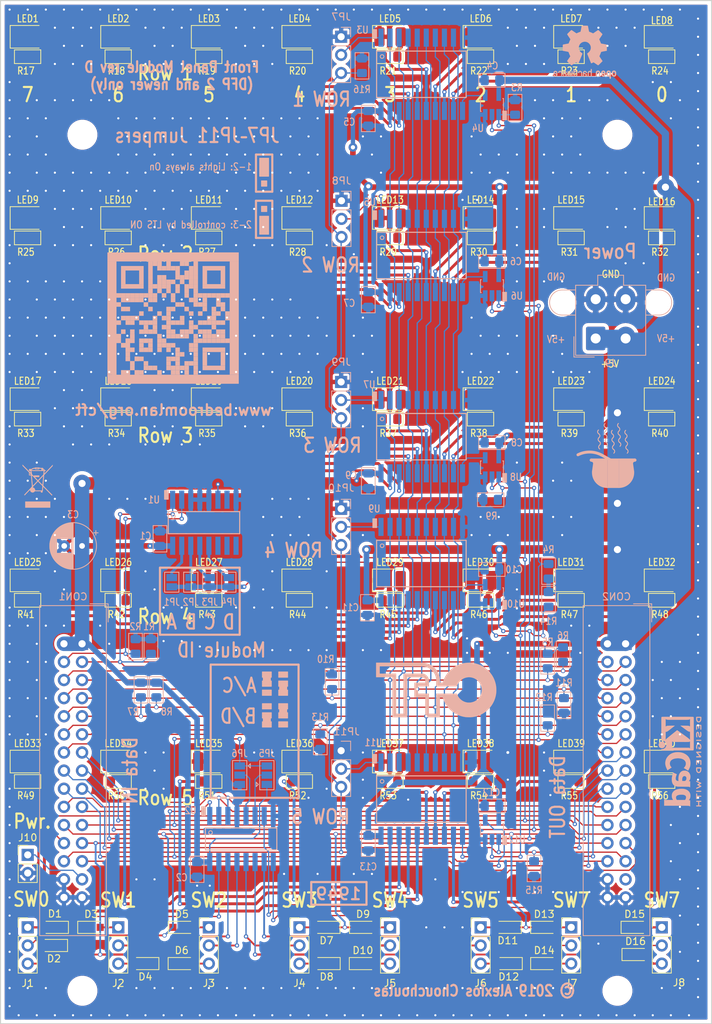
<source format=kicad_pcb>
(kicad_pcb (version 20171130) (host pcbnew 5.0.2+dfsg1-1~bpo9+1)
  (title_block (title "Front Panel Module") (rev 1949) (comment 1 FPM))
  (layers (0 F.Cu signal) (31 B.Cu signal) (34 B.Paste user) (35 F.Paste user) (36 B.SilkS user) (37 F.SilkS user) (38 B.Mask user) (39 F.Mask user) (44 Edge.Cuts user))
  (net 0 "")
  (net 1 GND)
  (net 2 +5V)
  (net 3 /POWER)
  (net 4 /SWD3)
  (net 5 /SWD2)
  (net 6 /SWD1)
  (net 7 /SWD0)
  (net 8 /SWA3)
  (net 9 /SWA2)
  (net 10 /SWA1)
  (net 11 /SWA0)
  (net 12 /~LTSON)
  (net 13 "Net-(LED1-Pad2)")
  (net 14 "Net-(LED2-Pad2)")
  (net 15 "Net-(LED3-Pad2)")
  (net 16 "Net-(LED4-Pad2)")
  (net 17 "Net-(LED5-Pad2)")
  (net 18 "Net-(LED6-Pad2)")
  (net 19 "Net-(LED7-Pad2)")
  (net 20 "Net-(LED8-Pad2)")
  (net 21 "Net-(LED9-Pad2)")
  (net 22 "Net-(LED10-Pad2)")
  (net 23 "Net-(LED11-Pad2)")
  (net 24 "Net-(LED12-Pad2)")
  (net 25 "Net-(LED13-Pad2)")
  (net 26 "Net-(LED14-Pad2)")
  (net 27 "Net-(LED15-Pad2)")
  (net 28 "Net-(LED16-Pad2)")
  (net 29 "Net-(LED17-Pad2)")
  (net 30 "Net-(LED18-Pad2)")
  (net 31 "Net-(LED19-Pad2)")
  (net 32 "Net-(LED20-Pad2)")
  (net 33 "Net-(LED21-Pad2)")
  (net 34 "Net-(LED22-Pad2)")
  (net 35 "Net-(LED23-Pad2)")
  (net 36 "Net-(LED24-Pad2)")
  (net 37 "Net-(LED25-Pad2)")
  (net 38 "Net-(LED26-Pad2)")
  (net 39 "Net-(LED27-Pad2)")
  (net 40 "Net-(LED28-Pad2)")
  (net 41 "Net-(LED29-Pad2)")
  (net 42 "Net-(LED30-Pad2)")
  (net 43 "Net-(LED31-Pad2)")
  (net 44 "Net-(LED32-Pad2)")
  (net 45 "Net-(LED33-Pad2)")
  (net 46 "Net-(LED34-Pad2)")
  (net 47 "Net-(LED35-Pad2)")
  (net 48 "Net-(LED36-Pad2)")
  (net 49 "Net-(LED37-Pad2)")
  (net 50 "Net-(LED38-Pad2)")
  (net 51 "Net-(LED39-Pad2)")
  (net 52 "Net-(LED40-Pad2)")
  (net 53 "Net-(R17-Pad1)")
  (net 54 "Net-(R18-Pad1)")
  (net 55 "Net-(R19-Pad1)")
  (net 56 "Net-(R20-Pad1)")
  (net 57 "Net-(R21-Pad1)")
  (net 58 "Net-(R22-Pad1)")
  (net 59 "Net-(R23-Pad1)")
  (net 60 "Net-(R24-Pad1)")
  (net 61 "Net-(R25-Pad1)")
  (net 62 "Net-(R26-Pad1)")
  (net 63 "Net-(R27-Pad1)")
  (net 64 "Net-(R28-Pad1)")
  (net 65 "Net-(R29-Pad1)")
  (net 66 "Net-(R30-Pad1)")
  (net 67 "Net-(R31-Pad1)")
  (net 68 "Net-(R32-Pad1)")
  (net 69 "Net-(R33-Pad1)")
  (net 70 "Net-(R34-Pad1)")
  (net 71 "Net-(R35-Pad1)")
  (net 72 "Net-(R36-Pad1)")
  (net 73 "Net-(R37-Pad1)")
  (net 74 "Net-(R38-Pad1)")
  (net 75 "Net-(R39-Pad1)")
  (net 76 "Net-(R40-Pad1)")
  (net 77 /FPA0)
  (net 78 /FPA1)
  (net 79 /FPD0)
  (net 80 /FPD1)
  (net 81 /FPD2)
  (net 82 /FPD3)
  (net 83 /FPD4)
  (net 84 /FPD5)
  (net 85 /~LMEN0)
  (net 86 /~LMEN)
  (net 87 /~LMEN1)
  (net 88 /~LMEN2)
  (net 89 /~LMEN3)
  (net 90 /SWSEL)
  (net 91 /~SWSEL)
  (net 92 "Net-(U1-Pad11)")
  (net 93 "Net-(U1-Pad10)")
  (net 94 "Net-(U1-Pad9)")
  (net 95 "Net-(U1-Pad7)")
  (net 96 /FPD7)
  (net 97 /FPD6)
  (net 98 "Net-(CON2-Pad27)")
  (net 99 /~ROW5)
  (net 100 /~ROW4)
  (net 101 /~ROW3)
  (net 102 /~ROW2)
  (net 103 /~ROW1)
  (net 104 "Net-(JP7-Pad2)")
  (net 105 "Net-(JP8-Pad2)")
  (net 106 "Net-(JP9-Pad2)")
  (net 107 "Net-(JP10-Pad2)")
  (net 108 "Net-(JP11-Pad2)")
  (net 109 "Net-(R41-Pad1)")
  (net 110 "Net-(R42-Pad1)")
  (net 111 "Net-(R43-Pad1)")
  (net 112 "Net-(R44-Pad1)")
  (net 113 "Net-(R45-Pad1)")
  (net 114 "Net-(R46-Pad1)")
  (net 115 "Net-(R47-Pad1)")
  (net 116 "Net-(R48-Pad1)")
  (net 117 "Net-(R49-Pad1)")
  (net 118 "Net-(R50-Pad1)")
  (net 119 "Net-(R51-Pad1)")
  (net 120 "Net-(R52-Pad1)")
  (net 121 "Net-(R53-Pad1)")
  (net 122 "Net-(R54-Pad1)")
  (net 123 "Net-(R55-Pad1)")
  (net 124 "Net-(R56-Pad1)")
  (net 125 "Net-(U3-Pad11)")
  (net 126 "Net-(U5-Pad11)")
  (net 127 "Net-(U7-Pad11)")
  (net 128 "Net-(U10-Pad4)")
  (net 129 "Net-(U11-Pad11)")
  (net 130 "Net-(D2-Pad2)")
  (net 131 /SW0)
  (net 132 "Net-(D1-Pad2)")
  (net 133 "Net-(D4-Pad2)")
  (net 134 /SW1)
  (net 135 "Net-(D3-Pad2)")
  (net 136 "Net-(D6-Pad2)")
  (net 137 /SW2)
  (net 138 "Net-(D5-Pad2)")
  (net 139 "Net-(D8-Pad2)")
  (net 140 /SW3)
  (net 141 "Net-(D7-Pad2)")
  (net 142 "Net-(D10-Pad2)")
  (net 143 /SW4)
  (net 144 "Net-(D9-Pad2)")
  (net 145 "Net-(D12-Pad2)")
  (net 146 /SW5)
  (net 147 "Net-(D11-Pad2)")
  (net 148 "Net-(D14-Pad2)")
  (net 149 /SW6)
  (net 150 "Net-(D13-Pad2)")
  (net 151 "Net-(D16-Pad2)")
  (net 152 /SW7)
  (net 153 "Net-(D15-Pad2)")
  (module alexios:SOIC-16 (layer B.Cu) (at 68.58 105.525 270)
    (fp_text reference U1 (at 0.012 3.556) (layer B.SilkS) (effects (font (size 1 0.83)) (justify right mirror)))
    (fp_text value 74HC138)
    (pad 16 smd rect (at 6.466 0 270) (size 2.54 0.72) (layers B.Cu B.Paste B.Mask) (net 2 +5V))
    (pad 15 smd rect (at 6.466 -1.27 270) (size 2.54 0.72) (layers B.Cu B.Paste B.Mask) (net 85 /~LMEN0))
    (pad 14 smd rect (at 6.466 -2.54 270) (size 2.54 0.72) (layers B.Cu B.Paste B.Mask) (net 87 /~LMEN1))
    (pad 13 smd rect (at 6.466 -3.81 270) (size 2.54 0.72) (layers B.Cu B.Paste B.Mask) (net 88 /~LMEN2))
    (pad 12 smd rect (at 6.466 -5.08 270) (size 2.54 0.72) (layers B.Cu B.Paste B.Mask) (net 89 /~LMEN3))
    (pad 11 smd rect (at 6.466 -6.35 270) (size 2.54 0.72) (layers B.Cu B.Paste B.Mask) (net 92 "Net-(U1-Pad11)"))
    (pad 10 smd rect (at 6.466 -7.62 270) (size 2.54 0.72) (layers B.Cu B.Paste B.Mask) (net 93 "Net-(U1-Pad10)"))
    (pad 9 smd rect (at 6.466 -8.89 270) (size 2.54 0.72) (layers B.Cu B.Paste B.Mask) (net 94 "Net-(U1-Pad9)"))
    (pad 8 smd rect (at 0.008 -8.89 270) (size 2.54 0.72) (layers B.Cu B.Paste B.Mask) (net 1 GND))
    (pad 7 smd rect (at 0.008 -7.62 270) (size 2.54 0.72) (layers B.Cu B.Paste B.Mask) (net 95 "Net-(U1-Pad7)"))
    (pad 6 smd rect (at 0.008 -6.35 270) (size 2.54 0.72) (layers B.Cu B.Paste B.Mask) (net 2 +5V))
    (pad 5 smd rect (at 0.008 -5.08 270) (size 2.54 0.72) (layers B.Cu B.Paste B.Mask) (net 1 GND))
    (pad 4 smd rect (at 0.008 -3.81 270) (size 2.54 0.72) (layers B.Cu B.Paste B.Mask) (net 1 GND))
    (pad 3 smd rect (at 0 -2.54 270) (size 2.54 0.72) (layers B.Cu B.Paste B.Mask) (net 1 GND))
    (pad 2 smd rect (at 0 -1.27 270) (size 2.54 0.72) (layers B.Cu B.Paste B.Mask) (net 78 /FPA1))
    (pad 1 smd rect (at 0.012 0 270) (size 2.54 0.72) (layers B.Cu B.Paste B.Mask) (net 77 /FPA0))
  )
  (module alexios:SOIC-16 (layer B.Cu) (at 73.787 149.86 270)
    (fp_text reference U2 (at -0.762 1.778 180) (layer B.SilkS) (effects (font (size 1 0.83)) (justify left mirror)))
    (fp_text value 74HC138)
    (pad 16 smd rect (at 6.466 0 270) (size 2.54 0.72) (layers B.Cu B.Paste B.Mask) (net 2 +5V))
    (pad 15 smd rect (at 6.466 -1.27 270) (size 2.54 0.72) (layers B.Cu B.Paste B.Mask) (net 131 /SW0))
    (pad 14 smd rect (at 6.466 -2.54 270) (size 2.54 0.72) (layers B.Cu B.Paste B.Mask) (net 134 /SW1))
    (pad 13 smd rect (at 6.466 -3.81 270) (size 2.54 0.72) (layers B.Cu B.Paste B.Mask) (net 137 /SW2))
    (pad 12 smd rect (at 6.466 -5.08 270) (size 2.54 0.72) (layers B.Cu B.Paste B.Mask) (net 140 /SW3))
    (pad 11 smd rect (at 6.466 -6.35 270) (size 2.54 0.72) (layers B.Cu B.Paste B.Mask) (net 143 /SW4))
    (pad 10 smd rect (at 6.466 -7.62 270) (size 2.54 0.72) (layers B.Cu B.Paste B.Mask) (net 146 /SW5))
    (pad 9 smd rect (at 6.466 -8.89 270) (size 2.54 0.72) (layers B.Cu B.Paste B.Mask) (net 149 /SW6))
    (pad 8 smd rect (at 0.008 -8.89 270) (size 2.54 0.72) (layers B.Cu B.Paste B.Mask) (net 1 GND))
    (pad 7 smd rect (at 0.008 -7.62 270) (size 2.54 0.72) (layers B.Cu B.Paste B.Mask) (net 152 /SW7))
    (pad 6 smd rect (at 0.008 -6.35 270) (size 2.54 0.72) (layers B.Cu B.Paste B.Mask) (net 90 /SWSEL))
    (pad 5 smd rect (at 0.008 -5.08 270) (size 2.54 0.72) (layers B.Cu B.Paste B.Mask) (net 91 /~SWSEL))
    (pad 4 smd rect (at 0.008 -3.81 270) (size 2.54 0.72) (layers B.Cu B.Paste B.Mask) (net 1 GND))
    (pad 3 smd rect (at 0 -2.54 270) (size 2.54 0.72) (layers B.Cu B.Paste B.Mask) (net 9 /SWA2))
    (pad 2 smd rect (at 0 -1.27 270) (size 2.54 0.72) (layers B.Cu B.Paste B.Mask) (net 10 /SWA1))
    (pad 1 smd rect (at 0.012 0 270) (size 2.54 0.72) (layers B.Cu B.Paste B.Mask) (net 11 /SWA0))
  )
  (module alexios:SOIC-20W (layer B.Cu) (at 97.79 40.767 270)
    (fp_text reference U3 (at -1.0795 1.651 180) (layer B.SilkS) (effects (font (size 1 0.83)) (justify left mirror)))
    (fp_text value 74HC573)
    (pad 12 smd rect (at 10.264 -10.16 270) (size 2.54 0.72) (layers B.Cu B.Paste B.Mask) (net 60 "Net-(R24-Pad1)"))
    (pad 11 smd rect (at 10.264 -11.43 270) (size 2.54 0.72) (layers B.Cu B.Paste B.Mask) (net 125 "Net-(U3-Pad11)"))
    (pad 9 smd rect (at -0.004 -10.16 270) (size 2.54 0.72) (layers B.Cu B.Paste B.Mask) (net 96 /FPD7))
    (pad 10 smd rect (at -0.004 -11.43 270) (size 2.54 0.72) (layers B.Cu B.Paste B.Mask) (net 1 GND))
    (pad 20 smd rect (at 10.264 0 270) (size 2.54 0.72) (layers B.Cu B.Paste B.Mask) (net 2 +5V))
    (pad 19 smd rect (at 10.264 -1.27 270) (size 2.54 0.72) (layers B.Cu B.Paste B.Mask) (net 53 "Net-(R17-Pad1)"))
    (pad 18 smd rect (at 10.264 -2.54 270) (size 2.54 0.72) (layers B.Cu B.Paste B.Mask) (net 54 "Net-(R18-Pad1)"))
    (pad 17 smd rect (at 10.264 -3.81 270) (size 2.54 0.72) (layers B.Cu B.Paste B.Mask) (net 55 "Net-(R19-Pad1)"))
    (pad 16 smd rect (at 10.264 -5.08 270) (size 2.54 0.72) (layers B.Cu B.Paste B.Mask) (net 56 "Net-(R20-Pad1)"))
    (pad 15 smd rect (at 10.264 -6.35 270) (size 2.54 0.72) (layers B.Cu B.Paste B.Mask) (net 57 "Net-(R21-Pad1)"))
    (pad 14 smd rect (at 10.264 -7.62 270) (size 2.54 0.72) (layers B.Cu B.Paste B.Mask) (net 58 "Net-(R22-Pad1)"))
    (pad 13 smd rect (at 10.264 -8.89 270) (size 2.54 0.72) (layers B.Cu B.Paste B.Mask) (net 59 "Net-(R23-Pad1)"))
    (pad 8 smd rect (at -0.004 -8.89 270) (size 2.54 0.72) (layers B.Cu B.Paste B.Mask) (net 97 /FPD6))
    (pad 7 smd rect (at -0.004 -7.62 270) (size 2.54 0.72) (layers B.Cu B.Paste B.Mask) (net 84 /FPD5))
    (pad 6 smd rect (at -0.004 -6.35 270) (size 2.54 0.72) (layers B.Cu B.Paste B.Mask) (net 83 /FPD4))
    (pad 5 smd rect (at -0.004 -5.08 270) (size 2.54 0.72) (layers B.Cu B.Paste B.Mask) (net 82 /FPD3))
    (pad 4 smd rect (at -0.004 -3.81 270) (size 2.54 0.72) (layers B.Cu B.Paste B.Mask) (net 81 /FPD2))
    (pad 3 smd rect (at -0.012 -2.54 270) (size 2.54 0.72) (layers B.Cu B.Paste B.Mask) (net 80 /FPD1))
    (pad 2 smd rect (at -0.012 -1.27 270) (size 2.54 0.72) (layers B.Cu B.Paste B.Mask) (net 79 /FPD0))
    (pad 1 smd rect (at 0 0 270) (size 2.54 0.72) (layers B.Cu B.Paste B.Mask) (net 104 "Net-(JP7-Pad2)"))
  )
  (module alexios:SOIC-20W (layer B.Cu) (at 97.79 66.167 270)
    (fp_text reference U5 (at -2.3495 0.635 180) (layer B.SilkS) (effects (font (size 1 0.83)) (justify left mirror)))
    (fp_text value 74HC573)
    (pad 12 smd rect (at 10.264 -10.16 270) (size 2.54 0.72) (layers B.Cu B.Paste B.Mask) (net 68 "Net-(R32-Pad1)"))
    (pad 11 smd rect (at 10.264 -11.43 270) (size 2.54 0.72) (layers B.Cu B.Paste B.Mask) (net 126 "Net-(U5-Pad11)"))
    (pad 9 smd rect (at -0.004 -10.16 270) (size 2.54 0.72) (layers B.Cu B.Paste B.Mask) (net 96 /FPD7))
    (pad 10 smd rect (at -0.004 -11.43 270) (size 2.54 0.72) (layers B.Cu B.Paste B.Mask) (net 1 GND))
    (pad 20 smd rect (at 10.264 0 270) (size 2.54 0.72) (layers B.Cu B.Paste B.Mask) (net 2 +5V))
    (pad 19 smd rect (at 10.264 -1.27 270) (size 2.54 0.72) (layers B.Cu B.Paste B.Mask) (net 61 "Net-(R25-Pad1)"))
    (pad 18 smd rect (at 10.264 -2.54 270) (size 2.54 0.72) (layers B.Cu B.Paste B.Mask) (net 62 "Net-(R26-Pad1)"))
    (pad 17 smd rect (at 10.264 -3.81 270) (size 2.54 0.72) (layers B.Cu B.Paste B.Mask) (net 63 "Net-(R27-Pad1)"))
    (pad 16 smd rect (at 10.264 -5.08 270) (size 2.54 0.72) (layers B.Cu B.Paste B.Mask) (net 64 "Net-(R28-Pad1)"))
    (pad 15 smd rect (at 10.264 -6.35 270) (size 2.54 0.72) (layers B.Cu B.Paste B.Mask) (net 65 "Net-(R29-Pad1)"))
    (pad 14 smd rect (at 10.264 -7.62 270) (size 2.54 0.72) (layers B.Cu B.Paste B.Mask) (net 66 "Net-(R30-Pad1)"))
    (pad 13 smd rect (at 10.264 -8.89 270) (size 2.54 0.72) (layers B.Cu B.Paste B.Mask) (net 67 "Net-(R31-Pad1)"))
    (pad 8 smd rect (at -0.004 -8.89 270) (size 2.54 0.72) (layers B.Cu B.Paste B.Mask) (net 97 /FPD6))
    (pad 7 smd rect (at -0.004 -7.62 270) (size 2.54 0.72) (layers B.Cu B.Paste B.Mask) (net 84 /FPD5))
    (pad 6 smd rect (at -0.004 -6.35 270) (size 2.54 0.72) (layers B.Cu B.Paste B.Mask) (net 83 /FPD4))
    (pad 5 smd rect (at -0.004 -5.08 270) (size 2.54 0.72) (layers B.Cu B.Paste B.Mask) (net 82 /FPD3))
    (pad 4 smd rect (at -0.004 -3.81 270) (size 2.54 0.72) (layers B.Cu B.Paste B.Mask) (net 81 /FPD2))
    (pad 3 smd rect (at -0.012 -2.54 270) (size 2.54 0.72) (layers B.Cu B.Paste B.Mask) (net 80 /FPD1))
    (pad 2 smd rect (at -0.012 -1.27 270) (size 2.54 0.72) (layers B.Cu B.Paste B.Mask) (net 79 /FPD0))
    (pad 1 smd rect (at 0 0 270) (size 2.54 0.72) (layers B.Cu B.Paste B.Mask) (net 105 "Net-(JP8-Pad2)"))
  )
  (module alexios:SOIC-20W (layer B.Cu) (at 97.79 91.567 270)
    (fp_text reference U7 (at -2.159 0.6985 180) (layer B.SilkS) (effects (font (size 1 0.83)) (justify left mirror)))
    (fp_text value 74HC573)
    (pad 12 smd rect (at 10.264 -10.16 270) (size 2.54 0.72) (layers B.Cu B.Paste B.Mask) (net 76 "Net-(R40-Pad1)"))
    (pad 11 smd rect (at 10.264 -11.43 270) (size 2.54 0.72) (layers B.Cu B.Paste B.Mask) (net 127 "Net-(U7-Pad11)"))
    (pad 9 smd rect (at -0.004 -10.16 270) (size 2.54 0.72) (layers B.Cu B.Paste B.Mask) (net 96 /FPD7))
    (pad 10 smd rect (at -0.004 -11.43 270) (size 2.54 0.72) (layers B.Cu B.Paste B.Mask) (net 1 GND))
    (pad 20 smd rect (at 10.264 0 270) (size 2.54 0.72) (layers B.Cu B.Paste B.Mask) (net 2 +5V))
    (pad 19 smd rect (at 10.264 -1.27 270) (size 2.54 0.72) (layers B.Cu B.Paste B.Mask) (net 69 "Net-(R33-Pad1)"))
    (pad 18 smd rect (at 10.264 -2.54 270) (size 2.54 0.72) (layers B.Cu B.Paste B.Mask) (net 70 "Net-(R34-Pad1)"))
    (pad 17 smd rect (at 10.264 -3.81 270) (size 2.54 0.72) (layers B.Cu B.Paste B.Mask) (net 71 "Net-(R35-Pad1)"))
    (pad 16 smd rect (at 10.264 -5.08 270) (size 2.54 0.72) (layers B.Cu B.Paste B.Mask) (net 72 "Net-(R36-Pad1)"))
    (pad 15 smd rect (at 10.264 -6.35 270) (size 2.54 0.72) (layers B.Cu B.Paste B.Mask) (net 73 "Net-(R37-Pad1)"))
    (pad 14 smd rect (at 10.264 -7.62 270) (size 2.54 0.72) (layers B.Cu B.Paste B.Mask) (net 74 "Net-(R38-Pad1)"))
    (pad 13 smd rect (at 10.264 -8.89 270) (size 2.54 0.72) (layers B.Cu B.Paste B.Mask) (net 75 "Net-(R39-Pad1)"))
    (pad 8 smd rect (at -0.004 -8.89 270) (size 2.54 0.72) (layers B.Cu B.Paste B.Mask) (net 97 /FPD6))
    (pad 7 smd rect (at -0.004 -7.62 270) (size 2.54 0.72) (layers B.Cu B.Paste B.Mask) (net 84 /FPD5))
    (pad 6 smd rect (at -0.004 -6.35 270) (size 2.54 0.72) (layers B.Cu B.Paste B.Mask) (net 83 /FPD4))
    (pad 5 smd rect (at -0.004 -5.08 270) (size 2.54 0.72) (layers B.Cu B.Paste B.Mask) (net 82 /FPD3))
    (pad 4 smd rect (at -0.004 -3.81 270) (size 2.54 0.72) (layers B.Cu B.Paste B.Mask) (net 81 /FPD2))
    (pad 3 smd rect (at -0.012 -2.54 270) (size 2.54 0.72) (layers B.Cu B.Paste B.Mask) (net 80 /FPD1))
    (pad 2 smd rect (at -0.012 -1.27 270) (size 2.54 0.72) (layers B.Cu B.Paste B.Mask) (net 79 /FPD0))
    (pad 1 smd rect (at 0 0 270) (size 2.54 0.72) (layers B.Cu B.Paste B.Mask) (net 106 "Net-(JP9-Pad2)"))
  )
  (module alexios:SOIC-20W (layer B.Cu) (at 97.79 109.347 270)
    (fp_text reference U9 (at -2.54 0 180) (layer B.SilkS) (effects (font (size 1 0.83)) (justify left mirror)))
    (fp_text value 74HC573)
    (pad 12 smd rect (at 10.264 -10.16 270) (size 2.54 0.72) (layers B.Cu B.Paste B.Mask) (net 116 "Net-(R48-Pad1)"))
    (pad 11 smd rect (at 10.264 -11.43 270) (size 2.54 0.72) (layers B.Cu B.Paste B.Mask) (net 128 "Net-(U10-Pad4)"))
    (pad 9 smd rect (at -0.004 -10.16 270) (size 2.54 0.72) (layers B.Cu B.Paste B.Mask) (net 96 /FPD7))
    (pad 10 smd rect (at -0.004 -11.43 270) (size 2.54 0.72) (layers B.Cu B.Paste B.Mask) (net 1 GND))
    (pad 20 smd rect (at 10.264 0 270) (size 2.54 0.72) (layers B.Cu B.Paste B.Mask) (net 2 +5V))
    (pad 19 smd rect (at 10.264 -1.27 270) (size 2.54 0.72) (layers B.Cu B.Paste B.Mask) (net 109 "Net-(R41-Pad1)"))
    (pad 18 smd rect (at 10.264 -2.54 270) (size 2.54 0.72) (layers B.Cu B.Paste B.Mask) (net 110 "Net-(R42-Pad1)"))
    (pad 17 smd rect (at 10.264 -3.81 270) (size 2.54 0.72) (layers B.Cu B.Paste B.Mask) (net 111 "Net-(R43-Pad1)"))
    (pad 16 smd rect (at 10.264 -5.08 270) (size 2.54 0.72) (layers B.Cu B.Paste B.Mask) (net 112 "Net-(R44-Pad1)"))
    (pad 15 smd rect (at 10.264 -6.35 270) (size 2.54 0.72) (layers B.Cu B.Paste B.Mask) (net 113 "Net-(R45-Pad1)"))
    (pad 14 smd rect (at 10.264 -7.62 270) (size 2.54 0.72) (layers B.Cu B.Paste B.Mask) (net 114 "Net-(R46-Pad1)"))
    (pad 13 smd rect (at 10.264 -8.89 270) (size 2.54 0.72) (layers B.Cu B.Paste B.Mask) (net 115 "Net-(R47-Pad1)"))
    (pad 8 smd rect (at -0.004 -8.89 270) (size 2.54 0.72) (layers B.Cu B.Paste B.Mask) (net 97 /FPD6))
    (pad 7 smd rect (at -0.004 -7.62 270) (size 2.54 0.72) (layers B.Cu B.Paste B.Mask) (net 84 /FPD5))
    (pad 6 smd rect (at -0.004 -6.35 270) (size 2.54 0.72) (layers B.Cu B.Paste B.Mask) (net 83 /FPD4))
    (pad 5 smd rect (at -0.004 -5.08 270) (size 2.54 0.72) (layers B.Cu B.Paste B.Mask) (net 82 /FPD3))
    (pad 4 smd rect (at -0.004 -3.81 270) (size 2.54 0.72) (layers B.Cu B.Paste B.Mask) (net 81 /FPD2))
    (pad 3 smd rect (at -0.012 -2.54 270) (size 2.54 0.72) (layers B.Cu B.Paste B.Mask) (net 80 /FPD1))
    (pad 2 smd rect (at -0.012 -1.27 270) (size 2.54 0.72) (layers B.Cu B.Paste B.Mask) (net 79 /FPD0))
    (pad 1 smd rect (at 0 0 270) (size 2.54 0.72) (layers B.Cu B.Paste B.Mask) (net 107 "Net-(JP10-Pad2)"))
  )
  (module alexios:SOIC-20W (layer B.Cu) (at 97.79 142.367 270)
    (fp_text reference U11 (at -2.794 -0.254 180) (layer B.SilkS) (effects (font (size 1 0.83)) (justify left mirror)))
    (fp_text value 74HC573)
    (pad 12 smd rect (at 10.264 -10.16 270) (size 2.54 0.72) (layers B.Cu B.Paste B.Mask) (net 124 "Net-(R56-Pad1)"))
    (pad 11 smd rect (at 10.264 -11.43 270) (size 2.54 0.72) (layers B.Cu B.Paste B.Mask) (net 129 "Net-(U11-Pad11)"))
    (pad 9 smd rect (at -0.004 -10.16 270) (size 2.54 0.72) (layers B.Cu B.Paste B.Mask) (net 96 /FPD7))
    (pad 10 smd rect (at -0.004 -11.43 270) (size 2.54 0.72) (layers B.Cu B.Paste B.Mask) (net 1 GND))
    (pad 20 smd rect (at 10.264 0 270) (size 2.54 0.72) (layers B.Cu B.Paste B.Mask) (net 2 +5V))
    (pad 19 smd rect (at 10.264 -1.27 270) (size 2.54 0.72) (layers B.Cu B.Paste B.Mask) (net 117 "Net-(R49-Pad1)"))
    (pad 18 smd rect (at 10.264 -2.54 270) (size 2.54 0.72) (layers B.Cu B.Paste B.Mask) (net 118 "Net-(R50-Pad1)"))
    (pad 17 smd rect (at 10.264 -3.81 270) (size 2.54 0.72) (layers B.Cu B.Paste B.Mask) (net 119 "Net-(R51-Pad1)"))
    (pad 16 smd rect (at 10.264 -5.08 270) (size 2.54 0.72) (layers B.Cu B.Paste B.Mask) (net 120 "Net-(R52-Pad1)"))
    (pad 15 smd rect (at 10.264 -6.35 270) (size 2.54 0.72) (layers B.Cu B.Paste B.Mask) (net 121 "Net-(R53-Pad1)"))
    (pad 14 smd rect (at 10.264 -7.62 270) (size 2.54 0.72) (layers B.Cu B.Paste B.Mask) (net 122 "Net-(R54-Pad1)"))
    (pad 13 smd rect (at 10.264 -8.89 270) (size 2.54 0.72) (layers B.Cu B.Paste B.Mask) (net 123 "Net-(R55-Pad1)"))
    (pad 8 smd rect (at -0.004 -8.89 270) (size 2.54 0.72) (layers B.Cu B.Paste B.Mask) (net 97 /FPD6))
    (pad 7 smd rect (at -0.004 -7.62 270) (size 2.54 0.72) (layers B.Cu B.Paste B.Mask) (net 84 /FPD5))
    (pad 6 smd rect (at -0.004 -6.35 270) (size 2.54 0.72) (layers B.Cu B.Paste B.Mask) (net 83 /FPD4))
    (pad 5 smd rect (at -0.004 -5.08 270) (size 2.54 0.72) (layers B.Cu B.Paste B.Mask) (net 82 /FPD3))
    (pad 4 smd rect (at -0.004 -3.81 270) (size 2.54 0.72) (layers B.Cu B.Paste B.Mask) (net 81 /FPD2))
    (pad 3 smd rect (at -0.012 -2.54 270) (size 2.54 0.72) (layers B.Cu B.Paste B.Mask) (net 80 /FPD1))
    (pad 2 smd rect (at -0.012 -1.27 270) (size 2.54 0.72) (layers B.Cu B.Paste B.Mask) (net 79 /FPD0))
    (pad 1 smd rect (at 0 0 270) (size 2.54 0.72) (layers B.Cu B.Paste B.Mask) (net 108 "Net-(JP11-Pad2)"))
  )
  (module alexios:R_SMD_0805_2012Metric_Pad1.15x1.40mm_HandSolder (layer B.Cu) (at 89.281 139.455 270)
    (fp_text reference R13 (at -3.438 0 180) (layer B.SilkS) (effects (font (size 1 0.83)) (justify mirror)))
    (fp_text value 4.7kΩ)
    (pad 2 smd roundrect (at 1.025 0 270) (size 1.15 1.4) (layers B.Cu B.Paste B.Mask) (roundrect_rratio 0.217391) (net 1 GND))
    (pad 1 smd roundrect (at -1.025 0 270) (size 1.15 1.4) (layers B.Cu B.Paste B.Mask) (roundrect_rratio 0.217391) (net 96 /FPD7))
  )
  (module alexios:R_SMD_0805_2012Metric_Pad1.15x1.40mm_HandSolder (layer B.Cu) (at 123.444 134.366 270)
    (fp_text reference R11 (at -3.175 0 180) (layer B.SilkS) (effects (font (size 1 0.83)) (justify mirror)))
    (fp_text value 4.7kΩ)
    (pad 2 smd roundrect (at 1.025 0 270) (size 1.15 1.4) (layers B.Cu B.Paste B.Mask) (roundrect_rratio 0.217391) (net 1 GND))
    (pad 1 smd roundrect (at -1.025 0 270) (size 1.15 1.4) (layers B.Cu B.Paste B.Mask) (roundrect_rratio 0.217391) (net 82 /FPD3))
  )
  (module alexios:R_SMD_0805_2012Metric_Pad1.15x1.40mm_HandSolder (layer B.Cu) (at 90.932 131.055 90)
    (fp_text reference R10 (at 3.166 -0.889 180) (layer B.SilkS) (effects (font (size 1 0.83)) (justify mirror)))
    (fp_text value 4.7kΩ)
    (pad 2 smd roundrect (at 1.025 0 90) (size 1.15 1.4) (layers B.Cu B.Paste B.Mask) (roundrect_rratio 0.217391) (net 1 GND))
    (pad 1 smd roundrect (at -1.025 0 90) (size 1.15 1.4) (layers B.Cu B.Paste B.Mask) (roundrect_rratio 0.217391) (net 81 /FPD2))
  )
  (module alexios:R_SMD_0805_2012Metric_Pad1.15x1.40mm_HandSolder (layer B.Cu) (at 64.135 132.207 270)
    (fp_text reference R7 (at 3.048 1.0795 180) (layer B.SilkS) (effects (font (size 1 0.83)) (justify mirror)))
    (fp_text value 4.7kΩ)
    (pad 2 smd roundrect (at 1.025 0 270) (size 1.15 1.4) (layers B.Cu B.Paste B.Mask) (roundrect_rratio 0.217391) (net 83 /FPD4))
    (pad 1 smd roundrect (at -1.025 0 270) (size 1.15 1.4) (layers B.Cu B.Paste B.Mask) (roundrect_rratio 0.217391) (net 2 +5V))
  )
  (module alexios:R_SMD_0805_2012Metric_Pad1.15x1.40mm_HandSolder (layer B.Cu) (at 95.123 44.704 90)
    (fp_text reference R16 (at -3.302 0 180) (layer B.SilkS) (effects (font (size 1 0.83)) (justify mirror)))
    (fp_text value 4.7kΩ)
    (pad 2 smd roundrect (at 1.025 0 90) (size 1.15 1.4) (layers B.Cu B.Paste B.Mask) (roundrect_rratio 0.217391) (net 1 GND))
    (pad 1 smd roundrect (at -1.025 0 90) (size 1.15 1.4) (layers B.Cu B.Paste B.Mask) (roundrect_rratio 0.217391) (net 12 /~LTSON))
  )
  (module alexios:R_SMD_0805_2012Metric_Pad1.15x1.40mm_HandSolder (layer B.Cu) (at 121.158 136.135 90)
    (fp_text reference R12 (at 2.912 -0.508 180) (layer B.SilkS) (effects (font (size 1 0.83)) (justify mirror)))
    (fp_text value 4.7kΩ)
    (pad 2 smd roundrect (at 1.025 0 90) (size 1.15 1.4) (layers B.Cu B.Paste B.Mask) (roundrect_rratio 0.217) (net 1 GND))
    (pad 1 smd roundrect (at -1.025 0 90) (size 1.15 1.4) (layers B.Cu B.Paste B.Mask) (roundrect_rratio 0.217391) (net 97 /FPD6))
  )
  (module alexios:R_SMD_0805_2012Metric_Pad1.15x1.40mm_HandSolder (layer B.Cu) (at 66.294 132.207 270)
    (fp_text reference R8 (at 3.048 -1.4605 180) (layer B.SilkS) (effects (font (size 1 0.83)) (justify mirror)))
    (fp_text value 4.7kΩ)
    (pad 2 smd roundrect (at 1.025 0 270) (size 1.15 1.4) (layers B.Cu B.Paste B.Mask) (roundrect_rratio 0.217391) (net 84 /FPD5))
    (pad 1 smd roundrect (at -1.025 0 270) (size 1.15 1.4) (layers B.Cu B.Paste B.Mask) (roundrect_rratio 0.217391) (net 2 +5V))
  )
  (module alexios:R_SMD_0805_2012Metric_Pad1.15x1.40mm_HandSolder (layer B.Cu) (at 123.317 127.245 270)
    (fp_text reference R6 (at -2.658 0 180) (layer B.SilkS) (effects (font (size 1 0.83)) (justify mirror)))
    (fp_text value 4.7kΩ)
    (pad 1 smd roundrect (at -1.025 0 270) (size 1.15 1.4) (layers B.Cu B.Paste B.Mask) (roundrect_rratio 0.217391) (net 2 +5V))
    (pad 2 smd roundrect (at 1.025 0 270) (size 1.15 1.4) (layers B.Cu B.Paste B.Mask) (roundrect_rratio 0.217391) (net 80 /FPD1))
  )
  (module alexios:R_SMD_0805_2012Metric_Pad1.15x1.40mm_HandSolder (layer B.Cu) (at 121.158 128.143 270)
    (fp_text reference R5 (at -2.667 0 180) (layer B.SilkS) (effects (font (size 1 0.83)) (justify mirror)))
    (fp_text value 4.7kΩ)
    (pad 2 smd roundrect (at 1.025 0 270) (size 1.15 1.4) (layers B.Cu B.Paste B.Mask) (roundrect_rratio 0.217391) (net 79 /FPD0))
    (pad 1 smd roundrect (at -1.025 0 270) (size 1.15 1.4) (layers B.Cu B.Paste B.Mask) (roundrect_rratio 0.217391) (net 2 +5V))
  )
  (module alexios:C_SMD_0805_2012Metric_Pad1.15x1.40mm_HandSolder (layer B.Cu) (at 96.012 52.07 90)
    (fp_text reference C5 (at -0.508 -2.667 180) (layer B.SilkS) (effects (font (size 1 0.83)) (justify mirror)))
    (fp_text value 100nF)
    (pad 2 smd roundrect (at 1.025 0 90) (size 1.15 1.4) (layers B.Cu B.Paste B.Mask) (roundrect_rratio 0.217391) (net 2 +5V))
    (pad 1 smd roundrect (at -1.025 0 90) (size 1.15 1.4) (layers B.Cu B.Paste B.Mask) (roundrect_rratio 0.217391) (net 1 GND))
  )
  (module alexios:C_SMD_0805_2012Metric_Pad1.15x1.40mm_HandSolder (layer B.Cu) (at 113.35 46.736)
    (fp_text reference C4 (at 0.061 -2.032) (layer B.SilkS) (effects (font (size 1 0.83)) (justify mirror)))
    (fp_text value 100nF)
    (pad 2 smd roundrect (at 1.025 0) (size 1.15 1.4) (layers B.Cu B.Paste B.Mask) (roundrect_rratio 0.217391) (net 2 +5V))
    (pad 1 smd roundrect (at -1.025 0) (size 1.15 1.4) (layers B.Cu B.Paste B.Mask) (roundrect_rratio 0.217391) (net 1 GND))
  )
  (module alexios:C_SMD_0805_2012Metric_Pad1.15x1.40mm_HandSolder (layer B.Cu) (at 96.012 77.47 90)
    (fp_text reference C7 (at -0.508 -2.667 180) (layer B.SilkS) (effects (font (size 1 0.83)) (justify mirror)))
    (fp_text value 100nF)
    (pad 2 smd roundrect (at 1.025 0 90) (size 1.15 1.4) (layers B.Cu B.Paste B.Mask) (roundrect_rratio 0.217391) (net 2 +5V))
    (pad 1 smd roundrect (at -1.025 0 90) (size 1.15 1.4) (layers B.Cu B.Paste B.Mask) (roundrect_rratio 0.217391) (net 1 GND))
  )
  (module alexios:C_SMD_0805_2012Metric_Pad1.15x1.40mm_HandSolder (layer B.Cu) (at 113.35 72.136)
    (fp_text reference C6 (at 3.363 0) (layer B.SilkS) (effects (font (size 1 0.83)) (justify mirror)))
    (fp_text value 100nF)
    (pad 2 smd roundrect (at 1.025 0) (size 1.15 1.4) (layers B.Cu B.Paste B.Mask) (roundrect_rratio 0.217391) (net 2 +5V))
    (pad 1 smd roundrect (at -1.025 0) (size 1.15 1.4) (layers B.Cu B.Paste B.Mask) (roundrect_rratio 0.217391) (net 1 GND))
  )
  (module alexios:C_SMD_0805_2012Metric_Pad1.15x1.40mm_HandSolder (layer B.Cu) (at 96.012 102.87 90)
    (fp_text reference C9 (at 0.762 -2.413 180) (layer B.SilkS) (effects (font (size 1 0.83)) (justify mirror)))
    (fp_text value 100nF)
    (pad 2 smd roundrect (at 1.025 0 90) (size 1.15 1.4) (layers B.Cu B.Paste B.Mask) (roundrect_rratio 0.217391) (net 2 +5V))
    (pad 1 smd roundrect (at -1.025 0 90) (size 1.15 1.4) (layers B.Cu B.Paste B.Mask) (roundrect_rratio 0.217391) (net 1 GND))
  )
  (module alexios:C_SMD_0805_2012Metric_Pad1.15x1.40mm_HandSolder (layer B.Cu) (at 113.35 97.536)
    (fp_text reference C8 (at 3.49 0) (layer B.SilkS) (effects (font (size 1 0.83)) (justify mirror)))
    (fp_text value 100nF)
    (pad 2 smd roundrect (at 1.025 0) (size 1.15 1.4) (layers B.Cu B.Paste B.Mask) (roundrect_rratio 0.217391) (net 2 +5V))
    (pad 1 smd roundrect (at -1.025 0) (size 1.15 1.4) (layers B.Cu B.Paste B.Mask) (roundrect_rratio 0.217391) (net 1 GND))
  )
  (module alexios:C_SMD_0805_2012Metric_Pad1.15x1.40mm_HandSolder (layer B.Cu) (at 95.885 120.659 90)
    (fp_text reference C11 (at 0.009 -2.413 180) (layer B.SilkS) (effects (font (size 1 0.83)) (justify mirror)))
    (fp_text value 100nF)
    (pad 2 smd roundrect (at 1.025 0 90) (size 1.15 1.4) (layers B.Cu B.Paste B.Mask) (roundrect_rratio 0.217391) (net 2 +5V))
    (pad 1 smd roundrect (at -1.025 0 90) (size 1.15 1.4) (layers B.Cu B.Paste B.Mask) (roundrect_rratio 0.217391) (net 1 GND))
  )
  (module alexios:C_SMD_0805_2012Metric_Pad1.15x1.40mm_HandSolder (layer B.Cu) (at 113.35 115.316)
    (fp_text reference C10 (at 3.109 0) (layer B.SilkS) (effects (font (size 1 0.83)) (justify mirror)))
    (fp_text value 100nF)
    (pad 2 smd roundrect (at 1.025 0) (size 1.15 1.4) (layers B.Cu B.Paste B.Mask) (roundrect_rratio 0.217391) (net 2 +5V))
    (pad 1 smd roundrect (at -1.025 0) (size 1.15 1.4) (layers B.Cu B.Paste B.Mask) (roundrect_rratio 0.217391) (net 1 GND))
  )
  (module alexios:C_SMD_0805_2012Metric_Pad1.15x1.40mm_HandSolder (layer B.Cu) (at 96.012 153.67 90)
    (fp_text reference C13 (at -3.302 0 180) (layer B.SilkS) (effects (font (size 1 0.83)) (justify mirror)))
    (fp_text value 100nF)
    (pad 2 smd roundrect (at 1.025 0 90) (size 1.15 1.4) (layers B.Cu B.Paste B.Mask) (roundrect_rratio 0.217391) (net 2 +5V))
    (pad 1 smd roundrect (at -1.025 0 90) (size 1.15 1.4) (layers B.Cu B.Paste B.Mask) (roundrect_rratio 0.217391) (net 1 GND))
  )
  (module alexios:C_SMD_0805_2012Metric_Pad1.15x1.40mm_HandSolder (layer B.Cu) (at 113.35 148.463)
    (fp_text reference C12 (at -0.066 -1.905) (layer B.SilkS) (effects (font (size 1 0.83)) (justify mirror)))
    (fp_text value 100nF)
    (pad 2 smd roundrect (at 1.025 0) (size 1.15 1.4) (layers B.Cu B.Paste B.Mask) (roundrect_rratio 0.217391) (net 2 +5V))
    (pad 1 smd roundrect (at -1.025 0) (size 1.15 1.4) (layers B.Cu B.Paste B.Mask) (roundrect_rratio 0.217391) (net 1 GND))
  )
  (module alexios:C_SMD_0805_2012Metric_Pad1.15x1.40mm_HandSolder (layer B.Cu) (at 72.009 157.353 270)
    (fp_text reference C2 (at 1.143 2.159 180) (layer B.SilkS) (effects (font (size 1 0.83)) (justify mirror)))
    (fp_text value 100nF)
    (pad 2 smd roundrect (at 1.025 0 270) (size 1.15 1.4) (layers B.Cu B.Paste B.Mask) (roundrect_rratio 0.217391) (net 1 GND))
    (pad 1 smd roundrect (at -1.025 0 270) (size 1.15 1.4) (layers B.Cu B.Paste B.Mask) (roundrect_rratio 0.217391) (net 2 +5V))
  )
  (module alexios:C_SMD_0805_2012Metric_Pad1.15x1.40mm_HandSolder (layer B.Cu) (at 66.802 110.998 90)
    (fp_text reference C1 (at 0.381 -2.032 180) (layer B.SilkS) (effects (font (size 1 0.83)) (justify mirror)))
    (fp_text value 100nF)
    (pad 2 smd roundrect (at 1.025 0 90) (size 1.15 1.4) (layers B.Cu B.Paste B.Mask) (roundrect_rratio 0.217391) (net 1 GND))
    (pad 1 smd roundrect (at -1.025 0 90) (size 1.15 1.4) (layers B.Cu B.Paste B.Mask) (roundrect_rratio 0.217391) (net 2 +5V))
  )
  (module alexios:R_SMD_0805_2012Metric_Pad1.15x1.40mm_HandSolder (layer B.Cu) (at 119.253 157.235 270)
    (fp_text reference R15 (at 3.039 0 180) (layer B.SilkS) (effects (font (size 1 0.83)) (justify mirror)))
    (fp_text value 4.7kΩ)
    (pad 2 smd roundrect (at 1.025 0 270) (size 1.15 1.4) (layers B.Cu B.Paste B.Mask) (roundrect_rratio 0.217391) (net 1 GND))
    (pad 1 smd roundrect (at -1.025 0 270) (size 1.15 1.4) (layers B.Cu B.Paste B.Mask) (roundrect_rratio 0.217391) (net 99 /~ROW5))
  )
  (module alexios:R_SMD_0805_2012Metric_Pad1.15x1.40mm_HandSolder (layer B.Cu) (at 121.285 119.507 90)
    (fp_text reference R14 (at -3.048 0) (layer B.SilkS) (effects (font (size 1 0.83)) (justify mirror)))
    (fp_text value 4.7kΩ)
    (pad 2 smd roundrect (at 1.025 0 90) (size 1.15 1.4) (layers B.Cu B.Paste B.Mask) (roundrect_rratio 0.217391) (net 1 GND))
    (pad 1 smd roundrect (at -1.025 0 90) (size 1.15 1.4) (layers B.Cu B.Paste B.Mask) (roundrect_rratio 0.217391) (net 100 /~ROW4))
  )
  (module alexios:R_SMD_0805_2012Metric_Pad1.15x1.40mm_HandSolder (layer B.Cu) (at 113.157 105.537 180)
    (fp_text reference R9 (at -0.127 -2.286) (layer B.SilkS) (effects (font (size 1 0.83)) (justify mirror)))
    (fp_text value 4.7kΩ)
    (pad 2 smd roundrect (at 1.025 0 180) (size 1.15 1.4) (layers B.Cu B.Paste B.Mask) (roundrect_rratio 0.217391) (net 1 GND))
    (pad 1 smd roundrect (at -1.025 0 180) (size 1.15 1.4) (layers B.Cu B.Paste B.Mask) (roundrect_rratio 0.217391) (net 101 /~ROW3))
  )
  (module alexios:R_SMD_0805_2012Metric_Pad1.15x1.40mm_HandSolder (layer B.Cu) (at 121.285 115.57 270)
    (fp_text reference R4 (at -3.048 0 180) (layer B.SilkS) (effects (font (size 1 0.83)) (justify mirror)))
    (fp_text value 4.7kΩ)
    (pad 2 smd roundrect (at 1.025 0 270) (size 1.15 1.4) (layers B.Cu B.Paste B.Mask) (roundrect_rratio 0.217391) (net 1 GND))
    (pad 1 smd roundrect (at -1.025 0 270) (size 1.15 1.4) (layers B.Cu B.Paste B.Mask) (roundrect_rratio 0.217391) (net 102 /~ROW2))
  )
  (module alexios:R_SMD_0805_2012Metric_Pad1.15x1.40mm_HandSolder (layer B.Cu) (at 116.586 50.546 90)
    (fp_text reference R3 (at 2.794 0.254 180) (layer B.SilkS) (effects (font (size 1 0.83)) (justify mirror)))
    (fp_text value 4.7kΩ)
    (pad 2 smd roundrect (at 1.025 0 90) (size 1.15 1.4) (layers B.Cu B.Paste B.Mask) (roundrect_rratio 0.217391) (net 1 GND))
    (pad 1 smd roundrect (at -1.025 0 90) (size 1.15 1.4) (layers B.Cu B.Paste B.Mask) (roundrect_rratio 0.217391) (net 103 /~ROW1))
  )
  (module alexios:R_SMD_0805_2012Metric_Pad1.15x1.40mm_HandSolder (layer B.Cu) (at 63.373 126.102 90)
    (fp_text reference R2 (at 2.785 0 180) (layer B.SilkS) (effects (font (size 1 0.83)) (justify mirror)))
    (fp_text value 4.7kΩ)
    (pad 2 smd roundrect (at 1.025 0 90) (size 1.15 1.4) (layers B.Cu B.Paste B.Mask) (roundrect_rratio 0.217391) (net 1 GND))
    (pad 1 smd roundrect (at -1.025 0 90) (size 1.15 1.4) (layers B.Cu B.Paste B.Mask) (roundrect_rratio 0.217391) (net 78 /FPA1))
  )
  (module alexios:R_SMD_0805_2012Metric_Pad1.15x1.40mm_HandSolder (layer B.Cu) (at 65.532 126.111 90)
    (fp_text reference R1 (at 2.794 -0.254) (layer B.SilkS) (effects (font (size 1 0.83)) (justify mirror)))
    (fp_text value 4.7kΩ)
    (pad 2 smd roundrect (at 1.025 0 90) (size 1.15 1.4) (layers B.Cu B.Paste B.Mask) (roundrect_rratio 0.217391) (net 1 GND))
    (pad 1 smd roundrect (at -1.025 0 90) (size 1.15 1.4) (layers B.Cu B.Paste B.Mask) (roundrect_rratio 0.217391) (net 77 /FPA0))
  )
  (module alexios:R_SMD_0805_2012Metric_Pad1.15x1.40mm_HandSolder (layer F.Cu) (at 137.16 43.434)
    (fp_text reference R24 (at -0.254 1.9812) (layer F.SilkS) (effects (font (size 1 0.83))))
    (fp_text value 330Ω)
    (pad 2 smd roundrect (at 1.025 0) (size 1.15 1.4) (layers F.Cu F.Paste F.Mask) (roundrect_rratio 0.217391) (net 20 "Net-(LED8-Pad2)"))
    (pad 1 smd roundrect (at -1.025 0) (size 1.15 1.4) (layers F.Cu F.Paste F.Mask) (roundrect_rratio 0.217391) (net 60 "Net-(R24-Pad1)"))
  )
  (module alexios:R_SMD_0805_2012Metric_Pad1.15x1.40mm_HandSolder (layer F.Cu) (at 124.46 43.434)
    (fp_text reference R23 (at -0.254 1.9812) (layer F.SilkS) (effects (font (size 1 0.83))))
    (fp_text value 330Ω)
    (pad 2 smd roundrect (at 1.025 0) (size 1.15 1.4) (layers F.Cu F.Paste F.Mask) (roundrect_rratio 0.217391) (net 19 "Net-(LED7-Pad2)"))
    (pad 1 smd roundrect (at -1.025 0) (size 1.15 1.4) (layers F.Cu F.Paste F.Mask) (roundrect_rratio 0.217391) (net 59 "Net-(R23-Pad1)"))
  )
  (module alexios:R_SMD_0805_2012Metric_Pad1.15x1.40mm_HandSolder (layer F.Cu) (at 111.76 43.434)
    (fp_text reference R22 (at -0.254 1.9812) (layer F.SilkS) (effects (font (size 1 0.83))))
    (fp_text value 330Ω)
    (pad 2 smd roundrect (at 1.025 0) (size 1.15 1.4) (layers F.Cu F.Paste F.Mask) (roundrect_rratio 0.217391) (net 18 "Net-(LED6-Pad2)"))
    (pad 1 smd roundrect (at -1.025 0) (size 1.15 1.4) (layers F.Cu F.Paste F.Mask) (roundrect_rratio 0.217391) (net 58 "Net-(R22-Pad1)"))
  )
  (module alexios:R_SMD_0805_2012Metric_Pad1.15x1.40mm_HandSolder (layer F.Cu) (at 99.06 43.434)
    (fp_text reference R21 (at -0.254 1.9812) (layer F.SilkS) (effects (font (size 1 0.83))))
    (fp_text value 330Ω)
    (pad 2 smd roundrect (at 1.025 0) (size 1.15 1.4) (layers F.Cu F.Paste F.Mask) (roundrect_rratio 0.217391) (net 17 "Net-(LED5-Pad2)"))
    (pad 1 smd roundrect (at -1.025 0) (size 1.15 1.4) (layers F.Cu F.Paste F.Mask) (roundrect_rratio 0.217391) (net 57 "Net-(R21-Pad1)"))
  )
  (module alexios:R_SMD_0805_2012Metric_Pad1.15x1.40mm_HandSolder (layer F.Cu) (at 86.36 43.434)
    (fp_text reference R20 (at -0.254 1.9812) (layer F.SilkS) (effects (font (size 1 0.83))))
    (fp_text value 330Ω)
    (pad 2 smd roundrect (at 1.025 0) (size 1.15 1.4) (layers F.Cu F.Paste F.Mask) (roundrect_rratio 0.217391) (net 16 "Net-(LED4-Pad2)"))
    (pad 1 smd roundrect (at -1.025 0) (size 1.15 1.4) (layers F.Cu F.Paste F.Mask) (roundrect_rratio 0.217391) (net 56 "Net-(R20-Pad1)"))
  )
  (module alexios:R_SMD_0805_2012Metric_Pad1.15x1.40mm_HandSolder (layer F.Cu) (at 73.66 43.434)
    (fp_text reference R19 (at -0.254 1.9812) (layer F.SilkS) (effects (font (size 1 0.83))))
    (fp_text value 330Ω)
    (pad 2 smd roundrect (at 1.025 0) (size 1.15 1.4) (layers F.Cu F.Paste F.Mask) (roundrect_rratio 0.217391) (net 15 "Net-(LED3-Pad2)"))
    (pad 1 smd roundrect (at -1.025 0) (size 1.15 1.4) (layers F.Cu F.Paste F.Mask) (roundrect_rratio 0.217391) (net 55 "Net-(R19-Pad1)"))
  )
  (module alexios:R_SMD_0805_2012Metric_Pad1.15x1.40mm_HandSolder (layer F.Cu) (at 60.96 43.434)
    (fp_text reference R18 (at -0.254 1.9812) (layer F.SilkS) (effects (font (size 1 0.83))))
    (fp_text value 330Ω)
    (pad 2 smd roundrect (at 1.025 0) (size 1.15 1.4) (layers F.Cu F.Paste F.Mask) (roundrect_rratio 0.217391) (net 14 "Net-(LED2-Pad2)"))
    (pad 1 smd roundrect (at -1.025 0) (size 1.15 1.4) (layers F.Cu F.Paste F.Mask) (roundrect_rratio 0.217391) (net 54 "Net-(R18-Pad1)"))
  )
  (module alexios:R_SMD_0805_2012Metric_Pad1.15x1.40mm_HandSolder (layer F.Cu) (at 48.26 43.434)
    (fp_text reference R17 (at -0.254 1.9812) (layer F.SilkS) (effects (font (size 1 0.83))))
    (fp_text value 330Ω)
    (pad 2 smd roundrect (at 1.025 0) (size 1.15 1.4) (layers F.Cu F.Paste F.Mask) (roundrect_rratio 0.217391) (net 13 "Net-(LED1-Pad2)"))
    (pad 1 smd roundrect (at -1.025 0) (size 1.15 1.4) (layers F.Cu F.Paste F.Mask) (roundrect_rratio 0.217391) (net 53 "Net-(R17-Pad1)"))
  )
  (module alexios:R_SMD_0805_2012Metric_Pad1.15x1.40mm_HandSolder (layer F.Cu) (at 137.16 68.834)
    (fp_text reference R32 (at -0.254 1.9812) (layer F.SilkS) (effects (font (size 1 0.83))))
    (fp_text value 330Ω)
    (pad 2 smd roundrect (at 1.025 0) (size 1.15 1.4) (layers F.Cu F.Paste F.Mask) (roundrect_rratio 0.217391) (net 28 "Net-(LED16-Pad2)"))
    (pad 1 smd roundrect (at -1.025 0) (size 1.15 1.4) (layers F.Cu F.Paste F.Mask) (roundrect_rratio 0.217391) (net 68 "Net-(R32-Pad1)"))
  )
  (module alexios:R_SMD_0805_2012Metric_Pad1.15x1.40mm_HandSolder (layer F.Cu) (at 124.46 68.834)
    (fp_text reference R31 (at -0.254 1.9812) (layer F.SilkS) (effects (font (size 1 0.83))))
    (fp_text value 330Ω)
    (pad 2 smd roundrect (at 1.025 0) (size 1.15 1.4) (layers F.Cu F.Paste F.Mask) (roundrect_rratio 0.217391) (net 27 "Net-(LED15-Pad2)"))
    (pad 1 smd roundrect (at -1.025 0) (size 1.15 1.4) (layers F.Cu F.Paste F.Mask) (roundrect_rratio 0.217391) (net 67 "Net-(R31-Pad1)"))
  )
  (module alexios:R_SMD_0805_2012Metric_Pad1.15x1.40mm_HandSolder (layer F.Cu) (at 111.76 68.834)
    (fp_text reference R30 (at -0.254 1.9812) (layer F.SilkS) (effects (font (size 1 0.83))))
    (fp_text value 330Ω)
    (pad 2 smd roundrect (at 1.025 0) (size 1.15 1.4) (layers F.Cu F.Paste F.Mask) (roundrect_rratio 0.217391) (net 26 "Net-(LED14-Pad2)"))
    (pad 1 smd roundrect (at -1.025 0) (size 1.15 1.4) (layers F.Cu F.Paste F.Mask) (roundrect_rratio 0.217391) (net 66 "Net-(R30-Pad1)"))
  )
  (module alexios:R_SMD_0805_2012Metric_Pad1.15x1.40mm_HandSolder (layer F.Cu) (at 99.06 68.834)
    (fp_text reference R29 (at -0.254 1.9812) (layer F.SilkS) (effects (font (size 1 0.83))))
    (fp_text value 330Ω)
    (pad 2 smd roundrect (at 1.025 0) (size 1.15 1.4) (layers F.Cu F.Paste F.Mask) (roundrect_rratio 0.217391) (net 25 "Net-(LED13-Pad2)"))
    (pad 1 smd roundrect (at -1.025 0) (size 1.15 1.4) (layers F.Cu F.Paste F.Mask) (roundrect_rratio 0.217391) (net 65 "Net-(R29-Pad1)"))
  )
  (module alexios:R_SMD_0805_2012Metric_Pad1.15x1.40mm_HandSolder (layer F.Cu) (at 86.36 68.834)
    (fp_text reference R28 (at -0.254 1.9812) (layer F.SilkS) (effects (font (size 1 0.83))))
    (fp_text value 330Ω)
    (pad 2 smd roundrect (at 1.025 0) (size 1.15 1.4) (layers F.Cu F.Paste F.Mask) (roundrect_rratio 0.217391) (net 24 "Net-(LED12-Pad2)"))
    (pad 1 smd roundrect (at -1.025 0) (size 1.15 1.4) (layers F.Cu F.Paste F.Mask) (roundrect_rratio 0.217391) (net 64 "Net-(R28-Pad1)"))
  )
  (module alexios:R_SMD_0805_2012Metric_Pad1.15x1.40mm_HandSolder (layer F.Cu) (at 73.66 68.834)
    (fp_text reference R27 (at -0.254 1.9812) (layer F.SilkS) (effects (font (size 1 0.83))))
    (fp_text value 330Ω)
    (pad 2 smd roundrect (at 1.025 0) (size 1.15 1.4) (layers F.Cu F.Paste F.Mask) (roundrect_rratio 0.217391) (net 23 "Net-(LED11-Pad2)"))
    (pad 1 smd roundrect (at -1.025 0) (size 1.15 1.4) (layers F.Cu F.Paste F.Mask) (roundrect_rratio 0.217391) (net 63 "Net-(R27-Pad1)"))
  )
  (module alexios:R_SMD_0805_2012Metric_Pad1.15x1.40mm_HandSolder (layer F.Cu) (at 60.96 68.834)
    (fp_text reference R26 (at -0.254 1.9812) (layer F.SilkS) (effects (font (size 1 0.83))))
    (fp_text value 330Ω)
    (pad 2 smd roundrect (at 1.025 0) (size 1.15 1.4) (layers F.Cu F.Paste F.Mask) (roundrect_rratio 0.217391) (net 22 "Net-(LED10-Pad2)"))
    (pad 1 smd roundrect (at -1.025 0) (size 1.15 1.4) (layers F.Cu F.Paste F.Mask) (roundrect_rratio 0.217391) (net 62 "Net-(R26-Pad1)"))
  )
  (module alexios:R_SMD_0805_2012Metric_Pad1.15x1.40mm_HandSolder (layer F.Cu) (at 48.26 68.834)
    (fp_text reference R25 (at -0.254 1.9812) (layer F.SilkS) (effects (font (size 1 0.83))))
    (fp_text value 330Ω)
    (pad 2 smd roundrect (at 1.025 0) (size 1.15 1.4) (layers F.Cu F.Paste F.Mask) (roundrect_rratio 0.217391) (net 21 "Net-(LED9-Pad2)"))
    (pad 1 smd roundrect (at -1.025 0) (size 1.15 1.4) (layers F.Cu F.Paste F.Mask) (roundrect_rratio 0.217391) (net 61 "Net-(R25-Pad1)"))
  )
  (module alexios:R_SMD_0805_2012Metric_Pad1.15x1.40mm_HandSolder (layer F.Cu) (at 137.16 94.234)
    (fp_text reference R40 (at -0.254 1.9812) (layer F.SilkS) (effects (font (size 1 0.83))))
    (fp_text value 330Ω)
    (pad 2 smd roundrect (at 1.025 0) (size 1.15 1.4) (layers F.Cu F.Paste F.Mask) (roundrect_rratio 0.217391) (net 36 "Net-(LED24-Pad2)"))
    (pad 1 smd roundrect (at -1.025 0) (size 1.15 1.4) (layers F.Cu F.Paste F.Mask) (roundrect_rratio 0.217391) (net 76 "Net-(R40-Pad1)"))
  )
  (module alexios:R_SMD_0805_2012Metric_Pad1.15x1.40mm_HandSolder (layer F.Cu) (at 124.46 94.234)
    (fp_text reference R39 (at -0.254 1.9812) (layer F.SilkS) (effects (font (size 1 0.83))))
    (fp_text value 330Ω)
    (pad 2 smd roundrect (at 1.025 0) (size 1.15 1.4) (layers F.Cu F.Paste F.Mask) (roundrect_rratio 0.217391) (net 35 "Net-(LED23-Pad2)"))
    (pad 1 smd roundrect (at -1.025 0) (size 1.15 1.4) (layers F.Cu F.Paste F.Mask) (roundrect_rratio 0.217391) (net 75 "Net-(R39-Pad1)"))
  )
  (module alexios:R_SMD_0805_2012Metric_Pad1.15x1.40mm_HandSolder (layer F.Cu) (at 111.76 94.234)
    (fp_text reference R38 (at -0.254 1.9812) (layer F.SilkS) (effects (font (size 1 0.83))))
    (fp_text value 330Ω)
    (pad 2 smd roundrect (at 1.025 0) (size 1.15 1.4) (layers F.Cu F.Paste F.Mask) (roundrect_rratio 0.217391) (net 34 "Net-(LED22-Pad2)"))
    (pad 1 smd roundrect (at -1.025 0) (size 1.15 1.4) (layers F.Cu F.Paste F.Mask) (roundrect_rratio 0.217391) (net 74 "Net-(R38-Pad1)"))
  )
  (module alexios:R_SMD_0805_2012Metric_Pad1.15x1.40mm_HandSolder (layer F.Cu) (at 99.06 94.234)
    (fp_text reference R37 (at -0.254 1.9812) (layer F.SilkS) (effects (font (size 1 0.83))))
    (fp_text value 330Ω)
    (pad 2 smd roundrect (at 1.025 0) (size 1.15 1.4) (layers F.Cu F.Paste F.Mask) (roundrect_rratio 0.217391) (net 33 "Net-(LED21-Pad2)"))
    (pad 1 smd roundrect (at -1.025 0) (size 1.15 1.4) (layers F.Cu F.Paste F.Mask) (roundrect_rratio 0.217391) (net 73 "Net-(R37-Pad1)"))
  )
  (module alexios:R_SMD_0805_2012Metric_Pad1.15x1.40mm_HandSolder (layer F.Cu) (at 86.36 94.234)
    (fp_text reference R36 (at -0.254 1.9812) (layer F.SilkS) (effects (font (size 1 0.83))))
    (fp_text value 330Ω)
    (pad 2 smd roundrect (at 1.025 0) (size 1.15 1.4) (layers F.Cu F.Paste F.Mask) (roundrect_rratio 0.217391) (net 32 "Net-(LED20-Pad2)"))
    (pad 1 smd roundrect (at -1.025 0) (size 1.15 1.4) (layers F.Cu F.Paste F.Mask) (roundrect_rratio 0.217391) (net 72 "Net-(R36-Pad1)"))
  )
  (module alexios:R_SMD_0805_2012Metric_Pad1.15x1.40mm_HandSolder (layer F.Cu) (at 73.66 94.234)
    (fp_text reference R35 (at -0.254 1.9812) (layer F.SilkS) (effects (font (size 1 0.83))))
    (fp_text value 330Ω)
    (pad 2 smd roundrect (at 1.025 0) (size 1.15 1.4) (layers F.Cu F.Paste F.Mask) (roundrect_rratio 0.217391) (net 31 "Net-(LED19-Pad2)"))
    (pad 1 smd roundrect (at -1.025 0) (size 1.15 1.4) (layers F.Cu F.Paste F.Mask) (roundrect_rratio 0.217391) (net 71 "Net-(R35-Pad1)"))
  )
  (module alexios:R_SMD_0805_2012Metric_Pad1.15x1.40mm_HandSolder (layer F.Cu) (at 60.96 94.234)
    (fp_text reference R34 (at -0.254 1.9812) (layer F.SilkS) (effects (font (size 1 0.83))))
    (fp_text value 330Ω)
    (pad 2 smd roundrect (at 1.025 0) (size 1.15 1.4) (layers F.Cu F.Paste F.Mask) (roundrect_rratio 0.217391) (net 30 "Net-(LED18-Pad2)"))
    (pad 1 smd roundrect (at -1.025 0) (size 1.15 1.4) (layers F.Cu F.Paste F.Mask) (roundrect_rratio 0.217391) (net 70 "Net-(R34-Pad1)"))
  )
  (module alexios:R_SMD_0805_2012Metric_Pad1.15x1.40mm_HandSolder (layer F.Cu) (at 48.26 94.234)
    (fp_text reference R33 (at -0.254 1.9812) (layer F.SilkS) (effects (font (size 1 0.83))))
    (fp_text value 330Ω)
    (pad 2 smd roundrect (at 1.025 0) (size 1.15 1.4) (layers F.Cu F.Paste F.Mask) (roundrect_rratio 0.217391) (net 29 "Net-(LED17-Pad2)"))
    (pad 1 smd roundrect (at -1.025 0) (size 1.15 1.4) (layers F.Cu F.Paste F.Mask) (roundrect_rratio 0.217391) (net 69 "Net-(R33-Pad1)"))
  )
  (module alexios:R_SMD_0805_2012Metric_Pad1.15x1.40mm_HandSolder (layer F.Cu) (at 137.16 119.634)
    (fp_text reference R48 (at -0.254 1.9812) (layer F.SilkS) (effects (font (size 1 0.83))))
    (fp_text value 330Ω)
    (pad 2 smd roundrect (at 1.025 0) (size 1.15 1.4) (layers F.Cu F.Paste F.Mask) (roundrect_rratio 0.217391) (net 44 "Net-(LED32-Pad2)"))
    (pad 1 smd roundrect (at -1.025 0) (size 1.15 1.4) (layers F.Cu F.Paste F.Mask) (roundrect_rratio 0.217391) (net 116 "Net-(R48-Pad1)"))
  )
  (module alexios:R_SMD_0805_2012Metric_Pad1.15x1.40mm_HandSolder (layer F.Cu) (at 124.46 119.634)
    (fp_text reference R47 (at -0.254 1.9812) (layer F.SilkS) (effects (font (size 1 0.83))))
    (fp_text value 330Ω)
    (pad 2 smd roundrect (at 1.025 0) (size 1.15 1.4) (layers F.Cu F.Paste F.Mask) (roundrect_rratio 0.217391) (net 43 "Net-(LED31-Pad2)"))
    (pad 1 smd roundrect (at -1.025 0) (size 1.15 1.4) (layers F.Cu F.Paste F.Mask) (roundrect_rratio 0.217391) (net 115 "Net-(R47-Pad1)"))
  )
  (module alexios:R_SMD_0805_2012Metric_Pad1.15x1.40mm_HandSolder (layer F.Cu) (at 111.76 119.634)
    (fp_text reference R46 (at -0.254 1.9812) (layer F.SilkS) (effects (font (size 1 0.83))))
    (fp_text value 330Ω)
    (pad 2 smd roundrect (at 1.025 0) (size 1.15 1.4) (layers F.Cu F.Paste F.Mask) (roundrect_rratio 0.217391) (net 42 "Net-(LED30-Pad2)"))
    (pad 1 smd roundrect (at -1.025 0) (size 1.15 1.4) (layers F.Cu F.Paste F.Mask) (roundrect_rratio 0.217391) (net 114 "Net-(R46-Pad1)"))
  )
  (module alexios:R_SMD_0805_2012Metric_Pad1.15x1.40mm_HandSolder (layer F.Cu) (at 99.06 119.634)
    (fp_text reference R45 (at -0.254 1.9812) (layer F.SilkS) (effects (font (size 1 0.83))))
    (fp_text value 330Ω)
    (pad 2 smd roundrect (at 1.025 0) (size 1.15 1.4) (layers F.Cu F.Paste F.Mask) (roundrect_rratio 0.217391) (net 41 "Net-(LED29-Pad2)"))
    (pad 1 smd roundrect (at -1.025 0) (size 1.15 1.4) (layers F.Cu F.Paste F.Mask) (roundrect_rratio 0.217391) (net 113 "Net-(R45-Pad1)"))
  )
  (module alexios:R_SMD_0805_2012Metric_Pad1.15x1.40mm_HandSolder (layer F.Cu) (at 86.36 119.634)
    (fp_text reference R44 (at -0.254 1.9812) (layer F.SilkS) (effects (font (size 1 0.83))))
    (fp_text value 330Ω)
    (pad 2 smd roundrect (at 1.025 0) (size 1.15 1.4) (layers F.Cu F.Paste F.Mask) (roundrect_rratio 0.217391) (net 40 "Net-(LED28-Pad2)"))
    (pad 1 smd roundrect (at -1.025 0) (size 1.15 1.4) (layers F.Cu F.Paste F.Mask) (roundrect_rratio 0.217391) (net 112 "Net-(R44-Pad1)"))
  )
  (module alexios:R_SMD_0805_2012Metric_Pad1.15x1.40mm_HandSolder (layer F.Cu) (at 73.66 119.634)
    (fp_text reference R43 (at -0.254 1.9812) (layer F.SilkS) (effects (font (size 1 0.83))))
    (fp_text value 330Ω)
    (pad 2 smd roundrect (at 1.025 0) (size 1.15 1.4) (layers F.Cu F.Paste F.Mask) (roundrect_rratio 0.217391) (net 39 "Net-(LED27-Pad2)"))
    (pad 1 smd roundrect (at -1.025 0) (size 1.15 1.4) (layers F.Cu F.Paste F.Mask) (roundrect_rratio 0.217391) (net 111 "Net-(R43-Pad1)"))
  )
  (module alexios:R_SMD_0805_2012Metric_Pad1.15x1.40mm_HandSolder (layer F.Cu) (at 60.96 119.634)
    (fp_text reference R42 (at -0.254 1.9812) (layer F.SilkS) (effects (font (size 1 0.83))))
    (fp_text value 330Ω)
    (pad 2 smd roundrect (at 1.025 0) (size 1.15 1.4) (layers F.Cu F.Paste F.Mask) (roundrect_rratio 0.217391) (net 38 "Net-(LED26-Pad2)"))
    (pad 1 smd roundrect (at -1.025 0) (size 1.15 1.4) (layers F.Cu F.Paste F.Mask) (roundrect_rratio 0.217391) (net 110 "Net-(R42-Pad1)"))
  )
  (module alexios:R_SMD_0805_2012Metric_Pad1.15x1.40mm_HandSolder (layer F.Cu) (at 48.26 119.634)
    (fp_text reference R41 (at -0.254 1.9812) (layer F.SilkS) (effects (font (size 1 0.83))))
    (fp_text value 330Ω)
    (pad 2 smd roundrect (at 1.025 0) (size 1.15 1.4) (layers F.Cu F.Paste F.Mask) (roundrect_rratio 0.217391) (net 37 "Net-(LED25-Pad2)"))
    (pad 1 smd roundrect (at -1.025 0) (size 1.15 1.4) (layers F.Cu F.Paste F.Mask) (roundrect_rratio 0.217391) (net 109 "Net-(R41-Pad1)"))
  )
  (module alexios:R_SMD_0805_2012Metric_Pad1.15x1.40mm_HandSolder (layer F.Cu) (at 137.16 145.034)
    (fp_text reference R56 (at -0.254 1.9812) (layer F.SilkS) (effects (font (size 1 0.83))))
    (fp_text value 330Ω)
    (pad 2 smd roundrect (at 1.025 0) (size 1.15 1.4) (layers F.Cu F.Paste F.Mask) (roundrect_rratio 0.217391) (net 52 "Net-(LED40-Pad2)"))
    (pad 1 smd roundrect (at -1.025 0) (size 1.15 1.4) (layers F.Cu F.Paste F.Mask) (roundrect_rratio 0.217391) (net 124 "Net-(R56-Pad1)"))
  )
  (module alexios:R_SMD_0805_2012Metric_Pad1.15x1.40mm_HandSolder (layer F.Cu) (at 124.46 145.034)
    (fp_text reference R55 (at -0.254 1.9812) (layer F.SilkS) (effects (font (size 1 0.83))))
    (fp_text value 330Ω)
    (pad 2 smd roundrect (at 1.025 0) (size 1.15 1.4) (layers F.Cu F.Paste F.Mask) (roundrect_rratio 0.217391) (net 51 "Net-(LED39-Pad2)"))
    (pad 1 smd roundrect (at -1.025 0) (size 1.15 1.4) (layers F.Cu F.Paste F.Mask) (roundrect_rratio 0.217391) (net 123 "Net-(R55-Pad1)"))
  )
  (module alexios:R_SMD_0805_2012Metric_Pad1.15x1.40mm_HandSolder (layer F.Cu) (at 111.76 145.034)
    (fp_text reference R54 (at -0.254 1.9812) (layer F.SilkS) (effects (font (size 1 0.83))))
    (fp_text value 330Ω)
    (pad 2 smd roundrect (at 1.025 0) (size 1.15 1.4) (layers F.Cu F.Paste F.Mask) (roundrect_rratio 0.217391) (net 50 "Net-(LED38-Pad2)"))
    (pad 1 smd roundrect (at -1.025 0) (size 1.15 1.4) (layers F.Cu F.Paste F.Mask) (roundrect_rratio 0.217391) (net 122 "Net-(R54-Pad1)"))
  )
  (module alexios:R_SMD_0805_2012Metric_Pad1.15x1.40mm_HandSolder (layer F.Cu) (at 99.06 145.034)
    (fp_text reference R53 (at -0.254 1.9812) (layer F.SilkS) (effects (font (size 1 0.83))))
    (fp_text value 330Ω)
    (pad 2 smd roundrect (at 1.025 0) (size 1.15 1.4) (layers F.Cu F.Paste F.Mask) (roundrect_rratio 0.217391) (net 49 "Net-(LED37-Pad2)"))
    (pad 1 smd roundrect (at -1.025 0) (size 1.15 1.4) (layers F.Cu F.Paste F.Mask) (roundrect_rratio 0.217391) (net 121 "Net-(R53-Pad1)"))
  )
  (module alexios:R_SMD_0805_2012Metric_Pad1.15x1.40mm_HandSolder (layer F.Cu) (at 86.36 145.034)
    (fp_text reference R52 (at -0.254 1.9812) (layer F.SilkS) (effects (font (size 1 0.83))))
    (fp_text value 330Ω)
    (pad 2 smd roundrect (at 1.025 0) (size 1.15 1.4) (layers F.Cu F.Paste F.Mask) (roundrect_rratio 0.217391) (net 48 "Net-(LED36-Pad2)"))
    (pad 1 smd roundrect (at -1.025 0) (size 1.15 1.4) (layers F.Cu F.Paste F.Mask) (roundrect_rratio 0.217391) (net 120 "Net-(R52-Pad1)"))
  )
  (module alexios:R_SMD_0805_2012Metric_Pad1.15x1.40mm_HandSolder (layer F.Cu) (at 73.66 145.034)
    (fp_text reference R51 (at -0.254 1.9812) (layer F.SilkS) (effects (font (size 1 0.83))))
    (fp_text value 330Ω)
    (pad 2 smd roundrect (at 1.025 0) (size 1.15 1.4) (layers F.Cu F.Paste F.Mask) (roundrect_rratio 0.217391) (net 47 "Net-(LED35-Pad2)"))
    (pad 1 smd roundrect (at -1.025 0) (size 1.15 1.4) (layers F.Cu F.Paste F.Mask) (roundrect_rratio 0.217391) (net 119 "Net-(R51-Pad1)"))
  )
  (module alexios:R_SMD_0805_2012Metric_Pad1.15x1.40mm_HandSolder (layer F.Cu) (at 60.96 145.034)
    (fp_text reference R50 (at -0.254 1.9812) (layer F.SilkS) (effects (font (size 1 0.83))))
    (fp_text value 330Ω)
    (pad 2 smd roundrect (at 1.025 0) (size 1.15 1.4) (layers F.Cu F.Paste F.Mask) (roundrect_rratio 0.217391) (net 46 "Net-(LED34-Pad2)"))
    (pad 1 smd roundrect (at -1.025 0) (size 1.15 1.4) (layers F.Cu F.Paste F.Mask) (roundrect_rratio 0.217391) (net 118 "Net-(R50-Pad1)"))
  )
  (module alexios:R_SMD_0805_2012Metric_Pad1.15x1.40mm_HandSolder (layer F.Cu) (at 48.26 145.034)
    (fp_text reference R49 (at -0.254 1.9812) (layer F.SilkS) (effects (font (size 1 0.83))))
    (fp_text value 330Ω)
    (pad 2 smd roundrect (at 1.025 0) (size 1.15 1.4) (layers F.Cu F.Paste F.Mask) (roundrect_rratio 0.217391) (net 45 "Net-(LED33-Pad2)"))
    (pad 1 smd roundrect (at -1.025 0) (size 1.15 1.4) (layers F.Cu F.Paste F.Mask) (roundrect_rratio 0.217391) (net 117 "Net-(R49-Pad1)"))
  )
  (module Connector_PinHeader_2.54mm:PinHeader_1x02_P2.54mm_Vertical (layer F.Cu) (at 48.26 155.321)
    (fp_text reference J10 (at 0 -2.413) (layer F.SilkS))
    (fp_text value Conn_01x02)
    (pad 2 thru_hole oval (at 0 2.54) (size 1.7 1.7) (drill 1) (layers *.Cu *.Mask) (net 1 GND))
    (pad 1 thru_hole rect (at 0 0) (size 1.7 1.7) (drill 1) (layers *.Cu *.Mask) (net 3 /POWER))
  )
  (module Symbol:WEEE-Logo_4.2x6mm_SilkScreen (layer B.Cu) (at 49.657 103.632 180)
    (fp_text reference REF** hide)
    (fp_text value WEEE-Logo_4.2x6mm_SilkScreen hide)
  )
  (module alexios:SIGNATURE (layer B.Cu) (at 133.223 104.14 180)
    (fp_text reference REF** hide)
    (fp_text value SIGNATURESILK hide)
  )
  (module alexios:QRCODE-CFT (layer B.Cu) (at 77.851 89.281 180)
    (fp_text reference REF** hide)
    (fp_text value QRCODE-CFT hide)
  )
  (module Symbol:KiCad-Logo2_5mm_SilkScreen (layer B.Cu) (at 139.7 142.24 270)
    (fp_text reference REF** hide)
    (fp_text value KiCad-Logo2_5mm_SilkScreen hide)
  )
  (module Symbol:OSHW-Logo2_9.8x8mm_SilkScreen (layer B.Cu) (at 126.365 42.799 180)
    (fp_text reference REF** hide)
    (fp_text value OSHW-Logo2_9.8x8mm_SilkScreen hide)
  )
  (module alexios:CFT (layer B.Cu) (at 105.537 132.207 180)
    (fp_text reference G*** hide)
    (fp_text value LOGO hide)
  )
  (module Connector_PinHeader_2.54mm:PinHeader_1x03_P2.54mm_Vertical (layer B.Cu) (at 92.202 40.64 180)
    (fp_text reference JP7 (at 0 2.794) (layer B.SilkS) (effects (justify mirror)))
    (fp_text value Jumper_3_Bridged12)
    (pad 3 thru_hole oval (at 0 -5.08 180) (size 1.7 1.7) (drill 1) (layers *.Cu *.Mask) (net 12 /~LTSON))
    (pad 2 thru_hole oval (at 0 -2.54 180) (size 1.7 1.7) (drill 1) (layers *.Cu *.Mask) (net 104 "Net-(JP7-Pad2)"))
    (pad 1 thru_hole rect (at 0 0 180) (size 1.7 1.7) (drill 1) (layers *.Cu *.Mask) (net 1 GND))
  )
  (module Connector_PinHeader_2.54mm:PinHeader_1x03_P2.54mm_Vertical (layer B.Cu) (at 92.252 63.627 180)
    (fp_text reference JP8 (at 0 2.794) (layer B.SilkS) (effects (justify mirror)))
    (fp_text value Jumper_3_Bridged12)
    (pad 3 thru_hole oval (at 0 -5.08 180) (size 1.7 1.7) (drill 1) (layers *.Cu *.Mask) (net 12 /~LTSON))
    (pad 2 thru_hole oval (at 0 -2.54 180) (size 1.7 1.7) (drill 1) (layers *.Cu *.Mask) (net 105 "Net-(JP8-Pad2)"))
    (pad 1 thru_hole rect (at 0 0 180) (size 1.7 1.7) (drill 1) (layers *.Cu *.Mask) (net 1 GND))
  )
  (module Connector_PinHeader_2.54mm:PinHeader_1x03_P2.54mm_Vertical (layer B.Cu) (at 92.202 89.027 180)
    (fp_text reference JP9 (at 0 2.794) (layer B.SilkS) (effects (justify mirror)))
    (fp_text value Jumper_3_Bridged12)
    (pad 3 thru_hole oval (at 0 -5.08 180) (size 1.7 1.7) (drill 1) (layers *.Cu *.Mask) (net 12 /~LTSON))
    (pad 2 thru_hole oval (at 0 -2.54 180) (size 1.7 1.7) (drill 1) (layers *.Cu *.Mask) (net 106 "Net-(JP9-Pad2)"))
    (pad 1 thru_hole rect (at 0 0 180) (size 1.7 1.7) (drill 1) (layers *.Cu *.Mask) (net 1 GND))
  )
  (module Connector_PinHeader_2.54mm:PinHeader_1x03_P2.54mm_Vertical (layer B.Cu) (at 92.202 106.807 180)
    (fp_text reference JP10 (at 0 2.921) (layer B.SilkS) (effects (justify mirror)))
    (fp_text value Jumper_3_Bridged12)
    (pad 3 thru_hole oval (at 0 -5.08 180) (size 1.7 1.7) (drill 1) (layers *.Cu *.Mask) (net 12 /~LTSON))
    (pad 2 thru_hole oval (at 0 -2.54 180) (size 1.7 1.7) (drill 1) (layers *.Cu *.Mask) (net 107 "Net-(JP10-Pad2)"))
    (pad 1 thru_hole rect (at 0 0 180) (size 1.7 1.7) (drill 1) (layers *.Cu *.Mask) (net 1 GND))
  )
  (module Connector_PinHeader_2.54mm:PinHeader_1x03_P2.54mm_Vertical (layer B.Cu) (at 92.202 140.716 180)
    (fp_text reference JP11 (at -0.762 2.667) (layer B.SilkS) (effects (justify mirror)))
    (fp_text value Jumper_3_Bridged12)
    (pad 3 thru_hole oval (at 0 -5.08 180) (size 1.7 1.7) (drill 1) (layers *.Cu *.Mask) (net 12 /~LTSON))
    (pad 2 thru_hole oval (at 0 -2.54 180) (size 1.7 1.7) (drill 1) (layers *.Cu *.Mask) (net 108 "Net-(JP11-Pad2)"))
    (pad 1 thru_hole rect (at 0 0 180) (size 1.7 1.7) (drill 1) (layers *.Cu *.Mask) (net 1 GND))
  )
  (module Connector_PinHeader_2.54mm:PinHeader_1x03_P2.54mm_Vertical (layer F.Cu) (at 137.16 165.481)
    (fp_text reference J8 (at 2.413 7.747) (layer F.SilkS))
    (fp_text value "Switch 7")
    (pad 3 thru_hole oval (at 0 5.08) (size 1.7 1.7) (drill 1) (layers *.Cu *.Mask) (net 151 "Net-(D16-Pad2)"))
    (pad 2 thru_hole oval (at 0 2.54) (size 1.7 1.7) (drill 1) (layers *.Cu *.Mask) (net 152 /SW7))
    (pad 1 thru_hole rect (at 0 0) (size 1.7 1.7) (drill 1) (layers *.Cu *.Mask) (net 153 "Net-(D15-Pad2)"))
  )
  (module Connector_PinHeader_2.54mm:PinHeader_1x03_P2.54mm_Vertical (layer F.Cu) (at 124.46 165.481)
    (fp_text reference J7 (at 0 7.83) (layer F.SilkS))
    (fp_text value "Switch 6")
    (pad 3 thru_hole oval (at 0 5.08) (size 1.7 1.7) (drill 1) (layers *.Cu *.Mask) (net 148 "Net-(D14-Pad2)"))
    (pad 2 thru_hole oval (at 0 2.54) (size 1.7 1.7) (drill 1) (layers *.Cu *.Mask) (net 149 /SW6))
    (pad 1 thru_hole rect (at 0 0) (size 1.7 1.7) (drill 1) (layers *.Cu *.Mask) (net 150 "Net-(D13-Pad2)"))
  )
  (module Connector_PinHeader_2.54mm:PinHeader_1x03_P2.54mm_Vertical (layer F.Cu) (at 111.76 165.481)
    (fp_text reference J6 (at 0 7.83) (layer F.SilkS))
    (fp_text value "Switch 5")
    (pad 3 thru_hole oval (at 0 5.08) (size 1.7 1.7) (drill 1) (layers *.Cu *.Mask) (net 145 "Net-(D12-Pad2)"))
    (pad 2 thru_hole oval (at 0 2.54) (size 1.7 1.7) (drill 1) (layers *.Cu *.Mask) (net 146 /SW5))
    (pad 1 thru_hole rect (at 0 0) (size 1.7 1.7) (drill 1) (layers *.Cu *.Mask) (net 147 "Net-(D11-Pad2)"))
  )
  (module Connector_PinHeader_2.54mm:PinHeader_1x03_P2.54mm_Vertical (layer F.Cu) (at 99.06 165.481)
    (fp_text reference J5 (at 0 7.83) (layer F.SilkS))
    (fp_text value "Switch 4")
    (pad 3 thru_hole oval (at 0 5.08) (size 1.7 1.7) (drill 1) (layers *.Cu *.Mask) (net 142 "Net-(D10-Pad2)"))
    (pad 2 thru_hole oval (at 0 2.54) (size 1.7 1.7) (drill 1) (layers *.Cu *.Mask) (net 143 /SW4))
    (pad 1 thru_hole rect (at 0 0) (size 1.7 1.7) (drill 1) (layers *.Cu *.Mask) (net 144 "Net-(D9-Pad2)"))
  )
  (module Connector_PinHeader_2.54mm:PinHeader_1x03_P2.54mm_Vertical (layer F.Cu) (at 86.36 165.481)
    (fp_text reference J4 (at 0 7.83) (layer F.SilkS))
    (fp_text value "Switch 3")
    (pad 3 thru_hole oval (at 0 5.08) (size 1.7 1.7) (drill 1) (layers *.Cu *.Mask) (net 139 "Net-(D8-Pad2)"))
    (pad 2 thru_hole oval (at 0 2.54) (size 1.7 1.7) (drill 1) (layers *.Cu *.Mask) (net 140 /SW3))
    (pad 1 thru_hole rect (at 0 0) (size 1.7 1.7) (drill 1) (layers *.Cu *.Mask) (net 141 "Net-(D7-Pad2)"))
  )
  (module Connector_PinHeader_2.54mm:PinHeader_1x03_P2.54mm_Vertical (layer F.Cu) (at 73.66 165.481)
    (fp_text reference J3 (at 0 7.83) (layer F.SilkS))
    (fp_text value "Switch 2")
    (pad 3 thru_hole oval (at 0 5.08) (size 1.7 1.7) (drill 1) (layers *.Cu *.Mask) (net 136 "Net-(D6-Pad2)"))
    (pad 2 thru_hole oval (at 0 2.54) (size 1.7 1.7) (drill 1) (layers *.Cu *.Mask) (net 137 /SW2))
    (pad 1 thru_hole rect (at 0 0) (size 1.7 1.7) (drill 1) (layers *.Cu *.Mask) (net 138 "Net-(D5-Pad2)"))
  )
  (module Connector_PinHeader_2.54mm:PinHeader_1x03_P2.54mm_Vertical (layer F.Cu) (at 60.96 165.481)
    (fp_text reference J2 (at 0 7.83) (layer F.SilkS))
    (fp_text value "Switch 1")
    (pad 3 thru_hole oval (at 0 5.08) (size 1.7 1.7) (drill 1) (layers *.Cu *.Mask) (net 133 "Net-(D4-Pad2)"))
    (pad 2 thru_hole oval (at 0 2.54) (size 1.7 1.7) (drill 1) (layers *.Cu *.Mask) (net 134 /SW1))
    (pad 1 thru_hole rect (at 0 0) (size 1.7 1.7) (drill 1) (layers *.Cu *.Mask) (net 135 "Net-(D3-Pad2)"))
  )
  (module Connector_PinHeader_2.54mm:PinHeader_1x03_P2.54mm_Vertical (layer F.Cu) (at 48.26 165.481)
    (fp_text reference J1 (at 0 7.83) (layer F.SilkS))
    (fp_text value "Switch 0")
    (pad 3 thru_hole oval (at 0 5.08) (size 1.7 1.7) (drill 1) (layers *.Cu *.Mask) (net 130 "Net-(D2-Pad2)"))
    (pad 2 thru_hole oval (at 0 2.54) (size 1.7 1.7) (drill 1) (layers *.Cu *.Mask) (net 131 /SW0))
    (pad 1 thru_hole rect (at 0 0) (size 1.7 1.7) (drill 1) (layers *.Cu *.Mask) (net 132 "Net-(D1-Pad2)"))
  )
  (module Connector_IDC:IDC-Header_2x15_P2.54mm_Vertical (layer B.Cu) (at 132.08 125.73 180)
    (fp_text reference CON2 (at 1.27 6.604) (layer B.SilkS) (effects (justify mirror)))
    (fp_text value Conn_02x15_Odd_Even)
    (pad 30 thru_hole oval (at 2.54 -35.56 180) (size 1.7272 1.7272) (drill 1.016) (layers *.Cu *.Mask) (net 1 GND))
    (pad 29 thru_hole oval (at 0 -35.56 180) (size 1.7272 1.7272) (drill 1.016) (layers *.Cu *.Mask) (net 1 GND))
    (pad 28 thru_hole oval (at 2.54 -33.02 180) (size 1.7272 1.7272) (drill 1.016) (layers *.Cu *.Mask) (net 1 GND))
    (pad 27 thru_hole oval (at 0 -33.02 180) (size 1.7272 1.7272) (drill 1.016) (layers *.Cu *.Mask) (net 98 "Net-(CON2-Pad27)"))
    (pad 26 thru_hole oval (at 2.54 -30.48 180) (size 1.7272 1.7272) (drill 1.016) (layers *.Cu *.Mask) (net 12 /~LTSON))
    (pad 25 thru_hole oval (at 0 -30.48 180) (size 1.7272 1.7272) (drill 1.016) (layers *.Cu *.Mask) (net 6 /SWD1))
    (pad 24 thru_hole oval (at 2.54 -27.94 180) (size 1.7272 1.7272) (drill 1.016) (layers *.Cu *.Mask) (net 7 /SWD0))
    (pad 23 thru_hole oval (at 0 -27.94 180) (size 1.7272 1.7272) (drill 1.016) (layers *.Cu *.Mask) (net 4 /SWD3))
    (pad 22 thru_hole oval (at 2.54 -25.4 180) (size 1.7272 1.7272) (drill 1.016) (layers *.Cu *.Mask) (net 5 /SWD2))
    (pad 21 thru_hole oval (at 0 -25.4 180) (size 1.7272 1.7272) (drill 1.016) (layers *.Cu *.Mask) (net 8 /SWA3))
    (pad 20 thru_hole oval (at 2.54 -22.86 180) (size 1.7272 1.7272) (drill 1.016) (layers *.Cu *.Mask) (net 9 /SWA2))
    (pad 19 thru_hole oval (at 0 -22.86 180) (size 1.7272 1.7272) (drill 1.016) (layers *.Cu *.Mask) (net 10 /SWA1))
    (pad 18 thru_hole oval (at 2.54 -20.32 180) (size 1.7272 1.7272) (drill 1.016) (layers *.Cu *.Mask) (net 11 /SWA0))
    (pad 17 thru_hole oval (at 0 -20.32 180) (size 1.7272 1.7272) (drill 1.016) (layers *.Cu *.Mask) (net 99 /~ROW5))
    (pad 16 thru_hole oval (at 2.54 -17.78 180) (size 1.7272 1.7272) (drill 1.016) (layers *.Cu *.Mask) (net 100 /~ROW4))
    (pad 15 thru_hole oval (at 0 -17.78 180) (size 1.7272 1.7272) (drill 1.016) (layers *.Cu *.Mask) (net 101 /~ROW3))
    (pad 14 thru_hole oval (at 2.54 -15.24 180) (size 1.7272 1.7272) (drill 1.016) (layers *.Cu *.Mask) (net 102 /~ROW2))
    (pad 13 thru_hole oval (at 0 -15.24 180) (size 1.7272 1.7272) (drill 1.016) (layers *.Cu *.Mask) (net 103 /~ROW1))
    (pad 12 thru_hole oval (at 2.54 -12.7 180) (size 1.7272 1.7272) (drill 1.016) (layers *.Cu *.Mask) (net 96 /FPD7))
    (pad 11 thru_hole oval (at 0 -12.7 180) (size 1.7272 1.7272) (drill 1.016) (layers *.Cu *.Mask) (net 97 /FPD6))
    (pad 10 thru_hole oval (at 2.54 -10.16 180) (size 1.7272 1.7272) (drill 1.016) (layers *.Cu *.Mask) (net 84 /FPD5))
    (pad 9 thru_hole oval (at 0 -10.16 180) (size 1.7272 1.7272) (drill 1.016) (layers *.Cu *.Mask) (net 83 /FPD4))
    (pad 8 thru_hole oval (at 2.54 -7.62 180) (size 1.7272 1.7272) (drill 1.016) (layers *.Cu *.Mask) (net 82 /FPD3))
    (pad 7 thru_hole oval (at 0 -7.62 180) (size 1.7272 1.7272) (drill 1.016) (layers *.Cu *.Mask) (net 81 /FPD2))
    (pad 6 thru_hole oval (at 2.54 -5.08 180) (size 1.7272 1.7272) (drill 1.016) (layers *.Cu *.Mask) (net 80 /FPD1))
    (pad 5 thru_hole oval (at 0 -5.08 180) (size 1.7272 1.7272) (drill 1.016) (layers *.Cu *.Mask) (net 79 /FPD0))
    (pad 4 thru_hole oval (at 2.54 -2.54 180) (size 1.7272 1.7272) (drill 1.016) (layers *.Cu *.Mask) (net 78 /FPA1))
    (pad 3 thru_hole oval (at 0 -2.54 180) (size 1.7272 1.7272) (drill 1.016) (layers *.Cu *.Mask) (net 77 /FPA0))
    (pad 2 thru_hole oval (at 2.54 0 180) (size 1.7272 1.7272) (drill 1.016) (layers *.Cu *.Mask) (net 2 +5V))
    (pad 1 thru_hole rect (at 0 0 180) (size 1.7272 1.7272) (drill 1.016) (layers *.Cu *.Mask) (net 2 +5V))
  )
  (module Connector_IDC:IDC-Header_2x15_P2.54mm_Vertical (layer B.Cu) (at 55.88 125.73 180)
    (fp_text reference CON1 (at 1.27 6.604) (layer B.SilkS) (effects (justify mirror)))
    (fp_text value Conn_02x15_Odd_Even)
    (pad 30 thru_hole oval (at 2.54 -35.56 180) (size 1.7272 1.7272) (drill 1.016) (layers *.Cu *.Mask) (net 1 GND))
    (pad 29 thru_hole oval (at 0 -35.56 180) (size 1.7272 1.7272) (drill 1.016) (layers *.Cu *.Mask) (net 1 GND))
    (pad 28 thru_hole oval (at 2.54 -33.02 180) (size 1.7272 1.7272) (drill 1.016) (layers *.Cu *.Mask) (net 1 GND))
    (pad 27 thru_hole oval (at 0 -33.02 180) (size 1.7272 1.7272) (drill 1.016) (layers *.Cu *.Mask) (net 3 /POWER))
    (pad 26 thru_hole oval (at 2.54 -30.48 180) (size 1.7272 1.7272) (drill 1.016) (layers *.Cu *.Mask) (net 12 /~LTSON))
    (pad 25 thru_hole oval (at 0 -30.48 180) (size 1.7272 1.7272) (drill 1.016) (layers *.Cu *.Mask) (net 4 /SWD3))
    (pad 24 thru_hole oval (at 2.54 -27.94 180) (size 1.7272 1.7272) (drill 1.016) (layers *.Cu *.Mask) (net 5 /SWD2))
    (pad 23 thru_hole oval (at 0 -27.94 180) (size 1.7272 1.7272) (drill 1.016) (layers *.Cu *.Mask) (net 6 /SWD1))
    (pad 22 thru_hole oval (at 2.54 -25.4 180) (size 1.7272 1.7272) (drill 1.016) (layers *.Cu *.Mask) (net 7 /SWD0))
    (pad 21 thru_hole oval (at 0 -25.4 180) (size 1.7272 1.7272) (drill 1.016) (layers *.Cu *.Mask) (net 8 /SWA3))
    (pad 20 thru_hole oval (at 2.54 -22.86 180) (size 1.7272 1.7272) (drill 1.016) (layers *.Cu *.Mask) (net 9 /SWA2))
    (pad 19 thru_hole oval (at 0 -22.86 180) (size 1.7272 1.7272) (drill 1.016) (layers *.Cu *.Mask) (net 10 /SWA1))
    (pad 18 thru_hole oval (at 2.54 -20.32 180) (size 1.7272 1.7272) (drill 1.016) (layers *.Cu *.Mask) (net 11 /SWA0))
    (pad 17 thru_hole oval (at 0 -20.32 180) (size 1.7272 1.7272) (drill 1.016) (layers *.Cu *.Mask) (net 99 /~ROW5))
    (pad 16 thru_hole oval (at 2.54 -17.78 180) (size 1.7272 1.7272) (drill 1.016) (layers *.Cu *.Mask) (net 100 /~ROW4))
    (pad 15 thru_hole oval (at 0 -17.78 180) (size 1.7272 1.7272) (drill 1.016) (layers *.Cu *.Mask) (net 101 /~ROW3))
    (pad 14 thru_hole oval (at 2.54 -15.24 180) (size 1.7272 1.7272) (drill 1.016) (layers *.Cu *.Mask) (net 102 /~ROW2))
    (pad 13 thru_hole oval (at 0 -15.24 180) (size 1.7272 1.7272) (drill 1.016) (layers *.Cu *.Mask) (net 103 /~ROW1))
    (pad 12 thru_hole oval (at 2.54 -12.7 180) (size 1.7272 1.7272) (drill 1.016) (layers *.Cu *.Mask) (net 96 /FPD7))
    (pad 11 thru_hole oval (at 0 -12.7 180) (size 1.7272 1.7272) (drill 1.016) (layers *.Cu *.Mask) (net 97 /FPD6))
    (pad 10 thru_hole oval (at 2.54 -10.16 180) (size 1.7272 1.7272) (drill 1.016) (layers *.Cu *.Mask) (net 84 /FPD5))
    (pad 9 thru_hole oval (at 0 -10.16 180) (size 1.7272 1.7272) (drill 1.016) (layers *.Cu *.Mask) (net 83 /FPD4))
    (pad 8 thru_hole oval (at 2.54 -7.62 180) (size 1.7272 1.7272) (drill 1.016) (layers *.Cu *.Mask) (net 82 /FPD3))
    (pad 7 thru_hole oval (at 0 -7.62 180) (size 1.7272 1.7272) (drill 1.016) (layers *.Cu *.Mask) (net 81 /FPD2))
    (pad 6 thru_hole oval (at 2.54 -5.08 180) (size 1.7272 1.7272) (drill 1.016) (layers *.Cu *.Mask) (net 80 /FPD1))
    (pad 5 thru_hole oval (at 0 -5.08 180) (size 1.7272 1.7272) (drill 1.016) (layers *.Cu *.Mask) (net 79 /FPD0))
    (pad 4 thru_hole oval (at 2.54 -2.54 180) (size 1.7272 1.7272) (drill 1.016) (layers *.Cu *.Mask) (net 78 /FPA1))
    (pad 3 thru_hole oval (at 0 -2.54 180) (size 1.7272 1.7272) (drill 1.016) (layers *.Cu *.Mask) (net 77 /FPA0))
    (pad 2 thru_hole oval (at 2.54 0 180) (size 1.7272 1.7272) (drill 1.016) (layers *.Cu *.Mask) (net 2 +5V))
    (pad 1 thru_hole rect (at 0 0 180) (size 1.7272 1.7272) (drill 1.016) (layers *.Cu *.Mask) (net 2 +5V))
  )
  (module Connector_Molex:Molex_Mini-Fit_Jr_5566-04A2_2x02_P4.20mm_Vertical (layer B.Cu) (at 127.889 82.931)
    (fp_text reference J9 (at 2.1 3.45) (layer B.SilkS) (effects (justify mirror)))
    (fp_text value Conn_02x02_Odd_Even)
    (pad 1 thru_hole roundrect (at 0 0) (size 2.7 3.300001) (drill 1.4) (layers *.Cu *.Mask) (roundrect_rratio 0.09300000000000001) (net 2 +5V))
    (pad 2 thru_hole oval (at 4.2 0) (size 2.7 3.300001) (drill 1.4) (layers *.Cu *.Mask) (net 2 +5V))
    (pad 3 thru_hole oval (at 0 -5.5) (size 2.7 3.300001) (drill 1.4) (layers *.Cu *.Mask) (net 1 GND))
    (pad 4 thru_hole oval (at 4.2 -5.5) (size 2.7 3.300001) (drill 1.4) (layers *.Cu *.Mask) (net 1 GND))
    (pad "" np_thru_hole circle (at -4.7 -5.04) (size 3 3) (drill 3) (layers *.Cu *.Mask))
    (pad "" np_thru_hole circle (at 8.9 -5.04) (size 3 3) (drill 3) (layers *.Cu *.Mask))
  )
  (module alexios:SOT-23-5_HandSoldering (layer B.Cu) (at 114.3 76.947 90)
    (fp_text reference U6 (at -0.015 2.54 180) (layer B.SilkS) (effects (font (size 1 0.83)) (justify mirror)))
    (fp_text value 74LVC1G00)
    (pad 5 smd rect (at 2.7 0 90) (size 1.56 0.65) (layers B.Cu B.Paste B.Mask) (net 2 +5V))
    (pad 4 smd rect (at 2.7 -1.9 90) (size 1.56 0.65) (layers B.Cu B.Paste B.Mask) (net 126 "Net-(U5-Pad11)"))
    (pad 3 smd rect (at 0 -1.9 90) (size 1.56 0.65) (layers B.Cu B.Paste B.Mask) (net 1 GND))
    (pad 2 smd rect (at 0 -0.95 90) (size 1.56 0.65) (layers B.Cu B.Paste B.Mask) (net 86 /~LMEN))
    (pad 1 smd rect (at 0 0 90) (size 1.56 0.65) (layers B.Cu B.Paste B.Mask) (net 102 /~ROW2))
  )
  (module alexios:SOT-23-5_HandSoldering (layer B.Cu) (at 114.3 102.347 90)
    (fp_text reference U8 (at -0.015 2.413 180) (layer B.SilkS) (effects (font (size 1 0.83)) (justify mirror)))
    (fp_text value 74LVC1G00)
    (pad 5 smd rect (at 2.7 0 90) (size 1.56 0.65) (layers B.Cu B.Paste B.Mask) (net 2 +5V))
    (pad 4 smd rect (at 2.7 -1.9 90) (size 1.56 0.65) (layers B.Cu B.Paste B.Mask) (net 127 "Net-(U7-Pad11)"))
    (pad 3 smd rect (at 0 -1.9 90) (size 1.56 0.65) (layers B.Cu B.Paste B.Mask) (net 1 GND))
    (pad 2 smd rect (at 0 -0.95 90) (size 1.56 0.65) (layers B.Cu B.Paste B.Mask) (net 86 /~LMEN))
    (pad 1 smd rect (at 0 0 90) (size 1.56 0.65) (layers B.Cu B.Paste B.Mask) (net 101 /~ROW3))
  )
  (module alexios:SOT-23-5_HandSoldering (layer B.Cu) (at 114.3 120.127 90)
    (fp_text reference U10 (at -0.015 2.413 180) (layer B.SilkS) (effects (font (size 1 0.83)) (justify mirror)))
    (fp_text value 74LVC1G00)
    (pad 5 smd rect (at 2.7 0 90) (size 1.56 0.65) (layers B.Cu B.Paste B.Mask) (net 2 +5V))
    (pad 4 smd rect (at 2.7 -1.9 90) (size 1.56 0.65) (layers B.Cu B.Paste B.Mask) (net 128 "Net-(U10-Pad4)"))
    (pad 3 smd rect (at 0 -1.9 90) (size 1.56 0.65) (layers B.Cu B.Paste B.Mask) (net 1 GND))
    (pad 2 smd rect (at 0 -0.95 90) (size 1.56 0.65) (layers B.Cu B.Paste B.Mask) (net 86 /~LMEN))
    (pad 1 smd rect (at 0 0 90) (size 1.56 0.65) (layers B.Cu B.Paste B.Mask) (net 100 /~ROW4))
  )
  (module alexios:SOT-23-5_HandSoldering (layer B.Cu) (at 114.3 153.147 90)
    (fp_text reference U12 (at -0.015 2.54 180) (layer B.SilkS) (effects (font (size 1 0.83)) (justify mirror)))
    (fp_text value 74LVC1G00)
    (pad 5 smd rect (at 2.7 0 90) (size 1.56 0.65) (layers B.Cu B.Paste B.Mask) (net 2 +5V))
    (pad 4 smd rect (at 2.7 -1.9 90) (size 1.56 0.65) (layers B.Cu B.Paste B.Mask) (net 129 "Net-(U11-Pad11)"))
    (pad 3 smd rect (at 0 -1.9 90) (size 1.56 0.65) (layers B.Cu B.Paste B.Mask) (net 1 GND))
    (pad 2 smd rect (at 0 -0.95 90) (size 1.56 0.65) (layers B.Cu B.Paste B.Mask) (net 86 /~LMEN))
    (pad 1 smd rect (at 0 0 90) (size 1.56 0.65) (layers B.Cu B.Paste B.Mask) (net 99 /~ROW5))
  )
  (module alexios:SOT-23-5_HandSoldering (layer B.Cu) (at 114.3 51.547 90)
    (fp_text reference U4 (at -1.92 -2.921 180) (layer B.SilkS) (effects (font (size 1 0.83)) (justify mirror)))
    (fp_text value 74LVC1G00)
    (pad 5 smd rect (at 2.7 0 90) (size 1.56 0.65) (layers B.Cu B.Paste B.Mask) (net 2 +5V))
    (pad 4 smd rect (at 2.7 -1.9 90) (size 1.56 0.65) (layers B.Cu B.Paste B.Mask) (net 125 "Net-(U3-Pad11)"))
    (pad 3 smd rect (at 0 -1.9 90) (size 1.56 0.65) (layers B.Cu B.Paste B.Mask) (net 1 GND))
    (pad 2 smd rect (at 0 -0.95 90) (size 1.56 0.65) (layers B.Cu B.Paste B.Mask) (net 86 /~LMEN))
    (pad 1 smd rect (at 0 0 90) (size 1.56 0.65) (layers B.Cu B.Paste B.Mask) (net 103 /~ROW1))
  )
  (module Jumper:SolderJumper-3_P1.3mm_Open_Pad1.0x1.5mm (layer B.Cu) (at 77.978 144.145 270)
    (fp_text reference JP6 (at -3.048 0 180) (layer B.SilkS) (effects (font (size 1 0.83)) (justify mirror)))
    (fp_text value Jumper_3_Bridged12)
    (pad 1 smd rect (at -1.3 0 270) (size 1 1.5) (layers B.Cu B.Mask) (net 8 /SWA3))
    (pad 2 smd rect (at 0 0 270) (size 1 1.5) (layers B.Cu B.Mask) (net 91 /~SWSEL))
    (pad 3 smd rect (at 1.3 0 270) (size 1 1.5) (layers B.Cu B.Mask) (net 1 GND))
  )
  (module Jumper:SolderJumper-3_P1.3mm_Open_Pad1.0x1.5mm (layer B.Cu) (at 81.788 144.145 90)
    (fp_text reference JP5 (at 3.048 0 180) (layer B.SilkS) (effects (font (size 1 0.83)) (justify mirror)))
    (fp_text value Jumper_3_Bridged12)
    (pad 1 smd rect (at -1.3 0 90) (size 1 1.5) (layers B.Cu B.Mask) (net 2 +5V))
    (pad 2 smd rect (at 0 0 90) (size 1 1.5) (layers B.Cu B.Mask) (net 90 /SWSEL))
    (pad 3 smd rect (at 1.3 0 90) (size 1 1.5) (layers B.Cu B.Mask) (net 8 /SWA3))
  )
  (module Jumper:SolderJumper-2_P1.3mm_Open_Pad1.0x1.5mm (layer B.Cu) (at 76.454 117.094 270)
    (fp_text reference JP4 (at 2.794 0 180) (layer B.SilkS) (effects (font (size 1 0.83)) (justify mirror)))
    (fp_text value SolderJumper_2_Open)
    (pad 2 smd rect (at 0.65 0 270) (size 1 1.5) (layers B.Cu B.Mask) (net 86 /~LMEN))
    (pad 1 smd rect (at -0.65 0 270) (size 1 1.5) (layers B.Cu B.Mask) (net 89 /~LMEN3))
  )
  (module Jumper:SolderJumper-2_P1.3mm_Open_Pad1.0x1.5mm (layer B.Cu) (at 73.787 117.094 270)
    (fp_text reference JP3 (at 2.794 0 180) (layer B.SilkS) (effects (font (size 1 0.83)) (justify mirror)))
    (fp_text value SolderJumper_2_Open)
    (pad 2 smd rect (at 0.65 0 270) (size 1 1.5) (layers B.Cu B.Mask) (net 86 /~LMEN))
    (pad 1 smd rect (at -0.65 0 270) (size 1 1.5) (layers B.Cu B.Mask) (net 88 /~LMEN2))
  )
  (module Jumper:SolderJumper-2_P1.3mm_Open_Pad1.0x1.5mm (layer B.Cu) (at 71.12 117.094 270)
    (fp_text reference JP2 (at 2.794 0) (layer B.SilkS) (effects (font (size 1 0.83)) (justify mirror)))
    (fp_text value SolderJumper_2_Open)
    (pad 2 smd rect (at 0.65 0 270) (size 1 1.5) (layers B.Cu B.Mask) (net 86 /~LMEN))
    (pad 1 smd rect (at -0.65 0 270) (size 1 1.5) (layers B.Cu B.Mask) (net 87 /~LMEN1))
  )
  (module Jumper:SolderJumper-2_P1.3mm_Open_Pad1.0x1.5mm (layer B.Cu) (at 68.453 117.094 270)
    (fp_text reference JP1 (at 2.794 0 180) (layer B.SilkS) (effects (font (size 1 0.83)) (justify mirror)))
    (fp_text value SolderJumper_2_Open)
    (pad 2 smd rect (at 0.65 0 270) (size 1 1.5) (layers B.Cu B.Mask) (net 86 /~LMEN))
    (pad 1 smd rect (at -0.65 0 270) (size 1 1.5) (layers B.Cu B.Mask) (net 85 /~LMEN0))
  )
  (module Capacitor_THT:CP_Radial_D6.3mm_P2.50mm (layer B.Cu) (at 55.88 112.014 180)
    (fp_text reference C3 (at 1.25 4.4) (layer B.SilkS) (effects (font (size 1 0.83)) (justify mirror)))
    (fp_text value 100µF)
    (pad 2 thru_hole circle (at 2.5 0 180) (size 1.6 1.6) (drill 0.8) (layers *.Cu *.Mask) (net 1 GND))
    (pad 1 thru_hole rect (at 0 0 180) (size 1.6 1.6) (drill 0.8) (layers *.Cu *.Mask) (net 2 +5V))
  )
  (module MountingHole:MountingHole_3.2mm_M3 (layer F.Cu) (at 130.935 54.37)
    (fp_text reference REF** hide)
    (fp_text value MountingHole_3.2mm_M3)
    (pad 1 np_thru_hole circle (at 0 0) (size 3.2 3.2) (drill 3.2) (layers *.Cu *.Mask))
  )
  (module MountingHole:MountingHole_3.2mm_M3 (layer F.Cu) (at 130.935 174.371)
    (fp_text reference REF** hide)
    (fp_text value MountingHole_3.2mm_M3)
    (pad 1 np_thru_hole circle (at 0 0) (size 3.2 3.2) (drill 3.2) (layers *.Cu *.Mask))
  )
  (module MountingHole:MountingHole_3.2mm_M3 (layer F.Cu) (at 55.931 174.371)
    (fp_text reference REF** hide)
    (fp_text value MountingHole_3.2mm_M3)
    (pad 1 np_thru_hole circle (at 0 0) (size 3.2 3.2) (drill 3.2) (layers *.Cu *.Mask))
  )
  (module MountingHole:MountingHole_3.2mm_M3 (layer F.Cu) (at 55.931 54.37)
    (fp_text reference REF** hide)
    (fp_text value MountingHole_3.2mm_M3)
    (pad 1 np_thru_hole circle (at 0 0) (size 3.2 3.2) (drill 3.2) (layers *.Cu *.Mask))
  )
  (module LED_SMD:LED_1210_3225Metric_Pad1.42x2.65mm_HandSolder (layer F.Cu) (at 124.46 142.24)
    (fp_text reference LED39 (at 0 -2.54) (layer F.SilkS) (effects (font (size 1 0.83))))
    (fp_text value LED_ALT)
    (pad 1 smd roundrect (at -1.4875 0) (size 1.425 2.65) (layers F.Cu F.Paste F.Mask) (roundrect_rratio 0.175439) (net 1 GND))
    (pad 2 smd roundrect (at 1.4875 0) (size 1.425 2.65) (layers F.Cu F.Paste F.Mask) (roundrect_rratio 0.175439) (net 51 "Net-(LED39-Pad2)"))
  )
  (module LED_SMD:LED_1210_3225Metric_Pad1.42x2.65mm_HandSolder (layer F.Cu) (at 111.76 142.24)
    (fp_text reference LED38 (at 0 -2.54) (layer F.SilkS) (effects (font (size 1 0.83))))
    (fp_text value LED_ALT)
    (pad 1 smd roundrect (at -1.4875 0) (size 1.425 2.65) (layers F.Cu F.Paste F.Mask) (roundrect_rratio 0.175439) (net 1 GND))
    (pad 2 smd roundrect (at 1.4875 0) (size 1.425 2.65) (layers F.Cu F.Paste F.Mask) (roundrect_rratio 0.175439) (net 50 "Net-(LED38-Pad2)"))
  )
  (module LED_SMD:LED_1210_3225Metric_Pad1.42x2.65mm_HandSolder (layer F.Cu) (at 99.06 142.24)
    (fp_text reference LED37 (at 0 -2.54) (layer F.SilkS) (effects (font (size 1 0.83))))
    (fp_text value LED_ALT)
    (pad 1 smd roundrect (at -1.4875 0) (size 1.425 2.65) (layers F.Cu F.Paste F.Mask) (roundrect_rratio 0.175439) (net 1 GND))
    (pad 2 smd roundrect (at 1.4875 0) (size 1.425 2.65) (layers F.Cu F.Paste F.Mask) (roundrect_rratio 0.175439) (net 49 "Net-(LED37-Pad2)"))
  )
  (module LED_SMD:LED_1210_3225Metric_Pad1.42x2.65mm_HandSolder (layer F.Cu) (at 86.36 142.24)
    (fp_text reference LED36 (at 0 -2.54) (layer F.SilkS) (effects (font (size 1 0.83))))
    (fp_text value LED_ALT)
    (pad 1 smd roundrect (at -1.4875 0) (size 1.425 2.65) (layers F.Cu F.Paste F.Mask) (roundrect_rratio 0.175439) (net 1 GND))
    (pad 2 smd roundrect (at 1.4875 0) (size 1.425 2.65) (layers F.Cu F.Paste F.Mask) (roundrect_rratio 0.175439) (net 48 "Net-(LED36-Pad2)"))
  )
  (module LED_SMD:LED_1210_3225Metric_Pad1.42x2.65mm_HandSolder (layer F.Cu) (at 73.66 142.24)
    (fp_text reference LED35 (at 0 -2.54) (layer F.SilkS) (effects (font (size 1 0.83))))
    (fp_text value LED_ALT)
    (pad 1 smd roundrect (at -1.4875 0) (size 1.425 2.65) (layers F.Cu F.Paste F.Mask) (roundrect_rratio 0.175439) (net 1 GND))
    (pad 2 smd roundrect (at 1.4875 0) (size 1.425 2.65) (layers F.Cu F.Paste F.Mask) (roundrect_rratio 0.175439) (net 47 "Net-(LED35-Pad2)"))
  )
  (module LED_SMD:LED_1210_3225Metric_Pad1.42x2.65mm_HandSolder (layer F.Cu) (at 60.96 142.24)
    (fp_text reference LED34 (at 0 -2.54) (layer F.SilkS) (effects (font (size 1 0.83))))
    (fp_text value LED_ALT)
    (pad 1 smd roundrect (at -1.4875 0) (size 1.425 2.65) (layers F.Cu F.Paste F.Mask) (roundrect_rratio 0.175) (net 1 GND))
    (pad 2 smd roundrect (at 1.4875 0) (size 1.425 2.65) (layers F.Cu F.Paste F.Mask) (roundrect_rratio 0.175439) (net 46 "Net-(LED34-Pad2)"))
  )
  (module LED_SMD:LED_1210_3225Metric_Pad1.42x2.65mm_HandSolder (layer F.Cu) (at 48.26 142.24)
    (fp_text reference LED33 (at 0 -2.54) (layer F.SilkS) (effects (font (size 1 0.83))))
    (fp_text value LED_ALT)
    (pad 1 smd roundrect (at -1.4875 0) (size 1.425 2.65) (layers F.Cu F.Paste F.Mask) (roundrect_rratio 0.175439) (net 1 GND))
    (pad 2 smd roundrect (at 1.4875 0) (size 1.425 2.65) (layers F.Cu F.Paste F.Mask) (roundrect_rratio 0.175439) (net 45 "Net-(LED33-Pad2)"))
  )
  (module LED_SMD:LED_1210_3225Metric_Pad1.42x2.65mm_HandSolder (layer F.Cu) (at 124.46 116.84)
    (fp_text reference LED31 (at 0 -2.54) (layer F.SilkS) (effects (font (size 1 0.83))))
    (fp_text value LED_ALT)
    (pad 1 smd roundrect (at -1.4875 0) (size 1.425 2.65) (layers F.Cu F.Paste F.Mask) (roundrect_rratio 0.175439) (net 1 GND))
    (pad 2 smd roundrect (at 1.4875 0) (size 1.425 2.65) (layers F.Cu F.Paste F.Mask) (roundrect_rratio 0.175439) (net 43 "Net-(LED31-Pad2)"))
  )
  (module LED_SMD:LED_1210_3225Metric_Pad1.42x2.65mm_HandSolder (layer F.Cu) (at 111.76 116.84)
    (fp_text reference LED30 (at 0 -2.54) (layer F.SilkS) (effects (font (size 1 0.83))))
    (fp_text value LED_ALT)
    (pad 1 smd roundrect (at -1.4875 0) (size 1.425 2.65) (layers F.Cu F.Paste F.Mask) (roundrect_rratio 0.175439) (net 1 GND))
    (pad 2 smd roundrect (at 1.4875 0) (size 1.425 2.65) (layers F.Cu F.Paste F.Mask) (roundrect_rratio 0.175439) (net 42 "Net-(LED30-Pad2)"))
  )
  (module LED_SMD:LED_1210_3225Metric_Pad1.42x2.65mm_HandSolder (layer F.Cu) (at 99.06 116.84)
    (fp_text reference LED29 (at 0 -2.54) (layer F.SilkS) (effects (font (size 1 0.83))))
    (fp_text value LED_ALT)
    (pad 1 smd roundrect (at -1.4875 0) (size 1.425 2.65) (layers F.Cu F.Paste F.Mask) (roundrect_rratio 0.175439) (net 1 GND))
    (pad 2 smd roundrect (at 1.4875 0) (size 1.425 2.65) (layers F.Cu F.Paste F.Mask) (roundrect_rratio 0.175439) (net 41 "Net-(LED29-Pad2)"))
  )
  (module LED_SMD:LED_1210_3225Metric_Pad1.42x2.65mm_HandSolder (layer F.Cu) (at 86.36 116.84)
    (fp_text reference LED28 (at 0 -2.54) (layer F.SilkS) (effects (font (size 1 0.83))))
    (fp_text value LED_ALT)
    (pad 1 smd roundrect (at -1.4875 0) (size 1.425 2.65) (layers F.Cu F.Paste F.Mask) (roundrect_rratio 0.175439) (net 1 GND))
    (pad 2 smd roundrect (at 1.4875 0) (size 1.425 2.65) (layers F.Cu F.Paste F.Mask) (roundrect_rratio 0.175439) (net 40 "Net-(LED28-Pad2)"))
  )
  (module LED_SMD:LED_1210_3225Metric_Pad1.42x2.65mm_HandSolder (layer F.Cu) (at 73.66 116.84)
    (fp_text reference LED27 (at 0 -2.54) (layer F.SilkS) (effects (font (size 1 0.83))))
    (fp_text value LED_ALT)
    (pad 1 smd roundrect (at -1.4875 0) (size 1.425 2.65) (layers F.Cu F.Paste F.Mask) (roundrect_rratio 0.175439) (net 1 GND))
    (pad 2 smd roundrect (at 1.4875 0) (size 1.425 2.65) (layers F.Cu F.Paste F.Mask) (roundrect_rratio 0.175439) (net 39 "Net-(LED27-Pad2)"))
  )
  (module LED_SMD:LED_1210_3225Metric_Pad1.42x2.65mm_HandSolder (layer F.Cu) (at 60.96 116.84)
    (fp_text reference LED26 (at 0 -2.54) (layer F.SilkS) (effects (font (size 1 0.83))))
    (fp_text value LED_ALT)
    (pad 1 smd roundrect (at -1.4875 0) (size 1.425 2.65) (layers F.Cu F.Paste F.Mask) (roundrect_rratio 0.175439) (net 1 GND))
    (pad 2 smd roundrect (at 1.4875 0) (size 1.425 2.65) (layers F.Cu F.Paste F.Mask) (roundrect_rratio 0.175439) (net 38 "Net-(LED26-Pad2)"))
  )
  (module LED_SMD:LED_1210_3225Metric_Pad1.42x2.65mm_HandSolder (layer F.Cu) (at 48.26 116.84)
    (fp_text reference LED25 (at 0 -2.54) (layer F.SilkS) (effects (font (size 1 0.83))))
    (fp_text value LED_ALT)
    (pad 1 smd roundrect (at -1.4875 0) (size 1.425 2.65) (layers F.Cu F.Paste F.Mask) (roundrect_rratio 0.175439) (net 1 GND))
    (pad 2 smd roundrect (at 1.4875 0) (size 1.425 2.65) (layers F.Cu F.Paste F.Mask) (roundrect_rratio 0.175439) (net 37 "Net-(LED25-Pad2)"))
  )
  (module LED_SMD:LED_1210_3225Metric_Pad1.42x2.65mm_HandSolder (layer F.Cu) (at 124.46 91.44)
    (fp_text reference LED23 (at 0 -2.54) (layer F.SilkS) (effects (font (size 1 0.83))))
    (fp_text value LED_ALT)
    (pad 1 smd roundrect (at -1.4875 0) (size 1.425 2.65) (layers F.Cu F.Paste F.Mask) (roundrect_rratio 0.175439) (net 1 GND))
    (pad 2 smd roundrect (at 1.4875 0) (size 1.425 2.65) (layers F.Cu F.Paste F.Mask) (roundrect_rratio 0.175439) (net 35 "Net-(LED23-Pad2)"))
  )
  (module LED_SMD:LED_1210_3225Metric_Pad1.42x2.65mm_HandSolder (layer F.Cu) (at 111.76 91.44)
    (fp_text reference LED22 (at 0 -2.54) (layer F.SilkS) (effects (font (size 1 0.83))))
    (fp_text value LED_ALT)
    (pad 1 smd roundrect (at -1.4875 0) (size 1.425 2.65) (layers F.Cu F.Paste F.Mask) (roundrect_rratio 0.175439) (net 1 GND))
    (pad 2 smd roundrect (at 1.4875 0) (size 1.425 2.65) (layers F.Cu F.Paste F.Mask) (roundrect_rratio 0.175439) (net 34 "Net-(LED22-Pad2)"))
  )
  (module LED_SMD:LED_1210_3225Metric_Pad1.42x2.65mm_HandSolder (layer F.Cu) (at 99.06 91.44)
    (fp_text reference LED21 (at 0 -2.54) (layer F.SilkS) (effects (font (size 1 0.83))))
    (fp_text value LED_ALT)
    (pad 1 smd roundrect (at -1.4875 0) (size 1.425 2.65) (layers F.Cu F.Paste F.Mask) (roundrect_rratio 0.175439) (net 1 GND))
    (pad 2 smd roundrect (at 1.4875 0) (size 1.425 2.65) (layers F.Cu F.Paste F.Mask) (roundrect_rratio 0.175439) (net 33 "Net-(LED21-Pad2)"))
  )
  (module LED_SMD:LED_1210_3225Metric_Pad1.42x2.65mm_HandSolder (layer F.Cu) (at 86.36 91.44)
    (fp_text reference LED20 (at 0 -2.54) (layer F.SilkS) (effects (font (size 1 0.83))))
    (fp_text value LED_ALT)
    (pad 1 smd roundrect (at -1.4875 0) (size 1.425 2.65) (layers F.Cu F.Paste F.Mask) (roundrect_rratio 0.175439) (net 1 GND))
    (pad 2 smd roundrect (at 1.4875 0) (size 1.425 2.65) (layers F.Cu F.Paste F.Mask) (roundrect_rratio 0.175439) (net 32 "Net-(LED20-Pad2)"))
  )
  (module LED_SMD:LED_1210_3225Metric_Pad1.42x2.65mm_HandSolder (layer F.Cu) (at 73.66 91.44)
    (fp_text reference LED19 (at 0 -2.54) (layer F.SilkS) (effects (font (size 1 0.83))))
    (fp_text value LED_ALT)
    (pad 1 smd roundrect (at -1.4875 0) (size 1.425 2.65) (layers F.Cu F.Paste F.Mask) (roundrect_rratio 0.175439) (net 1 GND))
    (pad 2 smd roundrect (at 1.4875 0) (size 1.425 2.65) (layers F.Cu F.Paste F.Mask) (roundrect_rratio 0.175439) (net 31 "Net-(LED19-Pad2)"))
  )
  (module LED_SMD:LED_1210_3225Metric_Pad1.42x2.65mm_HandSolder (layer F.Cu) (at 60.96 91.44)
    (fp_text reference LED18 (at 0 -2.54) (layer F.SilkS) (effects (font (size 1 0.83))))
    (fp_text value LED_ALT)
    (pad 1 smd roundrect (at -1.4875 0) (size 1.425 2.65) (layers F.Cu F.Paste F.Mask) (roundrect_rratio 0.175439) (net 1 GND))
    (pad 2 smd roundrect (at 1.4875 0) (size 1.425 2.65) (layers F.Cu F.Paste F.Mask) (roundrect_rratio 0.175439) (net 30 "Net-(LED18-Pad2)"))
  )
  (module LED_SMD:LED_1210_3225Metric_Pad1.42x2.65mm_HandSolder (layer F.Cu) (at 48.26 91.44)
    (fp_text reference LED17 (at 0 -2.54) (layer F.SilkS) (effects (font (size 1 0.83))))
    (fp_text value LED_ALT)
    (pad 1 smd roundrect (at -1.4875 0) (size 1.425 2.65) (layers F.Cu F.Paste F.Mask) (roundrect_rratio 0.175439) (net 1 GND))
    (pad 2 smd roundrect (at 1.4875 0) (size 1.425 2.65) (layers F.Cu F.Paste F.Mask) (roundrect_rratio 0.175439) (net 29 "Net-(LED17-Pad2)"))
  )
  (module LED_SMD:LED_1210_3225Metric_Pad1.42x2.65mm_HandSolder (layer F.Cu) (at 124.46 66.04)
    (fp_text reference LED15 (at 0 -2.54) (layer F.SilkS) (effects (font (size 1 0.83))))
    (fp_text value LED_ALT)
    (pad 1 smd roundrect (at -1.4875 0) (size 1.425 2.65) (layers F.Cu F.Paste F.Mask) (roundrect_rratio 0.175439) (net 1 GND))
    (pad 2 smd roundrect (at 1.4875 0) (size 1.425 2.65) (layers F.Cu F.Paste F.Mask) (roundrect_rratio 0.175439) (net 27 "Net-(LED15-Pad2)"))
  )
  (module LED_SMD:LED_1210_3225Metric_Pad1.42x2.65mm_HandSolder (layer F.Cu) (at 111.76 66.04)
    (fp_text reference LED14 (at 0 -2.54) (layer F.SilkS) (effects (font (size 1 0.83))))
    (fp_text value LED_ALT)
    (pad 1 smd roundrect (at -1.4875 0) (size 1.425 2.65) (layers F.Cu F.Paste F.Mask) (roundrect_rratio 0.175439) (net 1 GND))
    (pad 2 smd roundrect (at 1.4875 0) (size 1.425 2.65) (layers F.Cu F.Paste F.Mask) (roundrect_rratio 0.175439) (net 26 "Net-(LED14-Pad2)"))
  )
  (module LED_SMD:LED_1210_3225Metric_Pad1.42x2.65mm_HandSolder (layer F.Cu) (at 99.06 66.04)
    (fp_text reference LED13 (at 0 -2.54) (layer F.SilkS) (effects (font (size 1 0.83))))
    (fp_text value LED_ALT)
    (pad 1 smd roundrect (at -1.4875 0) (size 1.425 2.65) (layers F.Cu F.Paste F.Mask) (roundrect_rratio 0.175439) (net 1 GND))
    (pad 2 smd roundrect (at 1.4875 0) (size 1.425 2.65) (layers F.Cu F.Paste F.Mask) (roundrect_rratio 0.175439) (net 25 "Net-(LED13-Pad2)"))
  )
  (module LED_SMD:LED_1210_3225Metric_Pad1.42x2.65mm_HandSolder (layer F.Cu) (at 86.36 66.04)
    (fp_text reference LED12 (at 0 -2.54) (layer F.SilkS) (effects (font (size 1 0.83))))
    (fp_text value LED_ALT)
    (pad 1 smd roundrect (at -1.4875 0) (size 1.425 2.65) (layers F.Cu F.Paste F.Mask) (roundrect_rratio 0.175439) (net 1 GND))
    (pad 2 smd roundrect (at 1.4875 0) (size 1.425 2.65) (layers F.Cu F.Paste F.Mask) (roundrect_rratio 0.175439) (net 24 "Net-(LED12-Pad2)"))
  )
  (module LED_SMD:LED_1210_3225Metric_Pad1.42x2.65mm_HandSolder (layer F.Cu) (at 73.66 66.04)
    (fp_text reference LED11 (at 0 -2.54) (layer F.SilkS) (effects (font (size 1 0.83))))
    (fp_text value LED_ALT)
    (pad 1 smd roundrect (at -1.4875 0) (size 1.425 2.65) (layers F.Cu F.Paste F.Mask) (roundrect_rratio 0.175439) (net 1 GND))
    (pad 2 smd roundrect (at 1.4875 0) (size 1.425 2.65) (layers F.Cu F.Paste F.Mask) (roundrect_rratio 0.175439) (net 23 "Net-(LED11-Pad2)"))
  )
  (module LED_SMD:LED_1210_3225Metric_Pad1.42x2.65mm_HandSolder (layer F.Cu) (at 60.96 66.04)
    (fp_text reference LED10 (at 0 -2.54) (layer F.SilkS) (effects (font (size 1 0.83))))
    (fp_text value LED_ALT)
    (pad 1 smd roundrect (at -1.4875 0) (size 1.425 2.65) (layers F.Cu F.Paste F.Mask) (roundrect_rratio 0.175439) (net 1 GND))
    (pad 2 smd roundrect (at 1.4875 0) (size 1.425 2.65) (layers F.Cu F.Paste F.Mask) (roundrect_rratio 0.175439) (net 22 "Net-(LED10-Pad2)"))
  )
  (module LED_SMD:LED_1210_3225Metric_Pad1.42x2.65mm_HandSolder (layer F.Cu) (at 48.26 66.04)
    (fp_text reference LED9 (at 0 -2.54) (layer F.SilkS) (effects (font (size 1 0.83))))
    (fp_text value LED_ALT)
    (pad 1 smd roundrect (at -1.4875 0) (size 1.425 2.65) (layers F.Cu F.Paste F.Mask) (roundrect_rratio 0.175439) (net 1 GND))
    (pad 2 smd roundrect (at 1.4875 0) (size 1.425 2.65) (layers F.Cu F.Paste F.Mask) (roundrect_rratio 0.175439) (net 21 "Net-(LED9-Pad2)"))
  )
  (module LED_SMD:LED_1210_3225Metric_Pad1.42x2.65mm_HandSolder (layer F.Cu) (at 124.46 40.64)
    (fp_text reference LED7 (at 0 -2.54) (layer F.SilkS) (effects (font (size 1 0.83))))
    (fp_text value LED_ALT)
    (pad 1 smd roundrect (at -1.4875 0) (size 1.425 2.65) (layers F.Cu F.Paste F.Mask) (roundrect_rratio 0.175439) (net 1 GND))
    (pad 2 smd roundrect (at 1.4875 0) (size 1.425 2.65) (layers F.Cu F.Paste F.Mask) (roundrect_rratio 0.175439) (net 19 "Net-(LED7-Pad2)"))
  )
  (module LED_SMD:LED_1210_3225Metric_Pad1.42x2.65mm_HandSolder (layer F.Cu) (at 111.76 40.64)
    (fp_text reference LED6 (at 0 -2.54) (layer F.SilkS) (effects (font (size 1 0.83))))
    (fp_text value LED_ALT)
    (pad 1 smd roundrect (at -1.4875 0) (size 1.425 2.65) (layers F.Cu F.Paste F.Mask) (roundrect_rratio 0.175439) (net 1 GND))
    (pad 2 smd roundrect (at 1.4875 0) (size 1.425 2.65) (layers F.Cu F.Paste F.Mask) (roundrect_rratio 0.175439) (net 18 "Net-(LED6-Pad2)"))
  )
  (module LED_SMD:LED_1210_3225Metric_Pad1.42x2.65mm_HandSolder (layer F.Cu) (at 99.06 40.64)
    (fp_text reference LED5 (at 0 -2.54) (layer F.SilkS) (effects (font (size 1 0.83))))
    (fp_text value LED_ALT)
    (pad 1 smd roundrect (at -1.4875 0) (size 1.425 2.65) (layers F.Cu F.Paste F.Mask) (roundrect_rratio 0.175439) (net 1 GND))
    (pad 2 smd roundrect (at 1.4875 0) (size 1.425 2.65) (layers F.Cu F.Paste F.Mask) (roundrect_rratio 0.175439) (net 17 "Net-(LED5-Pad2)"))
  )
  (module LED_SMD:LED_1210_3225Metric_Pad1.42x2.65mm_HandSolder (layer F.Cu) (at 86.36 40.64)
    (fp_text reference LED4 (at 0 -2.54) (layer F.SilkS) (effects (font (size 1 0.83))))
    (fp_text value LED_ALT)
    (pad 1 smd roundrect (at -1.4875 0) (size 1.425 2.65) (layers F.Cu F.Paste F.Mask) (roundrect_rratio 0.175439) (net 1 GND))
    (pad 2 smd roundrect (at 1.4875 0) (size 1.425 2.65) (layers F.Cu F.Paste F.Mask) (roundrect_rratio 0.175439) (net 16 "Net-(LED4-Pad2)"))
  )
  (module LED_SMD:LED_1210_3225Metric_Pad1.42x2.65mm_HandSolder (layer F.Cu) (at 73.66 40.64)
    (fp_text reference LED3 (at 0 -2.54) (layer F.SilkS) (effects (font (size 1 0.83))))
    (fp_text value LED_ALT)
    (pad 1 smd roundrect (at -1.4875 0) (size 1.425 2.65) (layers F.Cu F.Paste F.Mask) (roundrect_rratio 0.175439) (net 1 GND))
    (pad 2 smd roundrect (at 1.4875 0) (size 1.425 2.65) (layers F.Cu F.Paste F.Mask) (roundrect_rratio 0.175439) (net 15 "Net-(LED3-Pad2)"))
  )
  (module LED_SMD:LED_1210_3225Metric_Pad1.42x2.65mm_HandSolder (layer F.Cu) (at 60.96 40.64)
    (fp_text reference LED2 (at 0 -2.54) (layer F.SilkS) (effects (font (size 1 0.83))))
    (fp_text value LED_ALT)
    (pad 1 smd roundrect (at -1.4875 0) (size 1.425 2.65) (layers F.Cu F.Paste F.Mask) (roundrect_rratio 0.175439) (net 1 GND))
    (pad 2 smd roundrect (at 1.4875 0) (size 1.425 2.65) (layers F.Cu F.Paste F.Mask) (roundrect_rratio 0.175439) (net 14 "Net-(LED2-Pad2)"))
  )
  (module LED_SMD:LED_1210_3225Metric_Pad1.42x2.65mm_HandSolder (layer F.Cu) (at 48.26 40.64)
    (fp_text reference LED1 (at 0 -2.54) (layer F.SilkS) (effects (font (size 1 0.83))))
    (fp_text value LED_ALT)
    (pad 2 smd roundrect (at 1.4875 0) (size 1.425 2.65) (layers F.Cu F.Paste F.Mask) (roundrect_rratio 0.175439) (net 13 "Net-(LED1-Pad2)"))
    (pad 1 smd roundrect (at -1.4875 0) (size 1.425 2.65) (layers F.Cu F.Paste F.Mask) (roundrect_rratio 0.175439) (net 1 GND))
  )
  (module LED_SMD:LED_1210_3225Metric_Pad1.42x2.65mm_HandSolder (layer F.Cu) (at 137.16 40.64)
    (fp_text reference LED8 (at 0 -2.28) (layer F.SilkS) (effects (font (size 1 0.83))))
    (fp_text value LED_ALT)
    (pad 1 smd roundrect (at -1.4875 0) (size 1.425 2.65) (layers F.Cu F.Paste F.Mask) (roundrect_rratio 0.175439) (net 1 GND))
    (pad 2 smd roundrect (at 1.4875 0) (size 1.425 2.65) (layers F.Cu F.Paste F.Mask) (roundrect_rratio 0.175439) (net 20 "Net-(LED8-Pad2)"))
  )
  (module LED_SMD:LED_1210_3225Metric_Pad1.42x2.65mm_HandSolder (layer F.Cu) (at 137.16 66.04)
    (fp_text reference LED16 (at 0 -2.28) (layer F.SilkS) (effects (font (size 1 0.83))))
    (fp_text value LED_ALT)
    (pad 2 smd roundrect (at 1.4875 0) (size 1.425 2.65) (layers F.Cu F.Paste F.Mask) (roundrect_rratio 0.175439) (net 28 "Net-(LED16-Pad2)"))
    (pad 1 smd roundrect (at -1.4875 0) (size 1.425 2.65) (layers F.Cu F.Paste F.Mask) (roundrect_rratio 0.175439) (net 1 GND))
  )
  (module LED_SMD:LED_1210_3225Metric_Pad1.42x2.65mm_HandSolder (layer F.Cu) (at 137.16 91.44)
    (fp_text reference LED24 (at 0 -2.54) (layer F.SilkS) (effects (font (size 1 0.83))))
    (fp_text value LED_ALT)
    (pad 1 smd roundrect (at -1.4875 0) (size 1.425 2.65) (layers F.Cu F.Paste F.Mask) (roundrect_rratio 0.175439) (net 1 GND))
    (pad 2 smd roundrect (at 1.4875 0) (size 1.425 2.65) (layers F.Cu F.Paste F.Mask) (roundrect_rratio 0.175439) (net 36 "Net-(LED24-Pad2)"))
  )
  (module LED_SMD:LED_1210_3225Metric_Pad1.42x2.65mm_HandSolder (layer F.Cu) (at 137.16 116.84)
    (fp_text reference LED32 (at 0 -2.54) (layer F.SilkS) (effects (font (size 1 0.83))))
    (fp_text value LED_ALT)
    (pad 2 smd roundrect (at 1.4875 0) (size 1.425 2.65) (layers F.Cu F.Paste F.Mask) (roundrect_rratio 0.175439) (net 44 "Net-(LED32-Pad2)"))
    (pad 1 smd roundrect (at -1.4875 0) (size 1.425 2.65) (layers F.Cu F.Paste F.Mask) (roundrect_rratio 0.175439) (net 1 GND))
  )
  (module LED_SMD:LED_1210_3225Metric_Pad1.42x2.65mm_HandSolder (layer F.Cu) (at 137.16 142.24)
    (fp_text reference LED40 (at 0 -2.54) (layer F.SilkS) (effects (font (size 1 0.83))))
    (fp_text value LED_ALT)
    (pad 1 smd roundrect (at -1.4875 0) (size 1.425 2.65) (layers F.Cu F.Paste F.Mask) (roundrect_rratio 0.175439) (net 1 GND))
    (pad 2 smd roundrect (at 1.4875 0) (size 1.425 2.65) (layers F.Cu F.Paste F.Mask) (roundrect_rratio 0.175439) (net 52 "Net-(LED40-Pad2)"))
  )
  (module Diode_SMD:D_SOD-323_HandSoldering (layer F.Cu) (at 52.07 165.481 180)
    (fp_text reference D1 (at 0 1.905 180) (layer F.SilkS))
    (fp_text value BAT54J)
    (pad 2 smd rect (at 1.25 0 180) (size 1 1) (layers F.Cu F.Paste F.Mask) (net 132 "Net-(D1-Pad2)"))
    (pad 1 smd rect (at -1.25 0 180) (size 1 1) (layers F.Cu F.Paste F.Mask) (net 7 /SWD0))
  )
  (module Diode_SMD:D_SOD-323_HandSoldering (layer F.Cu) (at 51.943 168.021 180)
    (fp_text reference D2 (at 0 -1.85 180) (layer F.SilkS))
    (fp_text value D_Schottky_ALT)
    (pad 1 smd rect (at -1.25 0 180) (size 1 1) (layers F.Cu F.Paste F.Mask) (net 6 /SWD1))
    (pad 2 smd rect (at 1.25 0 180) (size 1 1) (layers F.Cu F.Paste F.Mask) (net 130 "Net-(D2-Pad2)"))
  )
  (module Diode_SMD:D_SOD-323_HandSoldering (layer F.Cu) (at 57.17 165.481)
    (fp_text reference D3 (at 0 -1.85) (layer F.SilkS))
    (fp_text value D_Schottky_ALT)
    (pad 2 smd rect (at 1.25 0) (size 1 1) (layers F.Cu F.Paste F.Mask) (net 135 "Net-(D3-Pad2)"))
    (pad 1 smd rect (at -1.25 0) (size 1 1) (layers F.Cu F.Paste F.Mask) (net 7 /SWD0))
  )
  (module Diode_SMD:D_SOD-323_HandSoldering (layer F.Cu) (at 64.75 170.561 180)
    (fp_text reference D4 (at 0 -1.85 180) (layer F.SilkS))
    (fp_text value D_Schottky_ALT)
    (pad 1 smd rect (at -1.25 0 180) (size 1 1) (layers F.Cu F.Paste F.Mask) (net 6 /SWD1))
    (pad 2 smd rect (at 1.25 0 180) (size 1 1) (layers F.Cu F.Paste F.Mask) (net 133 "Net-(D4-Pad2)"))
  )
  (module Diode_SMD:D_SOD-323_HandSoldering (layer F.Cu) (at 69.87 165.481)
    (fp_text reference D5 (at 0 -1.85) (layer F.SilkS))
    (fp_text value D_Schottky_ALT)
    (pad 1 smd rect (at -1.25 0) (size 1 1) (layers F.Cu F.Paste F.Mask) (net 7 /SWD0))
    (pad 2 smd rect (at 1.25 0) (size 1 1) (layers F.Cu F.Paste F.Mask) (net 138 "Net-(D5-Pad2)"))
  )
  (module Diode_SMD:D_SOD-323_HandSoldering (layer F.Cu) (at 69.85 170.561)
    (fp_text reference D6 (at 0 -1.85) (layer F.SilkS))
    (fp_text value D_Schottky_ALT)
    (pad 2 smd rect (at 1.25 0) (size 1 1) (layers F.Cu F.Paste F.Mask) (net 136 "Net-(D6-Pad2)"))
    (pad 1 smd rect (at -1.25 0) (size 1 1) (layers F.Cu F.Paste F.Mask) (net 6 /SWD1))
  )
  (module Diode_SMD:D_SOD-323_HandSoldering (layer F.Cu) (at 90.15 165.481 180)
    (fp_text reference D7 (at 0 -1.85 180) (layer F.SilkS))
    (fp_text value D_Schottky_ALT)
    (pad 2 smd rect (at 1.25 0 180) (size 1 1) (layers F.Cu F.Paste F.Mask) (net 141 "Net-(D7-Pad2)"))
    (pad 1 smd rect (at -1.25 0 180) (size 1 1) (layers F.Cu F.Paste F.Mask) (net 7 /SWD0))
  )
  (module Diode_SMD:D_SOD-323_HandSoldering (layer F.Cu) (at 90.17 170.561 180)
    (fp_text reference D8 (at 0 -1.85 180) (layer F.SilkS))
    (fp_text value D_Schottky_ALT)
    (pad 1 smd rect (at -1.25 0 180) (size 1 1) (layers F.Cu F.Paste F.Mask) (net 6 /SWD1))
    (pad 2 smd rect (at 1.25 0 180) (size 1 1) (layers F.Cu F.Paste F.Mask) (net 139 "Net-(D8-Pad2)"))
  )
  (module Diode_SMD:D_SOD-323_HandSoldering (layer F.Cu) (at 95.27 165.481)
    (fp_text reference D9 (at 0 -1.85) (layer F.SilkS))
    (fp_text value D_Schottky_ALT)
    (pad 2 smd rect (at 1.25 0) (size 1 1) (layers F.Cu F.Paste F.Mask) (net 144 "Net-(D9-Pad2)"))
    (pad 1 smd rect (at -1.25 0) (size 1 1) (layers F.Cu F.Paste F.Mask) (net 7 /SWD0))
  )
  (module Diode_SMD:D_SOD-323_HandSoldering (layer F.Cu) (at 95.25 170.561)
    (fp_text reference D10 (at 0 -1.85) (layer F.SilkS))
    (fp_text value D_Schottky_ALT)
    (pad 1 smd rect (at -1.25 0) (size 1 1) (layers F.Cu F.Paste F.Mask) (net 6 /SWD1))
    (pad 2 smd rect (at 1.25 0) (size 1 1) (layers F.Cu F.Paste F.Mask) (net 142 "Net-(D10-Pad2)"))
  )
  (module Diode_SMD:D_SOD-323_HandSoldering (layer F.Cu) (at 115.57 165.481 180)
    (fp_text reference D11 (at 0 -1.85 180) (layer F.SilkS))
    (fp_text value D_Schottky_ALT)
    (pad 2 smd rect (at 1.25 0 180) (size 1 1) (layers F.Cu F.Paste F.Mask) (net 147 "Net-(D11-Pad2)"))
    (pad 1 smd rect (at -1.25 0 180) (size 1 1) (layers F.Cu F.Paste F.Mask) (net 7 /SWD0))
  )
  (module Diode_SMD:D_SOD-323_HandSoldering (layer F.Cu) (at 115.697 170.561 180)
    (fp_text reference D12 (at 0 -1.85 180) (layer F.SilkS))
    (fp_text value D_Schottky_ALT)
    (pad 1 smd rect (at -1.25 0 180) (size 1 1) (layers F.Cu F.Paste F.Mask) (net 6 /SWD1))
    (pad 2 smd rect (at 1.25 0 180) (size 1 1) (layers F.Cu F.Paste F.Mask) (net 145 "Net-(D12-Pad2)"))
  )
  (module Diode_SMD:D_SOD-323_HandSoldering (layer F.Cu) (at 120.67 165.481)
    (fp_text reference D13 (at 0 -1.85) (layer F.SilkS))
    (fp_text value D_Schottky_ALT)
    (pad 1 smd rect (at -1.25 0) (size 1 1) (layers F.Cu F.Paste F.Mask) (net 7 /SWD0))
    (pad 2 smd rect (at 1.25 0) (size 1 1) (layers F.Cu F.Paste F.Mask) (net 150 "Net-(D13-Pad2)"))
  )
  (module Diode_SMD:D_SOD-323_HandSoldering (layer F.Cu) (at 120.67 170.561)
    (fp_text reference D14 (at 0 -1.85) (layer F.SilkS))
    (fp_text value D_Schottky_ALT)
    (pad 2 smd rect (at 1.25 0) (size 1 1) (layers F.Cu F.Paste F.Mask) (net 148 "Net-(D14-Pad2)"))
    (pad 1 smd rect (at -1.25 0) (size 1 1) (layers F.Cu F.Paste F.Mask) (net 6 /SWD1))
  )
  (module Diode_SMD:D_SOD-323_HandSoldering (layer F.Cu) (at 133.35 165.481)
    (fp_text reference D15 (at 0 -1.85) (layer F.SilkS))
    (fp_text value D_Schottky_ALT)
    (pad 1 smd rect (at -1.25 0) (size 1 1) (layers F.Cu F.Paste F.Mask) (net 7 /SWD0))
    (pad 2 smd rect (at 1.25 0) (size 1 1) (layers F.Cu F.Paste F.Mask) (net 153 "Net-(D15-Pad2)"))
  )
  (module Diode_SMD:D_SOD-323_HandSoldering (layer F.Cu) (at 133.477 169.291)
    (fp_text reference D16 (at 0 -1.85) (layer F.SilkS))
    (fp_text value D_Schottky_ALT)
    (pad 2 smd rect (at 1.25 0) (size 1 1) (layers F.Cu F.Paste F.Mask) (net 151 "Net-(D16-Pad2)"))
    (pad 1 smd rect (at -1.25 0) (size 1 1) (layers F.Cu F.Paste F.Mask) (net 6 /SWD1))
  )
  (gr_text GND (at 123.698 74.295) (layer B.SilkS) (effects (font (size 1 0.83)) (justify left mirror)))
  (gr_text GND (at 136.398 74.422) (layer B.SilkS) (effects (font (size 1 0.83)) (justify right mirror)))
  (gr_text +5V (at 136.398 82.931) (layer B.SilkS) (effects (font (size 1 0.83)) (justify right mirror)))
  (gr_text +5V (at 123.698 83.058) (layer B.SilkS) (effects (font (size 1 0.83)) (justify left mirror)))
  (gr_text Power (at 129.921 70.739) (layer B.SilkS) (effects (font (size 2 1.66) (thickness 0.3)) (justify mirror)))
  (gr_text "Front Panel Module rev D\n(DFP 2 and newer only)" (at 68.453 46.101) (layer B.SilkS) (effects (font (size 1.5 1.25) (thickness 0.3)) (justify mirror)))
  (gr_text www.bedroomlan.org/cft (at 68.707 92.964) (layer B.SilkS) (effects (font (size 1.5 1.5) (thickness 0.3)) (justify mirror)))
  (gr_text "© 2019 Alexios Chouchoulas" (at 110.871 174.371) (layer B.SilkS) (effects (font (size 1.5 1.25) (thickness 0.3)) (justify mirror)))
  (gr_line (start 95.758 162.306) (end 95.758 159.131) (layer B.SilkS) (width 0.3048))
  (gr_line (start 88.011 162.306) (end 95.758 162.306) (layer B.SilkS) (width 0.3048))
  (gr_line (start 88.011 159.131) (end 88.011 162.306) (layer B.SilkS) (width 0.3048))
  (gr_line (start 95.758 159.131) (end 88.011 159.131) (layer B.SilkS) (width 0.3048))
  (gr_text 1949 (at 91.821 160.782) (layer B.SilkS) (effects (font (size 1.66 1.66) (thickness 0.3048)) (justify mirror)))
  (gr_text 0 (at 137.169 48.768) (layer F.SilkS) (effects (font (size 2 1.66) (thickness 0.3))))
  (gr_text 1 (at 124.469 48.768) (layer F.SilkS) (effects (font (size 2 1.66) (thickness 0.3))))
  (gr_text 2 (at 111.769 48.768) (layer F.SilkS) (effects (font (size 2 1.66) (thickness 0.3))))
  (gr_text 3 (at 99.069 48.768) (layer F.SilkS) (effects (font (size 2 1.66) (thickness 0.3))))
  (gr_text 4 (at 86.369 48.768) (layer F.SilkS) (effects (font (size 2 1.66) (thickness 0.3))))
  (gr_text 5 (at 73.669 48.768) (layer F.SilkS) (effects (font (size 2 1.66) (thickness 0.3))))
  (gr_text 6 (at 60.969 48.768) (layer F.SilkS) (effects (font (size 2 1.66) (thickness 0.3))))
  (gr_text 7 (at 48.269 48.768) (layer F.SilkS) (effects (font (size 2 1.66) (thickness 0.3))))
  (gr_text "Row 5" (at 67.564 147.32) (layer F.SilkS) (effects (font (size 2 1.66) (thickness 0.3))))
  (gr_text "Row 4" (at 67.564 121.92) (layer F.SilkS) (effects (font (size 2 1.66) (thickness 0.3))))
  (gr_text "Row 3" (at 67.564 96.52) (layer F.SilkS) (effects (font (size 2 1.66) (thickness 0.3))))
  (gr_text "Row 2" (at 67.564 71.12) (layer F.SilkS) (effects (font (size 2 1.66) (thickness 0.3))))
  (gr_text "Row 1" (at 67.564 45.72) (layer F.SilkS) (effects (font (size 2 1.66) (thickness 0.3))))
  (gr_text Pwr. (at 48.895 150.622) (layer F.SilkS) (effects (font (size 2 1.66) (thickness 0.3))))
  (gr_text SW7 (at 137.16 161.671) (layer F.SilkS) (effects (font (size 2 1.66) (thickness 0.3))))
  (gr_text SW7 (at 124.46 161.671) (layer F.SilkS) (effects (font (size 2 1.66) (thickness 0.3))))
  (gr_text SW5 (at 111.76 161.671) (layer F.SilkS) (effects (font (size 2 1.66) (thickness 0.3))))
  (gr_text SW4 (at 99.06 161.671) (layer F.SilkS) (effects (font (size 2 1.66) (thickness 0.3))))
  (gr_text SW3 (at 86.36 161.671) (layer F.SilkS) (effects (font (size 2 1.66) (thickness 0.3))))
  (gr_text SW2 (at 73.66 161.671) (layer F.SilkS) (effects (font (size 2 1.66) (thickness 0.3))))
  (gr_text SW1 (at 60.96 161.671) (layer F.SilkS) (effects (font (size 2 1.66) (thickness 0.3))))
  (gr_text SW0 (at 48.768 161.544) (layer F.SilkS) (effects (font (size 2 1.66) (thickness 0.3))))
  (gr_text "ROW 5" (at 93.599 149.987) (layer B.SilkS) (effects (font (size 2 1.66) (thickness 0.3)) (justify left mirror)))
  (gr_text "ROW 4" (at 89.789 112.649) (layer B.SilkS) (effects (font (size 2 1.66) (thickness 0.3)) (justify left mirror)))
  (gr_text "ROW 3" (at 95.25 97.917) (layer B.SilkS) (effects (font (size 2 1.66) (thickness 0.3)) (justify left mirror)))
  (gr_text "ROW 2" (at 94.996 72.644) (layer B.SilkS) (effects (font (size 2 1.66) (thickness 0.3)) (justify left mirror)))
  (gr_text "ROW 1" (at 93.726 49.403) (layer B.SilkS) (effects (font (size 2 1.66) (thickness 0.3)) (justify left mirror)))
  (gr_line (start 80.264 68.834) (end 82.55 68.834) (layer B.SilkS) (width 0.3))
  (gr_line (start 82.55 63.627) (end 80.264 63.627) (layer B.SilkS) (width 0.3))
  (gr_line (start 82.55 68.834) (end 82.55 63.627) (layer B.SilkS) (width 0.3))
  (gr_line (start 80.264 63.627) (end 80.264 68.834) (layer B.SilkS) (width 0.3))
  (gr_line (start 82.55 57.15) (end 80.264 57.15) (layer B.SilkS) (width 0.3))
  (gr_line (start 80.264 57.15) (end 80.264 62.357) (layer B.SilkS) (width 0.3))
  (gr_line (start 82.55 62.357) (end 82.55 57.15) (layer B.SilkS) (width 0.3))
  (gr_line (start 80.264 62.357) (end 82.55 62.357) (layer B.SilkS) (width 0.3))
  (gr_line (start 73.914 128.651) (end 73.914 147.32) (layer B.SilkS) (width 0.3))
  (gr_line (start 73.914 147.32) (end 86.233 147.32) (layer B.SilkS) (width 0.3))
  (gr_line (start 86.233 128.651) (end 73.914 128.651) (layer B.SilkS) (width 0.3))
  (gr_line (start 86.233 147.32) (end 86.233 128.651) (layer B.SilkS) (width 0.3))
  (gr_poly (pts (xy 81.28 135.509) (xy 81.28 137.287) (xy 82.296 137.287) (xy 82.296 135.509)) (layer B.SilkS) (width 0.1))
  (gr_poly (pts (xy 84.709 136.144) (xy 83.439 136.144) (xy 83.439 135.382) (xy 84.709 135.382)) (layer B.SilkS) (width 0.1))
  (gr_poly (pts (xy 84.709 137.414) (xy 83.439 137.414) (xy 83.439 136.652) (xy 84.709 136.652)) (layer B.SilkS) (width 0.1))
  (gr_poly (pts (xy 81.153 134.112) (xy 82.423 134.112) (xy 82.423 134.874) (xy 81.153 134.874)) (layer B.SilkS) (width 0.1))
  (gr_poly (pts (xy 81.153 135.382) (xy 82.423 135.382) (xy 82.423 136.144) (xy 81.153 136.144)) (layer B.SilkS) (width 0.1))
  (gr_poly (pts (xy 84.582 136.017) (xy 84.582 134.239) (xy 83.566 134.239) (xy 83.566 136.017)) (layer B.SilkS) (width 0.1))
  (gr_poly (pts (xy 81.153 136.652) (xy 82.423 136.652) (xy 82.423 137.414) (xy 81.153 137.414)) (layer B.SilkS) (width 0.1))
  (gr_poly (pts (xy 84.709 134.874) (xy 83.439 134.874) (xy 83.439 134.112) (xy 84.709 134.112)) (layer B.SilkS) (width 0.1))
  (gr_text B/D (at 80.518 135.89) (layer B.SilkS) (effects (font (size 2 1.66) (thickness 0.3)) (justify left mirror)))
  (gr_poly (pts (xy 81.153 130.937) (xy 82.423 130.937) (xy 82.423 131.699) (xy 81.153 131.699)) (layer B.SilkS) (width 0.1))
  (gr_poly (pts (xy 81.153 129.667) (xy 82.423 129.667) (xy 82.423 130.429) (xy 81.153 130.429)) (layer B.SilkS) (width 0.1))
  (gr_poly (pts (xy 81.28 129.794) (xy 81.28 131.572) (xy 82.296 131.572) (xy 82.296 129.794)) (layer B.SilkS) (width 0.1))
  (gr_poly (pts (xy 81.153 132.207) (xy 82.423 132.207) (xy 82.423 132.969) (xy 81.153 132.969)) (layer B.SilkS) (width 0.1))
  (gr_poly (pts (xy 84.582 132.842) (xy 84.582 131.064) (xy 83.566 131.064) (xy 83.566 132.842)) (layer B.SilkS) (width 0.1))
  (gr_poly (pts (xy 84.709 132.969) (xy 83.439 132.969) (xy 83.439 132.207) (xy 84.709 132.207)) (layer B.SilkS) (width 0.1))
  (gr_poly (pts (xy 84.709 131.699) (xy 83.439 131.699) (xy 83.439 130.937) (xy 84.709 130.937)) (layer B.SilkS) (width 0.1))
  (gr_poly (pts (xy 84.709 130.429) (xy 83.439 130.429) (xy 83.439 129.667) (xy 84.709 129.667)) (layer B.SilkS) (width 0.1))
  (gr_text A/C (at 80.518 131.572) (layer B.SilkS) (effects (font (size 2 1.66) (thickness 0.3)) (justify left mirror)))
  (gr_text +5V (at 128.524 86.487) (layer F.SilkS) (effects (font (size 1 0.83)) (justify left)))
  (gr_text GND (at 128.651 73.914) (layer F.SilkS) (effects (font (size 1 0.83)) (justify left)))
  (gr_poly (pts (xy 80.772 68.326) (xy 82.042 68.326) (xy 82.042 65.786) (xy 80.772 65.786)) (layer B.SilkS) (width 0.1))
  (gr_poly (pts (xy 81.026 65.151) (xy 81.788 65.151) (xy 81.788 64.389) (xy 81.026 64.389)) (layer B.SilkS) (width 0.1))
  (gr_poly (pts (xy 81.788 60.833) (xy 81.026 60.833) (xy 81.026 61.595) (xy 81.788 61.595)) (layer B.SilkS) (width 0.1))
  (gr_poly (pts (xy 82.042 57.658) (xy 80.772 57.658) (xy 80.772 60.198) (xy 82.042 60.198)) (layer B.SilkS) (width 0.1))
  (gr_text "2-3: controlled by LTS ON" (at 79.756 66.9885) (layer B.SilkS) (effects (font (size 1 0.83)) (justify left mirror)))
  (gr_text "JP7–JP11 Jumpers" (at 72.009 54.483) (layer B.SilkS) (effects (font (size 2 1.66) (thickness 0.3)) (justify mirror)))
  (gr_text "1-2: Lights always On" (at 79.756 58.8605) (layer B.SilkS) (effects (font (size 1 0.83)) (justify left mirror)))
  (gr_text "Data OUT" (at 122.555 147.193 90) (layer B.SilkS) (effects (font (size 2 1.66) (thickness 0.3)) (justify mirror)))
  (gr_text "Data IN" (at 62.611 143.51 90) (layer B.SilkS) (effects (font (size 2 1.66) (thickness 0.3)) (justify mirror)))
  (gr_text "Module ID" (at 75.438 126.619) (layer B.SilkS) (effects (font (size 2 1.66) (thickness 0.3)) (justify mirror)))
  (gr_line (start 77.978 124.46) (end 77.978 115.062) (layer B.SilkS) (width 0.3))
  (gr_line (start 66.802 124.46) (end 77.978 124.46) (layer B.SilkS) (width 0.3))
  (gr_line (start 66.802 115.062) (end 66.802 124.46) (layer B.SilkS) (width 0.3))
  (gr_line (start 77.978 115.062) (end 66.802 115.062) (layer B.SilkS) (width 0.3))
  (gr_text A (at 68.453 122.682) (layer B.SilkS) (effects (font (size 2 1.66) (thickness 0.3)) (justify mirror)))
  (gr_text B (at 71.12 122.682) (layer B.SilkS) (effects (font (size 2 1.66) (thickness 0.3)) (justify mirror)))
  (gr_text C (at 73.787 122.682) (layer B.SilkS) (effects (font (size 2 1.66) (thickness 0.3)) (justify mirror)))
  (gr_text D (at 76.454 122.682) (layer B.SilkS) (effects (font (size 2 1.66) (thickness 0.3)) (justify mirror)))
  (gr_line (start 44.45 178.99) (end 44.45 35.56) (layer Edge.Cuts) (width 0.15))
  (gr_line (start 144.145 178.99) (end 44.45 178.99) (layer Edge.Cuts) (width 0.15))
  (gr_line (start 144.145 35.56) (end 144.145 178.99) (layer Edge.Cuts) (width 0.15))
  (gr_line (start 44.45 35.56) (end 144.145 35.56) (layer Edge.Cuts) (width 0.15))
  (via (at 64.77 140.97) (size 0.6096) (drill 0.3) (layers F.Cu B.Cu) (net 1))
  (via (at 67.31 140.97) (size 0.6096) (drill 0.3) (layers F.Cu B.Cu) (net 1))
  (via (at 66.04 143.51) (size 0.6096) (drill 0.3) (layers F.Cu B.Cu) (net 1))
  (via (at 80.01 140.97) (size 0.6096) (drill 0.3) (layers F.Cu B.Cu) (net 1))
  (via (at 82.55 140.97) (size 0.6096) (drill 0.3) (layers F.Cu B.Cu) (net 1))
  (via (at 120.65 140.97) (size 0.6096) (drill 0.3) (layers F.Cu B.Cu) (net 1))
  (via (at 120.65 143.51) (size 0.6096) (drill 0.3) (layers F.Cu B.Cu) (net 1))
  (via (at 115.57 144.78) (size 0.6096) (drill 0.3) (layers F.Cu B.Cu) (net 1))
  (via (at 64.77 120.65) (size 0.6096) (drill 0.3) (layers F.Cu B.Cu) (net 1))
  (via (at 67.31 120.65) (size 0.6096) (drill 0.3) (layers F.Cu B.Cu) (net 1))
  (via (at 69.85 120.65) (size 0.6096) (drill 0.3) (layers F.Cu B.Cu) (net 1))
  (via (at 77.47 120.65) (size 0.6096) (drill 0.3) (layers F.Cu B.Cu) (net 1))
  (via (at 80.01 120.65) (size 0.6096) (drill 0.3) (layers F.Cu B.Cu) (net 1))
  (via (at 82.55 120.65) (size 0.6096) (drill 0.3) (layers F.Cu B.Cu) (net 1))
  (via (at 90.17 120.65) (size 0.6096) (drill 0.3) (layers F.Cu B.Cu) (net 1))
  (via (at 116.84 120.777) (size 0.6096) (drill 0.3) (layers F.Cu B.Cu) (net 1))
  (via (at 90.17 115.57) (size 0.6096) (drill 0.3) (layers F.Cu B.Cu) (net 1))
  (via (at 82.55 115.57) (size 0.6096) (drill 0.3) (layers F.Cu B.Cu) (net 1))
  (via (at 64.77 115.57) (size 0.6096) (drill 0.3) (layers F.Cu B.Cu) (net 1))
  (via (at 52.07 115.57) (size 0.6096) (drill 0.3) (layers F.Cu B.Cu) (net 1))
  (via (at 53.34 118.11) (size 0.6096) (drill 0.3) (layers F.Cu B.Cu) (net 1))
  (via (at 66.04 118.11) (size 0.6096) (drill 0.3) (layers F.Cu B.Cu) (net 1))
  (via (at 81.28 118.11) (size 0.6096) (drill 0.3) (layers F.Cu B.Cu) (net 1))
  (via (at 116.84 118.11) (size 0.6096) (drill 0.3) (layers F.Cu B.Cu) (net 1))
  (via (at 127 123.19) (size 0.6096) (drill 0.3) (layers F.Cu B.Cu) (net 1))
  (via (at 124.46 123.19) (size 0.6096) (drill 0.3) (layers F.Cu B.Cu) (net 1))
  (via (at 66.04 158.75) (size 0.6096) (drill 0.3) (layers F.Cu B.Cu) (net 1))
  (via (at 63.5 158.75) (size 0.6096) (drill 0.3) (layers F.Cu B.Cu) (net 1))
  (via (at 88.9 157.988) (size 0.6096) (drill 0.3) (layers F.Cu B.Cu) (net 1))
  (via (at 93.98 157.988) (size 0.6096) (drill 0.3) (layers F.Cu B.Cu) (net 1))
  (via (at 96.52 157.988) (size 0.6096) (drill 0.3) (layers F.Cu B.Cu) (net 1))
  (via (at 105.41 158.75) (size 0.6096) (drill 0.3) (layers F.Cu B.Cu) (net 1))
  (via (at 109.22 160.528) (size 0.6096) (drill 0.3) (layers F.Cu B.Cu) (net 1))
  (via (at 111.76 160.528) (size 0.6096) (drill 0.3) (layers F.Cu B.Cu) (net 1))
  (via (at 114.3 160.528) (size 0.6096) (drill 0.3) (layers F.Cu B.Cu) (net 1))
  (via (at 119.38 160.528) (size 0.6096) (drill 0.3) (layers F.Cu B.Cu) (net 1))
  (via (at 121.92 160.528) (size 0.6096) (drill 0.3) (layers F.Cu B.Cu) (net 1))
  (via (at 124.46 160.528) (size 0.6096) (drill 0.3) (layers F.Cu B.Cu) (net 1))
  (via (at 127 160.528) (size 0.6096) (drill 0.3) (layers F.Cu B.Cu) (net 1))
  (via (at 109.855 124.968) (size 0.6096) (drill 0.3) (layers F.Cu B.Cu) (net 1))
  (via (at 128.27 167.767) (size 0.6096) (drill 0.3) (layers F.Cu B.Cu) (net 1))
  (via (at 116.84 115.57) (size 0.6096) (drill 0.3) (layers F.Cu B.Cu) (net 1))
  (via (at 82.55 110.49) (size 0.6096) (drill 0.3) (layers F.Cu B.Cu) (net 1))
  (via (at 82.55 105.41) (size 0.6096) (drill 0.3) (layers F.Cu B.Cu) (net 1))
  (via (at 85.09 110.49) (size 0.6096) (drill 0.3) (layers F.Cu B.Cu) (net 1))
  (via (at 87.63 110.49) (size 0.6096) (drill 0.3) (layers F.Cu B.Cu) (net 1))
  (via (at 87.63 105.41) (size 0.6096) (drill 0.3) (layers F.Cu B.Cu) (net 1))
  (via (at 85.09 105.41) (size 0.6096) (drill 0.3) (layers F.Cu B.Cu) (net 1))
  (via (at 86.36 107.95) (size 0.6096) (drill 0.3) (layers F.Cu B.Cu) (net 1))
  (via (at 83.82 107.95) (size 0.6096) (drill 0.3) (layers F.Cu B.Cu) (net 1))
  (via (at 81.28 107.95) (size 0.6096) (drill 0.3) (layers F.Cu B.Cu) (net 1))
  (via (at 124.46 107.95) (size 0.6096) (drill 0.3) (layers F.Cu B.Cu) (net 1))
  (via (at 121.92 107.95) (size 0.6096) (drill 0.3) (layers F.Cu B.Cu) (net 1))
  (via (at 123.19 110.49) (size 0.6096) (drill 0.3) (layers F.Cu B.Cu) (net 1))
  (via (at 110.49 110.49) (size 0.6096) (drill 0.3) (layers F.Cu B.Cu) (net 1))
  (via (at 113.03 110.49) (size 0.6096) (drill 0.3) (layers F.Cu B.Cu) (net 1))
  (via (at 115.57 110.49) (size 0.6096) (drill 0.3) (layers F.Cu B.Cu) (net 1))
  (via (at 114.3 107.95) (size 0.6096) (drill 0.3) (layers F.Cu B.Cu) (net 1))
  (via (at 111.76 107.95) (size 0.6096) (drill 0.3) (layers F.Cu B.Cu) (net 1))
  (via (at 124.46 102.87) (size 0.6096) (drill 0.3) (layers F.Cu B.Cu) (net 1))
  (via (at 121.92 102.87) (size 0.6096) (drill 0.3) (layers F.Cu B.Cu) (net 1))
  (via (at 123.19 100.33) (size 0.6096) (drill 0.3) (layers F.Cu B.Cu) (net 1))
  (via (at 96.52 87.63) (size 0.6096) (drill 0.3) (layers F.Cu B.Cu) (net 1))
  (via (at 95.25 85.09) (size 0.6096) (drill 0.3) (layers F.Cu B.Cu) (net 1))
  (via (at 96.52 82.55) (size 0.6096) (drill 0.3) (layers F.Cu B.Cu) (net 1))
  (via (at 111.76 82.55) (size 0.6096) (drill 0.3) (layers F.Cu B.Cu) (net 1))
  (via (at 114.3 82.55) (size 0.6096) (drill 0.3) (layers F.Cu B.Cu) (net 1))
  (via (at 116.84 82.55) (size 0.6096) (drill 0.3) (layers F.Cu B.Cu) (net 1))
  (via (at 115.57 85.09) (size 0.6096) (drill 0.3) (layers F.Cu B.Cu) (net 1))
  (via (at 113.03 85.09) (size 0.6096) (drill 0.3) (layers F.Cu B.Cu) (net 1))
  (via (at 110.49 85.09) (size 0.6096) (drill 0.3) (layers F.Cu B.Cu) (net 1))
  (via (at 111.76 87.63) (size 0.6096) (drill 0.3) (layers F.Cu B.Cu) (net 1))
  (via (at 114.3 87.63) (size 0.6096) (drill 0.3) (layers F.Cu B.Cu) (net 1))
  (via (at 116.84 87.63) (size 0.6096) (drill 0.3) (layers F.Cu B.Cu) (net 1))
  (via (at 121.92 87.63) (size 0.6096) (drill 0.3) (layers F.Cu B.Cu) (net 1))
  (via (at 124.46 87.63) (size 0.6096) (drill 0.3) (layers F.Cu B.Cu) (net 1))
  (via (at 127 87.63) (size 0.6096) (drill 0.3) (layers F.Cu B.Cu) (net 1))
  (via (at 116.84 74.93) (size 0.6096) (drill 0.3) (layers F.Cu B.Cu) (net 1))
  (via (at 120.65 74.93) (size 0.6096) (drill 0.3) (layers F.Cu B.Cu) (net 1))
  (via (at 123.19 74.93) (size 0.6096) (drill 0.3) (layers F.Cu B.Cu) (net 1))
  (via (at 132.08 72.39) (size 0.6096) (drill 0.3) (layers F.Cu B.Cu) (net 1))
  (via (at 134.62 72.39) (size 0.6096) (drill 0.3) (layers F.Cu B.Cu) (net 1))
  (via (at 129.54 67.31) (size 0.6096) (drill 0.3) (layers F.Cu B.Cu) (net 1))
  (via (at 130.81 64.77) (size 0.6096) (drill 0.3) (layers F.Cu B.Cu) (net 1))
  (via (at 132.08 67.31) (size 0.6096) (drill 0.3) (layers F.Cu B.Cu) (net 1))
  (via (at 133.35 64.77) (size 0.6096) (drill 0.3) (layers F.Cu B.Cu) (net 1))
  (via (at 97.79 54.61) (size 0.6096) (drill 0.3) (layers F.Cu B.Cu) (net 1))
  (via (at 95.25 54.61) (size 0.6096) (drill 0.3) (layers F.Cu B.Cu) (net 1))
  (via (at 93.98 82.55) (size 0.6096) (drill 0.3) (layers F.Cu B.Cu) (net 1))
  (via (at 95.25 80.01) (size 0.6096) (drill 0.3) (layers F.Cu B.Cu) (net 1))
  (via (at 130.81 39.37) (size 0.6096) (drill 0.3) (layers F.Cu B.Cu) (net 1))
  (via (at 127 49.53) (size 0.6096) (drill 0.3) (layers F.Cu B.Cu) (net 1))
  (via (at 124.46 49.53) (size 0.6096) (drill 0.3) (layers F.Cu B.Cu) (net 1))
  (via (at 121.92 49.53) (size 0.6096) (drill 0.3) (layers F.Cu B.Cu) (net 1))
  (via (at 123.19 52.07) (size 0.6096) (drill 0.3) (layers F.Cu B.Cu) (net 1))
  (via (at 125.73 52.07) (size 0.6096) (drill 0.3) (layers F.Cu B.Cu) (net 1))
  (via (at 128.27 39.37) (size 0.6096) (drill 0.3) (layers F.Cu B.Cu) (net 1))
  (via (at 115.57 39.37) (size 0.6096) (drill 0.3) (layers F.Cu B.Cu) (net 1))
  (via (at 77.47 39.37) (size 0.6096) (drill 0.3) (layers F.Cu B.Cu) (net 1))
  (via (at 64.77 39.37) (size 0.6096) (drill 0.3) (layers F.Cu B.Cu) (net 1))
  (via (at 52.07 39.37) (size 0.6096) (drill 0.3) (layers F.Cu B.Cu) (net 1))
  (via (at 54.61 39.37) (size 0.6096) (drill 0.3) (layers F.Cu B.Cu) (net 1))
  (via (at 57.15 39.37) (size 0.6096) (drill 0.3) (layers F.Cu B.Cu) (net 1))
  (via (at 67.31 39.37) (size 0.6096) (drill 0.3) (layers F.Cu B.Cu) (net 1))
  (via (at 69.85 39.37) (size 0.6096) (drill 0.3) (layers F.Cu B.Cu) (net 1))
  (via (at 80.01 39.37) (size 0.6096) (drill 0.3) (layers F.Cu B.Cu) (net 1))
  (via (at 82.55 39.37) (size 0.6096) (drill 0.3) (layers F.Cu B.Cu) (net 1))
  (via (at 120.65 39.37) (size 0.6096) (drill 0.3) (layers F.Cu B.Cu) (net 1))
  (via (at 118.11 39.37) (size 0.6096) (drill 0.3) (layers F.Cu B.Cu) (net 1))
  (via (at 133.35 39.37) (size 0.6096) (drill 0.3) (layers F.Cu B.Cu) (net 1))
  (via (at 132.08 41.91) (size 0.6096) (drill 0.3) (layers F.Cu B.Cu) (net 1))
  (via (at 129.54 41.91) (size 0.6096) (drill 0.3) (layers F.Cu B.Cu) (net 1))
  (via (at 116.84 41.91) (size 0.6096) (drill 0.3) (layers F.Cu B.Cu) (net 1))
  (via (at 119.38 41.91) (size 0.6096) (drill 0.3) (layers F.Cu B.Cu) (net 1))
  (via (at 81.28 41.91) (size 0.6096) (drill 0.3) (layers F.Cu B.Cu) (net 1))
  (via (at 78.74 41.91) (size 0.6096) (drill 0.3) (layers F.Cu B.Cu) (net 1))
  (via (at 66.04 41.91) (size 0.6096) (drill 0.3) (layers F.Cu B.Cu) (net 1))
  (via (at 68.58 41.91) (size 0.6096) (drill 0.3) (layers F.Cu B.Cu) (net 1))
  (via (at 55.88 41.91) (size 0.6096) (drill 0.3) (layers F.Cu B.Cu) (net 1))
  (via (at 53.34 41.91) (size 0.6096) (drill 0.3) (layers F.Cu B.Cu) (net 1))
  (via (at 52.07 64.77) (size 0.6096) (drill 0.3) (layers F.Cu B.Cu) (net 1))
  (via (at 64.77 64.77) (size 0.6096) (drill 0.3) (layers F.Cu B.Cu) (net 1))
  (via (at 77.47 64.77) (size 0.6096) (drill 0.3) (layers F.Cu B.Cu) (net 1))
  (via (at 80.01 64.77) (size 0.6096) (drill 0.3) (layers F.Cu B.Cu) (net 1))
  (via (at 82.55 64.77) (size 0.6096) (drill 0.3) (layers F.Cu B.Cu) (net 1))
  (via (at 81.28 67.31) (size 0.6096) (drill 0.3) (layers F.Cu B.Cu) (net 1))
  (via (at 78.74 67.31) (size 0.6096) (drill 0.3) (layers F.Cu B.Cu) (net 1))
  (via (at 66.04 67.31) (size 0.6096) (drill 0.3) (layers F.Cu B.Cu) (net 1))
  (via (at 68.58 67.31) (size 0.6096) (drill 0.3) (layers F.Cu B.Cu) (net 1))
  (via (at 67.31 64.77) (size 0.6096) (drill 0.3) (layers F.Cu B.Cu) (net 1))
  (via (at 69.85 64.77) (size 0.6096) (drill 0.3) (layers F.Cu B.Cu) (net 1))
  (via (at 57.15 64.77) (size 0.6096) (drill 0.3) (layers F.Cu B.Cu) (net 1))
  (via (at 54.61 64.77) (size 0.6096) (drill 0.3) (layers F.Cu B.Cu) (net 1))
  (via (at 53.34 67.31) (size 0.6096) (drill 0.3) (layers F.Cu B.Cu) (net 1))
  (via (at 55.88 67.31) (size 0.6096) (drill 0.3) (layers F.Cu B.Cu) (net 1))
  (via (at 111.76 57.15) (size 0.6096) (drill 0.3) (layers F.Cu B.Cu) (net 1))
  (via (at 114.3 57.15) (size 0.6096) (drill 0.3) (layers F.Cu B.Cu) (net 1))
  (via (at 116.84 57.15) (size 0.6096) (drill 0.3) (layers F.Cu B.Cu) (net 1))
  (via (at 115.57 59.69) (size 0.6096) (drill 0.3) (layers F.Cu B.Cu) (net 1))
  (via (at 113.03 59.69) (size 0.6096) (drill 0.3) (layers F.Cu B.Cu) (net 1))
  (via (at 120.65 64.77) (size 0.6096) (drill 0.3) (layers F.Cu B.Cu) (net 1))
  (via (at 120.65 67.31) (size 0.6096) (drill 0.3) (layers F.Cu B.Cu) (net 1))
  (via (at 111.252 63.5) (size 0.6096) (drill 0.3) (layers F.Cu B.Cu) (net 1))
  (via (at 109.22 63.5) (size 0.6096) (drill 0.3) (layers F.Cu B.Cu) (net 1))
  (via (at 90.17 69.85) (size 0.6096) (drill 0.3) (layers F.Cu B.Cu) (net 1))
  (via (at 97.79 71.12) (size 0.6096) (drill 0.3) (layers F.Cu B.Cu) (net 1))
  (via (at 93.98 71.12) (size 0.6096) (drill 0.3) (layers F.Cu B.Cu) (net 1))
  (via (at 78.74 95.25) (size 0.6096) (drill 0.3) (layers F.Cu B.Cu) (net 1))
  (via (at 81.28 95.25) (size 0.6096) (drill 0.3) (layers F.Cu B.Cu) (net 1))
  (via (at 77.47 92.71) (size 0.6096) (drill 0.3) (layers F.Cu B.Cu) (net 1))
  (via (at 69.85 92.71) (size 0.6096) (drill 0.3) (layers F.Cu B.Cu) (net 1))
  (via (at 82.55 92.71) (size 0.6096) (drill 0.3) (layers F.Cu B.Cu) (net 1))
  (via (at 64.77 92.71) (size 0.6096) (drill 0.3) (layers F.Cu B.Cu) (net 1))
  (via (at 57.15 92.71) (size 0.6096) (drill 0.3) (layers F.Cu B.Cu) (net 1))
  (via (at 66.04 95.25) (size 0.6096) (drill 0.3) (layers F.Cu B.Cu) (net 1))
  (via (at 68.58 95.25) (size 0.6096) (drill 0.3) (layers F.Cu B.Cu) (net 1))
  (via (at 52.07 92.71) (size 0.6096) (drill 0.3) (layers F.Cu B.Cu) (net 1))
  (via (at 67.31 92.71) (size 0.6096) (drill 0.3) (layers F.Cu B.Cu) (net 1))
  (via (at 80.01 92.71) (size 0.6096) (drill 0.3) (layers F.Cu B.Cu) (net 1))
  (via (at 54.61 92.71) (size 0.6096) (drill 0.3) (layers F.Cu B.Cu) (net 1))
  (via (at 53.34 95.25) (size 0.6096) (drill 0.3) (layers F.Cu B.Cu) (net 1))
  (via (at 55.88 95.25) (size 0.6096) (drill 0.3) (layers F.Cu B.Cu) (net 1))
  (via (at 53.34 123.19) (size 0.6096) (drill 0.3) (layers F.Cu B.Cu) (net 1))
  (via (at 58.42 123.19) (size 0.6096) (drill 0.3) (layers F.Cu B.Cu) (net 1))
  (via (at 59.69 125.73) (size 0.6096) (drill 0.3) (layers F.Cu B.Cu) (net 1))
  (via (at 97.79 126.619) (size 0.6096) (drill 0.3) (layers F.Cu B.Cu) (net 1))
  (via (at 113.03 127) (size 0.6096) (drill 0.3) (layers F.Cu B.Cu) (net 1))
  (via (at 115.57 127) (size 0.6096) (drill 0.3) (layers F.Cu B.Cu) (net 1))
  (via (at 125.73 127) (size 0.6096) (drill 0.3) (layers F.Cu B.Cu) (net 1))
  (via (at 109.855 127) (size 0.6096) (drill 0.3) (layers F.Cu B.Cu) (net 1))
  (via (at 64.77 146.05) (size 0.6096) (drill 0.3) (layers F.Cu B.Cu) (net 1))
  (via (at 67.31 146.05) (size 0.6096) (drill 0.3) (layers F.Cu B.Cu) (net 1))
  (via (at 90.17 146.05) (size 0.6096) (drill 0.3) (layers F.Cu B.Cu) (net 1))
  (via (at 87.63 147.32) (size 0.6096) (drill 0.3) (layers F.Cu B.Cu) (net 1))
  (via (at 95.25 147.32) (size 0.6096) (drill 0.3) (layers F.Cu B.Cu) (net 1))
  (via (at 95.25 144.78) (size 0.6096) (drill 0.3) (layers F.Cu B.Cu) (net 1))
  (via (at 95.25 140.97) (size 0.6096) (drill 0.3) (layers F.Cu B.Cu) (net 1))
  (via (at 95.25 92.71) (size 0.6096) (drill 0.3) (layers F.Cu B.Cu) (net 1))
  (via (at 95.25 95.25) (size 0.6096) (drill 0.3) (layers F.Cu B.Cu) (net 1))
  (via (at 95.25 110.49) (size 0.6096) (drill 0.3) (layers F.Cu B.Cu) (net 1))
  (via (at 84.201 157.988) (size 0.6096) (drill 0.3) (layers F.Cu B.Cu) (net 1))
  (via (at 101.6 147.574) (size 0.6096) (drill 0.3) (layers F.Cu B.Cu) (net 1))
  (via (at 121.539 146.939) (size 0.6096) (drill 0.3) (layers F.Cu B.Cu) (net 1))
  (via (at 123.444 146.939) (size 0.6096) (drill 0.3) (layers F.Cu B.Cu) (net 1))
  (via (at 45.72 49.53) (size 0.6096) (drill 0.3) (layers F.Cu B.Cu) (net 1))
  (via (at 45.72 54.61) (size 0.6096) (drill 0.3) (layers F.Cu B.Cu) (net 1))
  (via (at 45.72 59.69) (size 0.6096) (drill 0.3) (layers F.Cu B.Cu) (net 1))
  (via (at 45.72 62.23) (size 0.6096) (drill 0.3) (layers F.Cu B.Cu) (net 1))
  (via (at 45.72 72.39) (size 0.6096) (drill 0.3) (layers F.Cu B.Cu) (net 1))
  (via (at 45.72 85.09) (size 0.6096) (drill 0.3) (layers F.Cu B.Cu) (net 1))
  (via (at 45.72 97.79) (size 0.6096) (drill 0.3) (layers F.Cu B.Cu) (net 1))
  (via (at 45.72 110.49) (size 0.6096) (drill 0.3) (layers F.Cu B.Cu) (net 1))
  (via (at 45.72 123.19) (size 0.6096) (drill 0.3) (layers F.Cu B.Cu) (net 1))
  (via (at 45.72 135.89) (size 0.6096) (drill 0.3) (layers F.Cu B.Cu) (net 1))
  (via (at 45.72 148.59) (size 0.6096) (drill 0.3) (layers F.Cu B.Cu) (net 1))
  (via (at 45.72 161.29) (size 0.6096) (drill 0.3) (layers F.Cu B.Cu) (net 1))
  (via (at 45.72 173.99) (size 0.6096) (drill 0.3) (layers F.Cu B.Cu) (net 1))
  (via (at 46.99 177.8) (size 0.6096) (drill 0.3) (layers F.Cu B.Cu) (net 1))
  (via (at 49.53 177.8) (size 0.6096) (drill 0.3) (layers F.Cu B.Cu) (net 1))
  (via (at 52.07 177.8) (size 0.6096) (drill 0.3) (layers F.Cu B.Cu) (net 1))
  (via (at 54.61 177.8) (size 0.6096) (drill 0.3) (layers F.Cu B.Cu) (net 1))
  (via (at 57.15 177.8) (size 0.6096) (drill 0.3) (layers F.Cu B.Cu) (net 1))
  (via (at 59.69 177.8) (size 0.6096) (drill 0.3) (layers F.Cu B.Cu) (net 1))
  (via (at 62.23 177.8) (size 0.6096) (drill 0.3) (layers F.Cu B.Cu) (net 1))
  (via (at 64.77 177.8) (size 0.6096) (drill 0.3) (layers F.Cu B.Cu) (net 1))
  (via (at 67.31 177.8) (size 0.6096) (drill 0.3) (layers F.Cu B.Cu) (net 1))
  (via (at 69.85 177.8) (size 0.6096) (drill 0.3) (layers F.Cu B.Cu) (net 1))
  (via (at 72.39 177.8) (size 0.6096) (drill 0.3) (layers F.Cu B.Cu) (net 1))
  (via (at 74.93 177.8) (size 0.6096) (drill 0.3) (layers F.Cu B.Cu) (net 1))
  (via (at 77.47 177.8) (size 0.6096) (drill 0.3) (layers F.Cu B.Cu) (net 1))
  (via (at 80.01 177.8) (size 0.6096) (drill 0.3) (layers F.Cu B.Cu) (net 1))
  (via (at 82.55 177.8) (size 0.6096) (drill 0.3) (layers F.Cu B.Cu) (net 1))
  (via (at 85.09 177.8) (size 0.6096) (drill 0.3) (layers F.Cu B.Cu) (net 1))
  (via (at 87.63 177.8) (size 0.6096) (drill 0.3) (layers F.Cu B.Cu) (net 1))
  (via (at 90.17 177.8) (size 0.6096) (drill 0.3) (layers F.Cu B.Cu) (net 1))
  (via (at 92.71 177.8) (size 0.6096) (drill 0.3) (layers F.Cu B.Cu) (net 1))
  (via (at 95.25 177.8) (size 0.6096) (drill 0.3) (layers F.Cu B.Cu) (net 1))
  (via (at 97.79 177.8) (size 0.6096) (drill 0.3) (layers F.Cu B.Cu) (net 1))
  (via (at 100.33 177.8) (size 0.6096) (drill 0.3) (layers F.Cu B.Cu) (net 1))
  (via (at 102.87 177.8) (size 0.6096) (drill 0.3) (layers F.Cu B.Cu) (net 1))
  (via (at 105.41 177.8) (size 0.6096) (drill 0.3) (layers F.Cu B.Cu) (net 1))
  (via (at 107.95 177.8) (size 0.6096) (drill 0.3) (layers F.Cu B.Cu) (net 1))
  (via (at 110.49 177.8) (size 0.6096) (drill 0.3) (layers F.Cu B.Cu) (net 1))
  (via (at 113.03 177.8) (size 0.6096) (drill 0.3) (layers F.Cu B.Cu) (net 1))
  (via (at 115.57 177.8) (size 0.6096) (drill 0.3) (layers F.Cu B.Cu) (net 1))
  (via (at 118.11 177.8) (size 0.6096) (drill 0.3) (layers F.Cu B.Cu) (net 1))
  (via (at 120.65 177.8) (size 0.6096) (drill 0.3) (layers F.Cu B.Cu) (net 1))
  (via (at 123.19 177.8) (size 0.6096) (drill 0.3) (layers F.Cu B.Cu) (net 1))
  (via (at 125.73 177.8) (size 0.6096) (drill 0.3) (layers F.Cu B.Cu) (net 1))
  (via (at 128.27 177.8) (size 0.6096) (drill 0.3) (layers F.Cu B.Cu) (net 1))
  (via (at 130.81 177.8) (size 0.6096) (drill 0.3) (layers F.Cu B.Cu) (net 1))
  (via (at 133.35 177.8) (size 0.6096) (drill 0.3) (layers F.Cu B.Cu) (net 1))
  (via (at 135.89 177.8) (size 0.6096) (drill 0.3) (layers F.Cu B.Cu) (net 1))
  (via (at 138.43 177.8) (size 0.6096) (drill 0.3) (layers F.Cu B.Cu) (net 1))
  (via (at 140.97 177.8) (size 0.6096) (drill 0.3) (layers F.Cu B.Cu) (net 1))
  (via (at 142.24 175.26) (size 0.6096) (drill 0.3) (layers F.Cu B.Cu) (net 1))
  (via (at 142.24 172.72) (size 0.6096) (drill 0.3) (layers F.Cu B.Cu) (net 1))
  (via (at 142.24 170.18) (size 0.6096) (drill 0.3) (layers F.Cu B.Cu) (net 1))
  (via (at 142.24 167.64) (size 0.6096) (drill 0.3) (layers F.Cu B.Cu) (net 1))
  (via (at 142.24 165.1) (size 0.6096) (drill 0.3) (layers F.Cu B.Cu) (net 1))
  (via (at 142.24 162.56) (size 0.6096) (drill 0.3) (layers F.Cu B.Cu) (net 1))
  (via (at 142.24 160.02) (size 0.6096) (drill 0.3) (layers F.Cu B.Cu) (net 1))
  (via (at 142.24 157.48) (size 0.6096) (drill 0.3) (layers F.Cu B.Cu) (net 1))
  (via (at 142.24 154.94) (size 0.6096) (drill 0.3) (layers F.Cu B.Cu) (net 1))
  (via (at 142.24 152.4) (size 0.6096) (drill 0.3) (layers F.Cu B.Cu) (net 1))
  (via (at 142.24 149.86) (size 0.6096) (drill 0.3) (layers F.Cu B.Cu) (net 1))
  (via (at 142.24 147.32) (size 0.6096) (drill 0.3) (layers F.Cu B.Cu) (net 1))
  (via (at 142.24 144.78) (size 0.6096) (drill 0.3) (layers F.Cu B.Cu) (net 1))
  (via (at 142.24 142.24) (size 0.6096) (drill 0.3) (layers F.Cu B.Cu) (net 1))
  (via (at 142.24 139.7) (size 0.6096) (drill 0.3) (layers F.Cu B.Cu) (net 1))
  (via (at 142.24 137.16) (size 0.6096) (drill 0.3) (layers F.Cu B.Cu) (net 1))
  (via (at 142.24 134.62) (size 0.6096) (drill 0.3) (layers F.Cu B.Cu) (net 1))
  (via (at 142.24 132.08) (size 0.6096) (drill 0.3) (layers F.Cu B.Cu) (net 1))
  (via (at 142.24 129.54) (size 0.6096) (drill 0.3) (layers F.Cu B.Cu) (net 1))
  (via (at 142.24 127) (size 0.6096) (drill 0.3) (layers F.Cu B.Cu) (net 1))
  (via (at 142.24 124.46) (size 0.6096) (drill 0.3) (layers F.Cu B.Cu) (net 1))
  (via (at 142.24 121.92) (size 0.6096) (drill 0.3) (layers F.Cu B.Cu) (net 1))
  (via (at 142.24 119.38) (size 0.6096) (drill 0.3) (layers F.Cu B.Cu) (net 1))
  (via (at 142.24 116.84) (size 0.6096) (drill 0.3) (layers F.Cu B.Cu) (net 1))
  (via (at 142.24 114.3) (size 0.6096) (drill 0.3) (layers F.Cu B.Cu) (net 1))
  (via (at 142.24 111.76) (size 0.6096) (drill 0.3) (layers F.Cu B.Cu) (net 1))
  (via (at 142.24 109.22) (size 0.6096) (drill 0.3) (layers F.Cu B.Cu) (net 1))
  (via (at 142.24 106.68) (size 0.6096) (drill 0.3) (layers F.Cu B.Cu) (net 1))
  (via (at 142.24 104.14) (size 0.6096) (drill 0.3) (layers F.Cu B.Cu) (net 1))
  (via (at 142.24 101.6) (size 0.6096) (drill 0.3) (layers F.Cu B.Cu) (net 1))
  (via (at 142.24 99.06) (size 0.6096) (drill 0.3) (layers F.Cu B.Cu) (net 1))
  (via (at 142.24 96.52) (size 0.6096) (drill 0.3) (layers F.Cu B.Cu) (net 1))
  (via (at 142.24 93.98) (size 0.6096) (drill 0.3) (layers F.Cu B.Cu) (net 1))
  (via (at 142.24 91.44) (size 0.6096) (drill 0.3) (layers F.Cu B.Cu) (net 1))
  (via (at 142.24 88.9) (size 0.6096) (drill 0.3) (layers F.Cu B.Cu) (net 1))
  (via (at 142.24 86.36) (size 0.6096) (drill 0.3) (layers F.Cu B.Cu) (net 1))
  (via (at 142.24 83.82) (size 0.6096) (drill 0.3) (layers F.Cu B.Cu) (net 1))
  (via (at 142.24 81.28) (size 0.6096) (drill 0.3) (layers F.Cu B.Cu) (net 1))
  (via (at 142.24 78.74) (size 0.6096) (drill 0.3) (layers F.Cu B.Cu) (net 1))
  (via (at 142.24 76.2) (size 0.6096) (drill 0.3) (layers F.Cu B.Cu) (net 1))
  (via (at 142.24 73.66) (size 0.6096) (drill 0.3) (layers F.Cu B.Cu) (net 1))
  (via (at 142.24 71.12) (size 0.6096) (drill 0.3) (layers F.Cu B.Cu) (net 1))
  (via (at 142.24 68.58) (size 0.6096) (drill 0.3) (layers F.Cu B.Cu) (net 1))
  (via (at 142.24 66.04) (size 0.6096) (drill 0.3) (layers F.Cu B.Cu) (net 1))
  (via (at 142.24 58.42) (size 0.6096) (drill 0.3) (layers F.Cu B.Cu) (net 1))
  (via (at 142.24 55.88) (size 0.6096) (drill 0.3) (layers F.Cu B.Cu) (net 1))
  (via (at 142.24 53.34) (size 0.6096) (drill 0.3) (layers F.Cu B.Cu) (net 1))
  (via (at 142.24 50.8) (size 0.6096) (drill 0.3) (layers F.Cu B.Cu) (net 1))
  (via (at 142.24 48.26) (size 0.6096) (drill 0.3) (layers F.Cu B.Cu) (net 1))
  (via (at 142.24 45.72) (size 0.6096) (drill 0.3) (layers F.Cu B.Cu) (net 1))
  (via (at 142.24 43.18) (size 0.6096) (drill 0.3) (layers F.Cu B.Cu) (net 1))
  (via (at 142.24 40.64) (size 0.6096) (drill 0.3) (layers F.Cu B.Cu) (net 1))
  (via (at 142.24 38.1) (size 0.6096) (drill 0.3) (layers F.Cu B.Cu) (net 1))
  (via (at 139.7 36.83) (size 0.6096) (drill 0.3) (layers F.Cu B.Cu) (net 1))
  (via (at 45.72 36.83) (size 0.6096) (drill 0.3) (layers F.Cu B.Cu) (net 1))
  (via (at 58.42 36.83) (size 0.6096) (drill 0.3) (layers F.Cu B.Cu) (net 1))
  (via (at 71.12 36.83) (size 0.6096) (drill 0.3) (layers F.Cu B.Cu) (net 1))
  (via (at 83.82 36.83) (size 0.6096) (drill 0.3) (layers F.Cu B.Cu) (net 1))
  (via (at 96.52 36.83) (size 0.6096) (drill 0.3) (layers F.Cu B.Cu) (net 1))
  (via (at 109.22 36.83) (size 0.6096) (drill 0.3) (layers F.Cu B.Cu) (net 1))
  (via (at 121.92 36.83) (size 0.6096) (drill 0.3) (layers F.Cu B.Cu) (net 1))
  (via (at 134.62 36.83) (size 0.6096) (drill 0.3) (layers F.Cu B.Cu) (net 1))
  (via (at 137.16 36.83) (size 0.6096) (drill 0.3) (layers F.Cu B.Cu) (net 1))
  (via (at 132.08 36.83) (size 0.6096) (drill 0.3) (layers F.Cu B.Cu) (net 1))
  (via (at 129.54 36.83) (size 0.6096) (drill 0.3) (layers F.Cu B.Cu) (net 1))
  (via (at 127 36.83) (size 0.6096) (drill 0.3) (layers F.Cu B.Cu) (net 1))
  (via (at 124.46 36.83) (size 0.6096) (drill 0.3) (layers F.Cu B.Cu) (net 1))
  (via (at 119.38 36.83) (size 0.6096) (drill 0.3) (layers F.Cu B.Cu) (net 1))
  (via (at 116.84 36.83) (size 0.6096) (drill 0.3) (layers F.Cu B.Cu) (net 1))
  (via (at 114.3 36.83) (size 0.6096) (drill 0.3) (layers F.Cu B.Cu) (net 1))
  (via (at 111.76 36.83) (size 0.6096) (drill 0.3) (layers F.Cu B.Cu) (net 1))
  (via (at 106.68 36.83) (size 0.6096) (drill 0.3) (layers F.Cu B.Cu) (net 1))
  (via (at 104.14 36.83) (size 0.6096) (drill 0.3) (layers F.Cu B.Cu) (net 1))
  (via (at 101.6 36.83) (size 0.6096) (drill 0.3) (layers F.Cu B.Cu) (net 1))
  (via (at 99.06 36.83) (size 0.6096) (drill 0.3) (layers F.Cu B.Cu) (net 1))
  (via (at 93.98 36.83) (size 0.6096) (drill 0.3) (layers F.Cu B.Cu) (net 1))
  (via (at 91.44 36.83) (size 0.6096) (drill 0.3) (layers F.Cu B.Cu) (net 1))
  (via (at 88.9 36.83) (size 0.6096) (drill 0.3) (layers F.Cu B.Cu) (net 1))
  (via (at 86.36 36.83) (size 0.6096) (drill 0.3) (layers F.Cu B.Cu) (net 1))
  (via (at 81.28 36.83) (size 0.6096) (drill 0.3) (layers F.Cu B.Cu) (net 1))
  (via (at 78.74 36.83) (size 0.6096) (drill 0.3) (layers F.Cu B.Cu) (net 1))
  (via (at 76.2 36.83) (size 0.6096) (drill 0.3) (layers F.Cu B.Cu) (net 1))
  (via (at 73.66 36.83) (size 0.6096) (drill 0.3) (layers F.Cu B.Cu) (net 1))
  (via (at 68.58 36.83) (size 0.6096) (drill 0.3) (layers F.Cu B.Cu) (net 1))
  (via (at 66.04 36.83) (size 0.6096) (drill 0.3) (layers F.Cu B.Cu) (net 1))
  (via (at 63.5 36.83) (size 0.6096) (drill 0.3) (layers F.Cu B.Cu) (net 1))
  (via (at 60.96 36.83) (size 0.6096) (drill 0.3) (layers F.Cu B.Cu) (net 1))
  (via (at 55.88 36.83) (size 0.6096) (drill 0.3) (layers F.Cu B.Cu) (net 1))
  (via (at 53.34 36.83) (size 0.6096) (drill 0.3) (layers F.Cu B.Cu) (net 1))
  (via (at 50.8 36.83) (size 0.6096) (drill 0.3) (layers F.Cu B.Cu) (net 1))
  (via (at 48.26 36.83) (size 0.6096) (drill 0.3) (layers F.Cu B.Cu) (net 1))
  (via (at 45.72 46.99) (size 0.6096) (drill 0.3) (layers F.Cu B.Cu) (net 1))
  (via (at 45.72 52.07) (size 0.6096) (drill 0.3) (layers F.Cu B.Cu) (net 1))
  (via (at 45.72 57.15) (size 0.6096) (drill 0.3) (layers F.Cu B.Cu) (net 1))
  (via (at 45.72 59.69) (size 0.6096) (drill 0.3) (layers F.Cu B.Cu) (net 1))
  (via (at 45.72 69.85) (size 0.6096) (drill 0.3) (layers F.Cu B.Cu) (net 1))
  (via (at 45.72 74.93) (size 0.6096) (drill 0.3) (layers F.Cu B.Cu) (net 1))
  (via (at 45.72 77.47) (size 0.6096) (drill 0.3) (layers F.Cu B.Cu) (net 1))
  (via (at 45.72 80.01) (size 0.6096) (drill 0.3) (layers F.Cu B.Cu) (net 1))
  (via (at 45.72 82.55) (size 0.6096) (drill 0.3) (layers F.Cu B.Cu) (net 1))
  (via (at 45.72 87.63) (size 0.6096) (drill 0.3) (layers F.Cu B.Cu) (net 1))
  (via (at 45.72 95.25) (size 0.6096) (drill 0.3) (layers F.Cu B.Cu) (net 1))
  (via (at 45.72 100.33) (size 0.6096) (drill 0.3) (layers F.Cu B.Cu) (net 1))
  (via (at 45.72 102.87) (size 0.6096) (drill 0.3) (layers F.Cu B.Cu) (net 1))
  (via (at 45.72 105.41) (size 0.6096) (drill 0.3) (layers F.Cu B.Cu) (net 1))
  (via (at 45.72 107.95) (size 0.6096) (drill 0.3) (layers F.Cu B.Cu) (net 1))
  (via (at 45.72 113.03) (size 0.6096) (drill 0.3) (layers F.Cu B.Cu) (net 1))
  (via (at 45.72 120.65) (size 0.6096) (drill 0.3) (layers F.Cu B.Cu) (net 1))
  (via (at 45.72 125.73) (size 0.6096) (drill 0.3) (layers F.Cu B.Cu) (net 1))
  (via (at 45.72 128.27) (size 0.6096) (drill 0.3) (layers F.Cu B.Cu) (net 1))
  (via (at 45.72 130.81) (size 0.6096) (drill 0.3) (layers F.Cu B.Cu) (net 1))
  (via (at 45.72 133.35) (size 0.6096) (drill 0.3) (layers F.Cu B.Cu) (net 1))
  (via (at 45.72 138.43) (size 0.6096) (drill 0.3) (layers F.Cu B.Cu) (net 1))
  (via (at 45.72 146.05) (size 0.6096) (drill 0.3) (layers F.Cu B.Cu) (net 1))
  (via (at 45.72 151.13) (size 0.6096) (drill 0.3) (layers F.Cu B.Cu) (net 1))
  (via (at 45.72 153.67) (size 0.6096) (drill 0.3) (layers F.Cu B.Cu) (net 1))
  (via (at 45.72 156.21) (size 0.6096) (drill 0.3) (layers F.Cu B.Cu) (net 1))
  (via (at 45.72 158.75) (size 0.6096) (drill 0.3) (layers F.Cu B.Cu) (net 1))
  (via (at 45.72 163.83) (size 0.6096) (drill 0.3) (layers F.Cu B.Cu) (net 1))
  (via (at 45.72 166.37) (size 0.6096) (drill 0.3) (layers F.Cu B.Cu) (net 1))
  (via (at 45.72 168.91) (size 0.6096) (drill 0.3) (layers F.Cu B.Cu) (net 1))
  (via (at 45.72 171.45) (size 0.6096) (drill 0.3) (layers F.Cu B.Cu) (net 1))
  (via (at 45.72 173.99) (size 0.6096) (drill 0.3) (layers F.Cu B.Cu) (net 1))
  (via (at 45.72 176.53) (size 0.6096) (drill 0.3) (layers F.Cu B.Cu) (net 1))
  (via (at 52.07 77.47) (size 0.6096) (drill 0.3) (layers F.Cu B.Cu) (net 1))
  (via (at 64.77 77.47) (size 0.6096) (drill 0.3) (layers F.Cu B.Cu) (net 1))
  (via (at 77.47 77.47) (size 0.6096) (drill 0.3) (layers F.Cu B.Cu) (net 1))
  (via (at 53.34 80.01) (size 0.6096) (drill 0.3) (layers F.Cu B.Cu) (net 1))
  (via (at 66.04 80.01) (size 0.6096) (drill 0.3) (layers F.Cu B.Cu) (net 1))
  (via (at 78.74 80.01) (size 0.6096) (drill 0.3) (layers F.Cu B.Cu) (net 1))
  (via (at 80.01 82.55) (size 0.6096) (drill 0.3) (layers F.Cu B.Cu) (net 1))
  (via (at 67.31 82.55) (size 0.6096) (drill 0.3) (layers F.Cu B.Cu) (net 1))
  (via (at 54.61 82.55) (size 0.6096) (drill 0.3) (layers F.Cu B.Cu) (net 1))
  (via (at 55.88 85.09) (size 0.6096) (drill 0.3) (layers F.Cu B.Cu) (net 1))
  (via (at 68.58 85.09) (size 0.6096) (drill 0.3) (layers F.Cu B.Cu) (net 1))
  (via (at 81.28 85.09) (size 0.6096) (drill 0.3) (layers F.Cu B.Cu) (net 1))
  (via (at 54.61 77.47) (size 0.6096) (drill 0.3) (layers F.Cu B.Cu) (net 1))
  (via (at 57.15 77.47) (size 0.6096) (drill 0.3) (layers F.Cu B.Cu) (net 1))
  (via (at 59.69 77.47) (size 0.6096) (drill 0.3) (layers F.Cu B.Cu) (net 1))
  (via (at 62.23 77.47) (size 0.6096) (drill 0.3) (layers F.Cu B.Cu) (net 1))
  (via (at 67.31 77.47) (size 0.6096) (drill 0.3) (layers F.Cu B.Cu) (net 1))
  (via (at 69.85 77.47) (size 0.6096) (drill 0.3) (layers F.Cu B.Cu) (net 1))
  (via (at 72.39 77.47) (size 0.6096) (drill 0.3) (layers F.Cu B.Cu) (net 1))
  (via (at 74.93 77.47) (size 0.6096) (drill 0.3) (layers F.Cu B.Cu) (net 1))
  (via (at 80.01 77.47) (size 0.6096) (drill 0.3) (layers F.Cu B.Cu) (net 1))
  (via (at 82.55 77.47) (size 0.6096) (drill 0.3) (layers F.Cu B.Cu) (net 1))
  (via (at 85.09 77.47) (size 0.6096) (drill 0.3) (layers F.Cu B.Cu) (net 1))
  (via (at 83.82 80.01) (size 0.6096) (drill 0.3) (layers F.Cu B.Cu) (net 1))
  (via (at 81.28 80.01) (size 0.6096) (drill 0.3) (layers F.Cu B.Cu) (net 1))
  (via (at 76.2 80.01) (size 0.6096) (drill 0.3) (layers F.Cu B.Cu) (net 1))
  (via (at 73.66 80.01) (size 0.6096) (drill 0.3) (layers F.Cu B.Cu) (net 1))
  (via (at 71.12 80.01) (size 0.6096) (drill 0.3) (layers F.Cu B.Cu) (net 1))
  (via (at 68.58 80.01) (size 0.6096) (drill 0.3) (layers F.Cu B.Cu) (net 1))
  (via (at 63.5 80.01) (size 0.6096) (drill 0.3) (layers F.Cu B.Cu) (net 1))
  (via (at 60.96 80.01) (size 0.6096) (drill 0.3) (layers F.Cu B.Cu) (net 1))
  (via (at 58.42 80.01) (size 0.6096) (drill 0.3) (layers F.Cu B.Cu) (net 1))
  (via (at 55.88 80.01) (size 0.6096) (drill 0.3) (layers F.Cu B.Cu) (net 1))
  (via (at 50.8 80.01) (size 0.6096) (drill 0.3) (layers F.Cu B.Cu) (net 1))
  (via (at 52.07 82.55) (size 0.6096) (drill 0.3) (layers F.Cu B.Cu) (net 1))
  (via (at 57.15 82.55) (size 0.6096) (drill 0.3) (layers F.Cu B.Cu) (net 1))
  (via (at 59.69 82.55) (size 0.6096) (drill 0.3) (layers F.Cu B.Cu) (net 1))
  (via (at 62.23 82.55) (size 0.6096) (drill 0.3) (layers F.Cu B.Cu) (net 1))
  (via (at 64.77 82.55) (size 0.6096) (drill 0.3) (layers F.Cu B.Cu) (net 1))
  (via (at 69.85 82.55) (size 0.6096) (drill 0.3) (layers F.Cu B.Cu) (net 1))
  (via (at 72.39 82.55) (size 0.6096) (drill 0.3) (layers F.Cu B.Cu) (net 1))
  (via (at 74.93 82.55) (size 0.6096) (drill 0.3) (layers F.Cu B.Cu) (net 1))
  (via (at 77.47 82.55) (size 0.6096) (drill 0.3) (layers F.Cu B.Cu) (net 1))
  (via (at 82.55 82.55) (size 0.6096) (drill 0.3) (layers F.Cu B.Cu) (net 1))
  (via (at 85.09 82.55) (size 0.6096) (drill 0.3) (layers F.Cu B.Cu) (net 1))
  (via (at 87.63 82.55) (size 0.6096) (drill 0.3) (layers F.Cu B.Cu) (net 1))
  (via (at 90.17 82.55) (size 0.6096) (drill 0.3) (layers F.Cu B.Cu) (net 1))
  (via (at 88.9 80.01) (size 0.6096) (drill 0.3) (layers F.Cu B.Cu) (net 1))
  (via (at 86.36 80.01) (size 0.6096) (drill 0.3) (layers F.Cu B.Cu) (net 1))
  (via (at 88.9 85.09) (size 0.6096) (drill 0.3) (layers F.Cu B.Cu) (net 1))
  (via (at 86.36 85.09) (size 0.6096) (drill 0.3) (layers F.Cu B.Cu) (net 1))
  (via (at 83.82 85.09) (size 0.6096) (drill 0.3) (layers F.Cu B.Cu) (net 1))
  (via (at 78.74 85.09) (size 0.6096) (drill 0.3) (layers F.Cu B.Cu) (net 1))
  (via (at 76.2 85.09) (size 0.6096) (drill 0.3) (layers F.Cu B.Cu) (net 1))
  (via (at 73.66 85.09) (size 0.6096) (drill 0.3) (layers F.Cu B.Cu) (net 1))
  (via (at 71.12 85.09) (size 0.6096) (drill 0.3) (layers F.Cu B.Cu) (net 1))
  (via (at 66.04 85.09) (size 0.6096) (drill 0.3) (layers F.Cu B.Cu) (net 1))
  (via (at 63.5 85.09) (size 0.6096) (drill 0.3) (layers F.Cu B.Cu) (net 1))
  (via (at 60.96 85.09) (size 0.6096) (drill 0.3) (layers F.Cu B.Cu) (net 1))
  (via (at 58.42 85.09) (size 0.6096) (drill 0.3) (layers F.Cu B.Cu) (net 1))
  (via (at 53.34 85.09) (size 0.6096) (drill 0.3) (layers F.Cu B.Cu) (net 1))
  (via (at 50.8 85.09) (size 0.6096) (drill 0.3) (layers F.Cu B.Cu) (net 1))
  (via (at 48.26 85.09) (size 0.6096) (drill 0.3) (layers F.Cu B.Cu) (net 1))
  (via (at 49.53 82.55) (size 0.6096) (drill 0.3) (layers F.Cu B.Cu) (net 1))
  (via (at 48.26 80.01) (size 0.6096) (drill 0.3) (layers F.Cu B.Cu) (net 1))
  (via (at 49.53 77.47) (size 0.6096) (drill 0.3) (layers F.Cu B.Cu) (net 1))
  (via (at 48.26 74.93) (size 0.6096) (drill 0.3) (layers F.Cu B.Cu) (net 1))
  (via (at 50.8 74.93) (size 0.6096) (drill 0.3) (layers F.Cu B.Cu) (net 1))
  (via (at 53.34 74.93) (size 0.6096) (drill 0.3) (layers F.Cu B.Cu) (net 1))
  (via (at 55.88 74.93) (size 0.6096) (drill 0.3) (layers F.Cu B.Cu) (net 1))
  (via (at 58.42 74.93) (size 0.6096) (drill 0.3) (layers F.Cu B.Cu) (net 1))
  (via (at 49.53 87.63) (size 0.6096) (drill 0.3) (layers F.Cu B.Cu) (net 1))
  (via (at 52.07 87.63) (size 0.6096) (drill 0.3) (layers F.Cu B.Cu) (net 1))
  (via (at 54.61 87.63) (size 0.6096) (drill 0.3) (layers F.Cu B.Cu) (net 1))
  (via (at 57.15 87.63) (size 0.6096) (drill 0.3) (layers F.Cu B.Cu) (net 1))
  (via (at 59.69 87.63) (size 0.6096) (drill 0.3) (layers F.Cu B.Cu) (net 1))
  (via (at 62.23 87.63) (size 0.6096) (drill 0.3) (layers F.Cu B.Cu) (net 1))
  (via (at 64.77 87.63) (size 0.6096) (drill 0.3) (layers F.Cu B.Cu) (net 1))
  (via (at 67.31 87.63) (size 0.6096) (drill 0.3) (layers F.Cu B.Cu) (net 1))
  (via (at 69.85 87.63) (size 0.6096) (drill 0.3) (layers F.Cu B.Cu) (net 1))
  (via (at 72.39 87.63) (size 0.6096) (drill 0.3) (layers F.Cu B.Cu) (net 1))
  (via (at 74.93 87.63) (size 0.6096) (drill 0.3) (layers F.Cu B.Cu) (net 1))
  (via (at 77.47 87.63) (size 0.6096) (drill 0.3) (layers F.Cu B.Cu) (net 1))
  (via (at 80.01 87.63) (size 0.6096) (drill 0.3) (layers F.Cu B.Cu) (net 1))
  (via (at 82.55 87.63) (size 0.6096) (drill 0.3) (layers F.Cu B.Cu) (net 1))
  (via (at 85.09 87.63) (size 0.6096) (drill 0.3) (layers F.Cu B.Cu) (net 1))
  (via (at 87.63 87.63) (size 0.6096) (drill 0.3) (layers F.Cu B.Cu) (net 1))
  (via (at 53.34 90.17) (size 0.6096) (drill 0.3) (layers F.Cu B.Cu) (net 1))
  (via (at 55.88 90.17) (size 0.6096) (drill 0.3) (layers F.Cu B.Cu) (net 1))
  (via (at 66.04 90.17) (size 0.6096) (drill 0.3) (layers F.Cu B.Cu) (net 1))
  (via (at 68.58 90.17) (size 0.6096) (drill 0.3) (layers F.Cu B.Cu) (net 1))
  (via (at 48.26 62.23) (size 0.6096) (drill 0.3) (layers F.Cu B.Cu) (net 1))
  (via (at 60.96 62.23) (size 0.6096) (drill 0.3) (layers F.Cu B.Cu) (net 1))
  (via (at 73.66 62.23) (size 0.6096) (drill 0.3) (layers F.Cu B.Cu) (net 1))
  (via (at 86.36 62.23) (size 0.6096) (drill 0.3) (layers F.Cu B.Cu) (net 1))
  (via (at 85.09 59.69) (size 0.6096) (drill 0.3) (layers F.Cu B.Cu) (net 1))
  (via (at 72.39 59.69) (size 0.6096) (drill 0.3) (layers F.Cu B.Cu) (net 1))
  (via (at 59.69 59.69) (size 0.6096) (drill 0.3) (layers F.Cu B.Cu) (net 1))
  (via (at 49.53 59.69) (size 0.6096) (drill 0.3) (layers F.Cu B.Cu) (net 1))
  (via (at 62.23 59.69) (size 0.6096) (drill 0.3) (layers F.Cu B.Cu) (net 1))
  (via (at 74.93 59.69) (size 0.6096) (drill 0.3) (layers F.Cu B.Cu) (net 1))
  (via (at 87.63 59.69) (size 0.6096) (drill 0.3) (layers F.Cu B.Cu) (net 1))
  (via (at 86.36 57.15) (size 0.6096) (drill 0.3) (layers F.Cu B.Cu) (net 1))
  (via (at 73.66 57.15) (size 0.6096) (drill 0.3) (layers F.Cu B.Cu) (net 1))
  (via (at 60.96 57.15) (size 0.6096) (drill 0.3) (layers F.Cu B.Cu) (net 1))
  (via (at 48.26 57.15) (size 0.6096) (drill 0.3) (layers F.Cu B.Cu) (net 1))
  (via (at 49.53 54.61) (size 0.6096) (drill 0.3) (layers F.Cu B.Cu) (net 1))
  (via (at 62.23 54.61) (size 0.6096) (drill 0.3) (layers F.Cu B.Cu) (net 1))
  (via (at 74.93 54.61) (size 0.6096) (drill 0.3) (layers F.Cu B.Cu) (net 1))
  (via (at 87.63 54.61) (size 0.6096) (drill 0.3) (layers F.Cu B.Cu) (net 1))
  (via (at 86.36 52.07) (size 0.6096) (drill 0.3) (layers F.Cu B.Cu) (net 1))
  (via (at 73.66 52.07) (size 0.6096) (drill 0.3) (layers F.Cu B.Cu) (net 1))
  (via (at 60.96 52.07) (size 0.6096) (drill 0.3) (layers F.Cu B.Cu) (net 1))
  (via (at 48.26 52.07) (size 0.6096) (drill 0.3) (layers F.Cu B.Cu) (net 1))
  (via (at 50.8 52.07) (size 0.6096) (drill 0.3) (layers F.Cu B.Cu) (net 1))
  (via (at 63.5 52.07) (size 0.6096) (drill 0.3) (layers F.Cu B.Cu) (net 1))
  (via (at 66.04 52.07) (size 0.6096) (drill 0.3) (layers F.Cu B.Cu) (net 1))
  (via (at 68.58 52.07) (size 0.6096) (drill 0.3) (layers F.Cu B.Cu) (net 1))
  (via (at 71.12 52.07) (size 0.6096) (drill 0.3) (layers F.Cu B.Cu) (net 1))
  (via (at 76.2 52.07) (size 0.6096) (drill 0.3) (layers F.Cu B.Cu) (net 1))
  (via (at 78.74 52.07) (size 0.6096) (drill 0.3) (layers F.Cu B.Cu) (net 1))
  (via (at 81.28 52.07) (size 0.6096) (drill 0.3) (layers F.Cu B.Cu) (net 1))
  (via (at 83.82 52.07) (size 0.6096) (drill 0.3) (layers F.Cu B.Cu) (net 1))
  (via (at 88.9 52.07) (size 0.6096) (drill 0.3) (layers F.Cu B.Cu) (net 1))
  (via (at 85.09 54.61) (size 0.6096) (drill 0.3) (layers F.Cu B.Cu) (net 1))
  (via (at 82.55 54.61) (size 0.6096) (drill 0.3) (layers F.Cu B.Cu) (net 1))
  (via (at 80.01 54.61) (size 0.6096) (drill 0.3) (layers F.Cu B.Cu) (net 1))
  (via (at 77.47 54.61) (size 0.6096) (drill 0.3) (layers F.Cu B.Cu) (net 1))
  (via (at 72.39 54.61) (size 0.6096) (drill 0.3) (layers F.Cu B.Cu) (net 1))
  (via (at 69.85 54.61) (size 0.6096) (drill 0.3) (layers F.Cu B.Cu) (net 1))
  (via (at 67.31 54.61) (size 0.6096) (drill 0.3) (layers F.Cu B.Cu) (net 1))
  (via (at 64.77 54.61) (size 0.6096) (drill 0.3) (layers F.Cu B.Cu) (net 1))
  (via (at 50.8 57.15) (size 0.6096) (drill 0.3) (layers F.Cu B.Cu) (net 1))
  (via (at 63.5 57.15) (size 0.6096) (drill 0.3) (layers F.Cu B.Cu) (net 1))
  (via (at 66.04 57.15) (size 0.6096) (drill 0.3) (layers F.Cu B.Cu) (net 1))
  (via (at 68.58 57.15) (size 0.6096) (drill 0.3) (layers F.Cu B.Cu) (net 1))
  (via (at 71.12 57.15) (size 0.6096) (drill 0.3) (layers F.Cu B.Cu) (net 1))
  (via (at 76.2 57.15) (size 0.6096) (drill 0.3) (layers F.Cu B.Cu) (net 1))
  (via (at 78.74 57.15) (size 0.6096) (drill 0.3) (layers F.Cu B.Cu) (net 1))
  (via (at 81.28 57.15) (size 0.6096) (drill 0.3) (layers F.Cu B.Cu) (net 1))
  (via (at 83.82 57.15) (size 0.6096) (drill 0.3) (layers F.Cu B.Cu) (net 1))
  (via (at 88.9 57.15) (size 0.6096) (drill 0.3) (layers F.Cu B.Cu) (net 1))
  (via (at 82.55 59.69) (size 0.6096) (drill 0.3) (layers F.Cu B.Cu) (net 1))
  (via (at 80.01 59.69) (size 0.6096) (drill 0.3) (layers F.Cu B.Cu) (net 1))
  (via (at 77.47 59.69) (size 0.6096) (drill 0.3) (layers F.Cu B.Cu) (net 1))
  (via (at 69.85 59.69) (size 0.6096) (drill 0.3) (layers F.Cu B.Cu) (net 1))
  (via (at 67.31 59.69) (size 0.6096) (drill 0.3) (layers F.Cu B.Cu) (net 1))
  (via (at 64.77 59.69) (size 0.6096) (drill 0.3) (layers F.Cu B.Cu) (net 1))
  (via (at 57.15 59.69) (size 0.6096) (drill 0.3) (layers F.Cu B.Cu) (net 1))
  (via (at 54.61 59.69) (size 0.6096) (drill 0.3) (layers F.Cu B.Cu) (net 1))
  (via (at 52.07 59.69) (size 0.6096) (drill 0.3) (layers F.Cu B.Cu) (net 1))
  (via (at 50.8 62.23) (size 0.6096) (drill 0.3) (layers F.Cu B.Cu) (net 1))
  (via (at 53.34 62.23) (size 0.6096) (drill 0.3) (layers F.Cu B.Cu) (net 1))
  (via (at 55.88 62.23) (size 0.6096) (drill 0.3) (layers F.Cu B.Cu) (net 1))
  (via (at 58.42 62.23) (size 0.6096) (drill 0.3) (layers F.Cu B.Cu) (net 1))
  (via (at 63.5 62.23) (size 0.6096) (drill 0.3) (layers F.Cu B.Cu) (net 1))
  (via (at 66.04 62.23) (size 0.6096) (drill 0.3) (layers F.Cu B.Cu) (net 1))
  (via (at 68.58 62.23) (size 0.6096) (drill 0.3) (layers F.Cu B.Cu) (net 1))
  (via (at 71.12 62.23) (size 0.6096) (drill 0.3) (layers F.Cu B.Cu) (net 1))
  (via (at 76.2 62.23) (size 0.6096) (drill 0.3) (layers F.Cu B.Cu) (net 1))
  (via (at 78.74 62.23) (size 0.6096) (drill 0.3) (layers F.Cu B.Cu) (net 1))
  (via (at 81.28 62.23) (size 0.6096) (drill 0.3) (layers F.Cu B.Cu) (net 1))
  (via (at 83.82 62.23) (size 0.6096) (drill 0.3) (layers F.Cu B.Cu) (net 1))
  (via (at 88.9 62.23) (size 0.6096) (drill 0.3) (layers F.Cu B.Cu) (net 1))
  (via (at 80.01 69.85) (size 0.6096) (drill 0.3) (layers F.Cu B.Cu) (net 1))
  (via (at 82.55 69.85) (size 0.6096) (drill 0.3) (layers F.Cu B.Cu) (net 1))
  (via (at 77.47 69.85) (size 0.6096) (drill 0.3) (layers F.Cu B.Cu) (net 1))
  (via (at 64.77 69.85) (size 0.6096) (drill 0.3) (layers F.Cu B.Cu) (net 1))
  (via (at 67.31 69.85) (size 0.6096) (drill 0.3) (layers F.Cu B.Cu) (net 1))
  (via (at 69.85 69.85) (size 0.6096) (drill 0.3) (layers F.Cu B.Cu) (net 1))
  (via (at 57.15 69.85) (size 0.6096) (drill 0.3) (layers F.Cu B.Cu) (net 1))
  (via (at 54.61 69.85) (size 0.6096) (drill 0.3) (layers F.Cu B.Cu) (net 1))
  (via (at 52.07 69.85) (size 0.6096) (drill 0.3) (layers F.Cu B.Cu) (net 1))
  (via (at 49.53 49.53) (size 0.6096) (drill 0.3) (layers F.Cu B.Cu) (net 1))
  (via (at 52.07 49.53) (size 0.6096) (drill 0.3) (layers F.Cu B.Cu) (net 1))
  (via (at 54.61 49.53) (size 0.6096) (drill 0.3) (layers F.Cu B.Cu) (net 1))
  (via (at 57.15 49.53) (size 0.6096) (drill 0.3) (layers F.Cu B.Cu) (net 1))
  (via (at 59.69 49.53) (size 0.6096) (drill 0.3) (layers F.Cu B.Cu) (net 1))
  (via (at 52.07 44.45) (size 0.6096) (drill 0.3) (layers F.Cu B.Cu) (net 1))
  (via (at 54.61 44.45) (size 0.6096) (drill 0.3) (layers F.Cu B.Cu) (net 1))
  (via (at 57.15 44.45) (size 0.6096) (drill 0.3) (layers F.Cu B.Cu) (net 1))
  (via (at 69.85 44.45) (size 0.6096) (drill 0.3) (layers F.Cu B.Cu) (net 1))
  (via (at 67.31 44.45) (size 0.6096) (drill 0.3) (layers F.Cu B.Cu) (net 1))
  (via (at 64.77 44.45) (size 0.6096) (drill 0.3) (layers F.Cu B.Cu) (net 1))
  (via (at 77.47 44.45) (size 0.6096) (drill 0.3) (layers F.Cu B.Cu) (net 1))
  (via (at 80.01 44.45) (size 0.6096) (drill 0.3) (layers F.Cu B.Cu) (net 1))
  (via (at 82.55 44.45) (size 0.6096) (drill 0.3) (layers F.Cu B.Cu) (net 1))
  (via (at 118.11 44.45) (size 0.6096) (drill 0.3) (layers F.Cu B.Cu) (net 1))
  (via (at 115.57 44.45) (size 0.6096) (drill 0.3) (layers F.Cu B.Cu) (net 1))
  (via (at 120.65 44.45) (size 0.6096) (drill 0.3) (layers F.Cu B.Cu) (net 1))
  (via (at 119.38 49.53) (size 0.6096) (drill 0.3) (layers F.Cu B.Cu) (net 1))
  (via (at 120.65 52.07) (size 0.6096) (drill 0.3) (layers F.Cu B.Cu) (net 1))
  (via (at 124.46 54.61) (size 0.6096) (drill 0.3) (layers F.Cu B.Cu) (net 1))
  (via (at 121.92 54.61) (size 0.6096) (drill 0.3) (layers F.Cu B.Cu) (net 1))
  (via (at 120.65 57.15) (size 0.6096) (drill 0.3) (layers F.Cu B.Cu) (net 1))
  (via (at 123.19 57.15) (size 0.6096) (drill 0.3) (layers F.Cu B.Cu) (net 1))
  (via (at 125.73 57.15) (size 0.6096) (drill 0.3) (layers F.Cu B.Cu) (net 1))
  (via (at 132.08 59.69) (size 0.6096) (drill 0.3) (layers F.Cu B.Cu) (net 1))
  (via (at 129.54 59.69) (size 0.6096) (drill 0.3) (layers F.Cu B.Cu) (net 1))
  (via (at 127 59.69) (size 0.6096) (drill 0.3) (layers F.Cu B.Cu) (net 1))
  (via (at 124.46 59.69) (size 0.6096) (drill 0.3) (layers F.Cu B.Cu) (net 1))
  (via (at 121.92 59.69) (size 0.6096) (drill 0.3) (layers F.Cu B.Cu) (net 1))
  (via (at 110.49 59.69) (size 0.6096) (drill 0.3) (layers F.Cu B.Cu) (net 1))
  (via (at 110.49 54.61) (size 0.6096) (drill 0.3) (layers F.Cu B.Cu) (net 1))
  (via (at 116.84 67.31) (size 0.6096) (drill 0.3) (layers F.Cu B.Cu) (net 1))
  (via (at 116.84 64.77) (size 0.6096) (drill 0.3) (layers F.Cu B.Cu) (net 1))
  (via (at 116.84 69.85) (size 0.6096) (drill 0.3) (layers F.Cu B.Cu) (net 1))
  (via (at 110.49 80.01) (size 0.6096) (drill 0.3) (layers F.Cu B.Cu) (net 1))
  (via (at 109.22 87.63) (size 0.6096) (drill 0.3) (layers F.Cu B.Cu) (net 1))
  (via (at 123.19 85.09) (size 0.6096) (drill 0.3) (layers F.Cu B.Cu) (net 1))
  (via (at 121.92 82.55) (size 0.6096) (drill 0.3) (layers F.Cu B.Cu) (net 1))
  (via (at 52.07 105.41) (size 0.6096) (drill 0.3) (layers F.Cu B.Cu) (net 1))
  (via (at 49.53 105.41) (size 0.6096) (drill 0.3) (layers F.Cu B.Cu) (net 1))
  (via (at 48.26 102.87) (size 0.6096) (drill 0.3) (layers F.Cu B.Cu) (net 1))
  (via (at 50.8 102.87) (size 0.6096) (drill 0.3) (layers F.Cu B.Cu) (net 1))
  (via (at 49.53 100.33) (size 0.6096) (drill 0.3) (layers F.Cu B.Cu) (net 1))
  (via (at 48.26 107.95) (size 0.6096) (drill 0.3) (layers F.Cu B.Cu) (net 1))
  (via (at 48.26 113.03) (size 0.6096) (drill 0.3) (layers F.Cu B.Cu) (net 1))
  (via (at 49.53 110.49) (size 0.6096) (drill 0.3) (layers F.Cu B.Cu) (net 1))
  (via (at 52.07 110.49) (size 0.6096) (drill 0.3) (layers F.Cu B.Cu) (net 1))
  (via (at 50.8 107.95) (size 0.6096) (drill 0.3) (layers F.Cu B.Cu) (net 1))
  (via (at 53.34 107.95) (size 0.6096) (drill 0.3) (layers F.Cu B.Cu) (net 1))
  (via (at 50.8 113.03) (size 0.6096) (drill 0.3) (layers F.Cu B.Cu) (net 1))
  (via (at 48.26 123.19) (size 0.6096) (drill 0.3) (layers F.Cu B.Cu) (net 1))
  (via (at 49.53 125.73) (size 0.6096) (drill 0.3) (layers F.Cu B.Cu) (net 1))
  (via (at 48.26 128.27) (size 0.6096) (drill 0.3) (layers F.Cu B.Cu) (net 1))
  (via (at 49.53 130.81) (size 0.6096) (drill 0.3) (layers F.Cu B.Cu) (net 1))
  (via (at 48.26 133.35) (size 0.6096) (drill 0.3) (layers F.Cu B.Cu) (net 1))
  (via (at 49.53 135.89) (size 0.6096) (drill 0.3) (layers F.Cu B.Cu) (net 1))
  (via (at 48.26 138.43) (size 0.6096) (drill 0.3) (layers F.Cu B.Cu) (net 1))
  (via (at 50.8 138.43) (size 0.6096) (drill 0.3) (layers F.Cu B.Cu) (net 1))
  (via (at 50.8 133.35) (size 0.6096) (drill 0.3) (layers F.Cu B.Cu) (net 1))
  (via (at 50.8 128.27) (size 0.6096) (drill 0.3) (layers F.Cu B.Cu) (net 1))
  (via (at 50.8 123.19) (size 0.6096) (drill 0.3) (layers F.Cu B.Cu) (net 1))
  (via (at 67.31 125.349) (size 0.6096) (drill 0.3) (layers F.Cu B.Cu) (net 1))
  (via (at 69.85 125.349) (size 0.6096) (drill 0.3) (layers F.Cu B.Cu) (net 1))
  (via (at 72.39 126.111) (size 0.6096) (drill 0.3) (layers F.Cu B.Cu) (net 1))
  (via (at 74.93 126.619) (size 0.6096) (drill 0.3) (layers F.Cu B.Cu) (net 1))
  (via (at 77.47 126.619) (size 0.6096) (drill 0.3) (layers F.Cu B.Cu) (net 1))
  (via (at 80.01 126.619) (size 0.6096) (drill 0.3) (layers F.Cu B.Cu) (net 1))
  (via (at 82.55 126.619) (size 0.6096) (drill 0.3) (layers F.Cu B.Cu) (net 1))
  (via (at 85.09 126.619) (size 0.6096) (drill 0.3) (layers F.Cu B.Cu) (net 1))
  (via (at 87.63 126.619) (size 0.6096) (drill 0.3) (layers F.Cu B.Cu) (net 1))
  (via (at 90.17 126.619) (size 0.6096) (drill 0.3) (layers F.Cu B.Cu) (net 1))
  (via (at 95.25 126.619) (size 0.6096) (drill 0.3) (layers F.Cu B.Cu) (net 1))
  (via (at 48.26 173.99) (size 0.6096) (drill 0.3) (layers F.Cu B.Cu) (net 1))
  (via (at 50.8 173.99) (size 0.6096) (drill 0.3) (layers F.Cu B.Cu) (net 1))
  (via (at 60.96 173.99) (size 0.6096) (drill 0.3) (layers F.Cu B.Cu) (net 1))
  (via (at 63.5 173.99) (size 0.6096) (drill 0.3) (layers F.Cu B.Cu) (net 1))
  (via (at 66.04 173.99) (size 0.6096) (drill 0.3) (layers F.Cu B.Cu) (net 1))
  (via (at 68.58 173.99) (size 0.6096) (drill 0.3) (layers F.Cu B.Cu) (net 1))
  (via (at 71.12 173.99) (size 0.6096) (drill 0.3) (layers F.Cu B.Cu) (net 1))
  (via (at 73.66 173.99) (size 0.6096) (drill 0.3) (layers F.Cu B.Cu) (net 1))
  (via (at 76.2 173.99) (size 0.6096) (drill 0.3) (layers F.Cu B.Cu) (net 1))
  (via (at 78.74 173.99) (size 0.6096) (drill 0.3) (layers F.Cu B.Cu) (net 1))
  (via (at 81.28 173.99) (size 0.6096) (drill 0.3) (layers F.Cu B.Cu) (net 1))
  (via (at 83.82 173.99) (size 0.6096) (drill 0.3) (layers F.Cu B.Cu) (net 1))
  (via (at 86.36 173.99) (size 0.6096) (drill 0.3) (layers F.Cu B.Cu) (net 1))
  (via (at 88.9 173.99) (size 0.6096) (drill 0.3) (layers F.Cu B.Cu) (net 1))
  (via (at 91.44 173.99) (size 0.6096) (drill 0.3) (layers F.Cu B.Cu) (net 1))
  (via (at 93.98 173.99) (size 0.6096) (drill 0.3) (layers F.Cu B.Cu) (net 1))
  (via (at 96.52 173.99) (size 0.6096) (drill 0.3) (layers F.Cu B.Cu) (net 1))
  (via (at 99.06 173.99) (size 0.6096) (drill 0.3) (layers F.Cu B.Cu) (net 1))
  (via (at 101.6 173.99) (size 0.6096) (drill 0.3) (layers F.Cu B.Cu) (net 1))
  (via (at 104.14 173.99) (size 0.6096) (drill 0.3) (layers F.Cu B.Cu) (net 1))
  (via (at 106.68 173.99) (size 0.6096) (drill 0.3) (layers F.Cu B.Cu) (net 1))
  (via (at 109.22 173.99) (size 0.6096) (drill 0.3) (layers F.Cu B.Cu) (net 1))
  (via (at 111.76 173.99) (size 0.6096) (drill 0.3) (layers F.Cu B.Cu) (net 1))
  (via (at 114.3 173.99) (size 0.6096) (drill 0.3) (layers F.Cu B.Cu) (net 1))
  (via (at 116.84 173.99) (size 0.6096) (drill 0.3) (layers F.Cu B.Cu) (net 1))
  (via (at 119.38 173.99) (size 0.6096) (drill 0.3) (layers F.Cu B.Cu) (net 1))
  (via (at 121.92 173.99) (size 0.6096) (drill 0.3) (layers F.Cu B.Cu) (net 1))
  (via (at 124.46 173.99) (size 0.6096) (drill 0.3) (layers F.Cu B.Cu) (net 1))
  (via (at 137.16 173.99) (size 0.6096) (drill 0.3) (layers F.Cu B.Cu) (net 1))
  (via (at 139.7 173.99) (size 0.6096) (drill 0.3) (layers F.Cu B.Cu) (net 1))
  (via (at 139.7 168.91) (size 0.6096) (drill 0.3) (layers F.Cu B.Cu) (net 1))
  (via (at 139.7 163.83) (size 0.6096) (drill 0.3) (layers F.Cu B.Cu) (net 1))
  (via (at 139.7 158.75) (size 0.6096) (drill 0.3) (layers F.Cu B.Cu) (net 1))
  (via (at 139.7 153.67) (size 0.6096) (drill 0.3) (layers F.Cu B.Cu) (net 1))
  (via (at 139.7 148.59) (size 0.6096) (drill 0.3) (layers F.Cu B.Cu) (net 1))
  (via (at 139.7 138.43) (size 0.6096) (drill 0.3) (layers F.Cu B.Cu) (net 1))
  (via (at 139.7 133.35) (size 0.6096) (drill 0.3) (layers F.Cu B.Cu) (net 1))
  (via (at 139.7 128.27) (size 0.6096) (drill 0.3) (layers F.Cu B.Cu) (net 1))
  (via (at 137.16 138.43) (size 0.6096) (drill 0.3) (layers F.Cu B.Cu) (net 1))
  (via (at 137.16 133.35) (size 0.6096) (drill 0.3) (layers F.Cu B.Cu) (net 1))
  (via (at 137.16 128.27) (size 0.6096) (drill 0.3) (layers F.Cu B.Cu) (net 1))
  (via (at 138.43 130.81) (size 0.6096) (drill 0.3) (layers F.Cu B.Cu) (net 1))
  (via (at 135.89 130.81) (size 0.6096) (drill 0.3) (layers F.Cu B.Cu) (net 1))
  (via (at 135.89 135.89) (size 0.6096) (drill 0.3) (layers F.Cu B.Cu) (net 1))
  (via (at 138.43 135.89) (size 0.6096) (drill 0.3) (layers F.Cu B.Cu) (net 1))
  (via (at 138.43 151.13) (size 0.6096) (drill 0.3) (layers F.Cu B.Cu) (net 1))
  (via (at 138.43 156.21) (size 0.6096) (drill 0.3) (layers F.Cu B.Cu) (net 1))
  (via (at 138.43 161.29) (size 0.6096) (drill 0.3) (layers F.Cu B.Cu) (net 1))
  (via (at 96.52 57.15) (size 0.6096) (drill 0.3) (layers F.Cu B.Cu) (net 1))
  (via (at 97.79 59.69) (size 0.6096) (drill 0.3) (layers F.Cu B.Cu) (net 1))
  (via (at 54.61 97.79) (size 0.6096) (drill 0.3) (layers F.Cu B.Cu) (net 1))
  (via (at 57.15 97.79) (size 0.6096) (drill 0.3) (layers F.Cu B.Cu) (net 1))
  (via (at 59.69 97.79) (size 0.6096) (drill 0.3) (layers F.Cu B.Cu) (net 1))
  (via (at 64.77 97.79) (size 0.6096) (drill 0.3) (layers F.Cu B.Cu) (net 1))
  (via (at 67.31 97.79) (size 0.6096) (drill 0.3) (layers F.Cu B.Cu) (net 1))
  (via (at 69.85 97.79) (size 0.6096) (drill 0.3) (layers F.Cu B.Cu) (net 1))
  (via (at 72.39 97.79) (size 0.6096) (drill 0.3) (layers F.Cu B.Cu) (net 1))
  (via (at 116.84 100.33) (size 0.6096) (drill 0.3) (layers F.Cu B.Cu) (net 1))
  (via (at 59.69 105.41) (size 0.6096) (drill 0.3) (layers F.Cu B.Cu) (net 1))
  (via (at 62.23 105.41) (size 0.6096) (drill 0.3) (layers F.Cu B.Cu) (net 1))
  (via (at 64.77 105.41) (size 0.6096) (drill 0.3) (layers F.Cu B.Cu) (net 1))
  (via (at 129.54 49.53) (size 0.6096) (drill 0.3) (layers F.Cu B.Cu) (net 1))
  (via (at 137.16 49.53) (size 0.6096) (drill 0.3) (layers F.Cu B.Cu) (net 1))
  (via (at 139.7 49.53) (size 0.6096) (drill 0.3) (layers F.Cu B.Cu) (net 1))
  (via (at 138.43 52.07) (size 0.6096) (drill 0.3) (layers F.Cu B.Cu) (net 1))
  (via (at 138.43 46.99) (size 0.6096) (drill 0.3) (layers F.Cu B.Cu) (net 1))
  (via (at 135.89 46.99) (size 0.6096) (drill 0.3) (layers F.Cu B.Cu) (net 1))
  (via (at 134.62 59.69) (size 0.6096) (drill 0.3) (layers F.Cu B.Cu) (net 1))
  (segment (start 122.644 135.391) (end 122.381 135.128) (width 0.3048) (layer B.Cu) (net 1))
  (segment (start 123.444 135.391) (end 122.644 135.391) (width 0.3048) (layer B.Cu) (net 1))
  (segment (start 122.381 135.128) (end 121.158 135.128) (width 0.3048) (layer B.Cu) (net 1))
  (via (at 142.24 63.5) (size 0.6096) (drill 0.3) (layers F.Cu B.Cu) (net 1))
  (via (at 142.24 60.96) (size 0.6096) (drill 0.3) (layers F.Cu B.Cu) (net 1))
  (via (at 115.57 140.97) (size 0.6096) (drill 0.4) (layers F.Cu B.Cu) (net 1))
  (via (at 72.009 159.639) (size 0.6096) (drill 0.3) (layers F.Cu B.Cu) (net 1))
  (via (at 73.787 159.639) (size 0.6096) (drill 0.3) (layers F.Cu B.Cu) (net 1))
  (via (at 109.22 165.481) (size 0.6096) (drill 0.3) (layers F.Cu B.Cu) (net 1))
  (via (at 106.68 165.481) (size 0.6096) (drill 0.3) (layers F.Cu B.Cu) (net 1))
  (via (at 104.14 165.481) (size 0.6096) (drill 0.3) (layers F.Cu B.Cu) (net 1))
  (segment (start 55.88 125.73) (end 53.34 125.73) (width 0.1778) (layer F.Cu) (net 2))
  (segment (start 127.88 82.97) (end 132.207 82.97) (width 2.54) (layer B.Cu) (net 2))
  (segment (start 114.3 99.647) (end 114.3 97.536) (width 0.6096) (layer B.Cu) (net 2))
  (segment (start 114.3 74.247) (end 114.3 72.136) (width 0.6096) (layer B.Cu) (net 2))
  (segment (start 114.3 48.847) (end 114.3 46.736) (width 0.6096) (layer B.Cu) (net 2))
  (segment (start 114.3 117.475) (end 114.3 115.316) (width 0.6096) (layer B.Cu) (net 2))
  (segment (start 114.3 150.495) (end 114.3 148.336) (width 0.6096) (layer B.Cu) (net 2))
  (segment (start 53.34 125.73) (end 55.88 125.73) (width 2.032) (layer B.Cu) (net 2))
  (segment (start 129.54 125.73) (end 132.08 125.73) (width 2.032) (layer B.Cu) (net 2))
  (segment (start 72.02 156.326) (end 72.009 156.337) (width 0.4064) (layer B.Cu) (net 2))
  (segment (start 97.781 152.645) (end 97.79 152.654) (width 0.6096) (layer B.Cu) (net 2))
  (segment (start 97.781 76.445) (end 97.79 76.454) (width 0.6096) (layer B.Cu) (net 2))
  (segment (start 97.781 51.045) (end 97.79 51.054) (width 0.6096) (layer B.Cu) (net 2))
  (via (at 93.853 56.134) (size 1.2192) (drill 0.59944) (layers F.Cu B.Cu) (net 2))
  (segment (start 96.012 51.045) (end 94.497 51.045) (width 0.6096) (layer B.Cu) (net 2))
  (segment (start 94.497 51.045) (end 93.853 51.689) (width 0.6096) (layer B.Cu) (net 2))
  (segment (start 72.009 156.328) (end 72.009 156.21) (width 0.7874) (layer B.Cu) (net 2))
  (via (at 65.405 112.014) (size 0.6096) (drill 0.3) (layers F.Cu B.Cu) (net 2))
  (segment (start 66.802 112.023) (end 65.414 112.023) (width 0.7874) (layer B.Cu) (net 2))
  (segment (start 65.414 112.023) (end 65.405 112.014) (width 0.4064) (layer B.Cu) (net 2))
  (segment (start 65.405 112.014) (end 55.88 112.014) (width 0.7874) (layer F.Cu) (net 2))
  (via (at 74.93 103.378) (size 0.6096) (drill 0.3) (layers F.Cu B.Cu) (net 2))
  (via (at 115.443 96.52) (size 0.6096) (drill 0.3) (layers F.Cu B.Cu) (net 2))
  (via (at 130.937 93.345) (size 2.4384) (drill 1) (layers F.Cu B.Cu) (net 2))
  (via (at 114.427 61.722) (size 1.2192) (drill 0.59944) (layers F.Cu B.Cu) (net 2))
  (via (at 137.668 61.722) (size 2.4384) (drill 1) (layers F.Cu B.Cu) (net 2))
  (via (at 96.012 61.595) (size 1.2192) (drill 0.59944) (layers F.Cu B.Cu) (net 2))
  (via (at 94.361 102.87) (size 0.6096) (drill 0.3) (layers F.Cu B.Cu) (net 2))
  (via (at 114.375 112.522) (size 1.2192) (drill 0.59944) (layers F.Cu B.Cu) (net 2))
  (via (at 130.937 112.522) (size 2.4384) (drill 1) (layers F.Cu B.Cu) (net 2))
  (via (at 95.758 112.522) (size 1.2192) (drill 0.59944) (layers F.Cu B.Cu) (net 2))
  (via (at 111.252 125.73) (size 0.6096) (drill 0.3) (layers F.Cu B.Cu) (net 2))
  (segment (start 111.252 125.73) (end 129.286 125.73) (width 0.7874) (layer F.Cu) (net 2))
  (segment (start 93.853 51.689) (end 93.853 56.134) (width 0.6096) (layer B.Cu) (net 2))
  (segment (start 132.08 82.97) (end 140.208 82.97) (width 1.7272) (layer B.Cu) (net 2))
  (segment (start 96.012 152.645) (end 96.012 149.225) (width 0.7874) (layer B.Cu) (net 2))
  (segment (start 111.252 128.524) (end 111.252 125.73) (width 0.7874) (layer B.Cu) (net 2))
  (segment (start 112.141 129.413) (end 111.252 128.524) (width 0.7874) (layer B.Cu) (net 2))
  (segment (start 112.141 143.383) (end 112.141 129.413) (width 0.7874) (layer B.Cu) (net 2))
  (segment (start 114.375 148.463) (end 114.375 145.617) (width 0.7874) (layer B.Cu) (net 2))
  (segment (start 114.375 145.617) (end 112.141 143.383) (width 0.7874) (layer B.Cu) (net 2))
  (segment (start 114.427 72.084) (end 114.427 61.722) (width 0.7874) (layer B.Cu) (net 2))
  (segment (start 114.375 72.136) (end 114.427 72.084) (width 0.7874) (layer B.Cu) (net 2))
  (segment (start 114.427 97.536) (end 115.443 96.52) (width 0.7874) (layer B.Cu) (net 2))
  (segment (start 114.375 97.536) (end 114.427 97.536) (width 0.7874) (layer B.Cu) (net 2))
  (segment (start 96.012 101.845) (end 97.654 101.845) (width 0.7874) (layer B.Cu) (net 2))
  (segment (start 97.654 101.845) (end 97.663 101.854) (width 0.7874) (layer B.Cu) (net 2))
  (segment (start 95.885 119.634) (end 97.663 119.634) (width 0.7874) (layer B.Cu) (net 2))
  (segment (start 97.654 152.645) (end 97.663 152.654) (width 0.7874) (layer B.Cu) (net 2))
  (segment (start 96.012 152.645) (end 97.654 152.645) (width 0.7874) (layer B.Cu) (net 2))
  (segment (start 96.012 51.045) (end 97.663 51.045) (width 0.7874) (layer B.Cu) (net 2))
  (segment (start 97.654 76.445) (end 97.663 76.454) (width 0.7874) (layer B.Cu) (net 2))
  (segment (start 96.012 76.445) (end 97.654 76.445) (width 0.7874) (layer B.Cu) (net 2))
  (segment (start 95.631 61.976) (end 96.012 61.595) (width 0.6096) (layer B.Cu) (net 2))
  (segment (start 96.012 76.445) (end 95.631 76.064) (width 0.6096) (layer B.Cu) (net 2))
  (segment (start 95.631 76.064) (end 95.631 61.976) (width 0.6096) (layer B.Cu) (net 2))
  (via (at 130.937 106.045) (size 2.4384) (drill 1) (layers F.Cu B.Cu) (net 2))
  (via (at 55.88 103.251) (size 2.4384) (drill 1) (layers F.Cu B.Cu) (net 2))
  (segment (start 114.375 115.316) (end 114.375 112.522) (width 0.7874) (layer B.Cu) (net 2))
  (segment (start 73.66 156.326) (end 72.02 156.326) (width 0.7874) (layer B.Cu) (net 2))
  (segment (start 74.93 105.533) (end 74.93 103.251) (width 0.1778) (layer B.Cu) (net 2))
  (segment (start 94.878 101.845) (end 94.361 102.362) (width 0.6096) (layer B.Cu) (net 2))
  (segment (start 96.012 101.845) (end 94.878 101.845) (width 0.6096) (layer B.Cu) (net 2))
  (segment (start 94.361 102.362) (end 94.361 102.87) (width 0.6096) (layer B.Cu) (net 2))
  (segment (start 66.802 112.023) (end 68.453 112.023) (width 0.7874) (layer B.Cu) (net 2))
  (segment (start 100.076 145.161) (end 110.363 145.161) (width 0.7874) (layer B.Cu) (net 2))
  (segment (start 110.363 145.161) (end 112.141 143.383) (width 0.7874) (layer B.Cu) (net 2))
  (segment (start 96.012 149.225) (end 100.076 145.161) (width 0.7874) (layer B.Cu) (net 2))
  (via (at 120.777 125.73) (size 0.6096) (drill 0.4) (layers F.Cu B.Cu) (net 2))
  (segment (start 120.777 126.746) (end 121.158 127.127) (width 0.1778) (layer B.Cu) (net 2))
  (segment (start 120.777 125.73) (end 120.777 126.746) (width 0.1778) (layer B.Cu) (net 2))
  (segment (start 56.769 125.73) (end 55.88 125.73) (width 0.7874) (layer B.Cu) (net 2))
  (segment (start 62.23 131.191) (end 56.769 125.73) (width 0.7874) (layer B.Cu) (net 2))
  (segment (start 66.929 131.191) (end 62.23 131.191) (width 0.7874) (layer B.Cu) (net 2))
  (segment (start 72.009 156.328) (end 72.009 136.271) (width 0.7874) (layer B.Cu) (net 2))
  (segment (start 72.009 136.271) (end 66.929 131.191) (width 0.7874) (layer B.Cu) (net 2))
  (segment (start 122.682 126.238) (end 123.317 126.238) (width 0.1778) (layer B.Cu) (net 2))
  (segment (start 121.158 127.118) (end 121.802 127.118) (width 0.1778) (layer B.Cu) (net 2))
  (segment (start 121.802 127.118) (end 122.682 126.238) (width 0.1778) (layer B.Cu) (net 2))
  (segment (start 55.88 125.73) (end 55.88 103.251) (width 2.032) (layer B.Cu) (net 2))
  (segment (start 97.536 106.045) (end 130.937 106.045) (width 1.7272) (layer F.Cu) (net 2))
  (segment (start 55.88 103.251) (end 94.742 103.251) (width 1.7272) (layer F.Cu) (net 2))
  (segment (start 94.742 103.251) (end 97.536 106.045) (width 1.7272) (layer F.Cu) (net 2))
  (segment (start 95.758 112.522) (end 130.937 112.522) (width 1.2192) (layer F.Cu) (net 2))
  (segment (start 115.443 96.52) (end 127.762 96.52) (width 0.7874) (layer F.Cu) (net 2))
  (segment (start 127.762 96.52) (end 130.937 93.345) (width 0.7874) (layer F.Cu) (net 2))
  (segment (start 93.853 59.436) (end 93.853 56.134) (width 0.7874) (layer F.Cu) (net 2))
  (segment (start 137.668 61.722) (end 96.139 61.722) (width 0.7874) (layer F.Cu) (net 2))
  (segment (start 96.139 61.722) (end 93.853 59.436) (width 0.7874) (layer F.Cu) (net 2))
  (segment (start 140.208 117.602) (end 132.08 125.73) (width 2.032) (layer B.Cu) (net 2))
  (segment (start 137.668 61.722) (end 140.208 64.262) (width 2.032) (layer B.Cu) (net 2))
  (segment (start 140.208 64.262) (end 140.208 117.602) (width 2.032) (layer B.Cu) (net 2))
  (segment (start 137.668 54.229) (end 137.668 61.722) (width 1.016) (layer B.Cu) (net 2))
  (segment (start 114.375 46.736) (end 130.175 46.736) (width 1.016) (layer B.Cu) (net 2))
  (segment (start 130.175 46.736) (end 137.668 54.229) (width 1.016) (layer B.Cu) (net 2))
  (segment (start 95.758 119.634) (end 95.758 112.522) (width 0.7874) (layer B.Cu) (net 2))
  (segment (start 95.8215 119.6975) (end 95.758 119.634) (width 0.6096) (layer B.Cu) (net 2))
  (segment (start 95.885 119.625) (end 95.885 119.634) (width 0.6096) (layer B.Cu) (net 2))
  (segment (start 95.885 119.634) (end 95.8215 119.6975) (width 0.6096) (layer B.Cu) (net 2))
  (segment (start 80.772 152.146) (end 79.883 153.035) (width 0.1778) (layer B.Cu) (net 2))
  (segment (start 79.883 153.035) (end 74.676 153.035) (width 0.1778) (layer B.Cu) (net 2))
  (segment (start 80.772 148.1819) (end 80.772 152.146) (width 0.1778) (layer B.Cu) (net 2))
  (segment (start 81.788 147.1659) (end 80.772 148.1819) (width 0.1778) (layer B.Cu) (net 2))
  (segment (start 81.788 145.445) (end 81.788 147.1659) (width 0.1778) (layer B.Cu) (net 2))
  (segment (start 74.676 153.035) (end 73.787 153.924) (width 0.1778) (layer B.Cu) (net 2))
  (segment (start 73.787 153.924) (end 73.787 156.337) (width 0.1778) (layer B.Cu) (net 2))
  (segment (start 49.2878 155.321) (end 48.26 155.321) (width 0.1778) (layer B.Cu) (net 3))
  (segment (start 51.4468 157.48) (end 49.2878 155.321) (width 0.1778) (layer B.Cu) (net 3))
  (segment (start 55.88 158.75) (end 54.61 157.48) (width 0.1778) (layer B.Cu) (net 3))
  (segment (start 54.61 157.48) (end 51.4468 157.48) (width 0.1778) (layer B.Cu) (net 3))
  (segment (start 133.477 155.067) (end 132.08 153.67) (width 0.1778) (layer F.Cu) (net 4))
  (segment (start 132.588 157.48) (end 133.477 156.591) (width 0.1778) (layer F.Cu) (net 4))
  (segment (start 133.477 156.591) (end 133.477 155.067) (width 0.1778) (layer F.Cu) (net 4))
  (segment (start 115.824 157.48) (end 132.588 157.48) (width 0.1778) (layer F.Cu) (net 4))
  (segment (start 107.442 156.21) (end 108.077 156.845) (width 0.1778) (layer F.Cu) (net 4))
  (segment (start 108.077 156.845) (end 110.363 156.845) (width 0.1778) (layer F.Cu) (net 4))
  (segment (start 111.76 158.242) (end 115.062 158.242) (width 0.1778) (layer F.Cu) (net 4))
  (segment (start 55.88 156.21) (end 107.442 156.21) (width 0.1778) (layer F.Cu) (net 4))
  (segment (start 110.363 156.845) (end 111.76 158.242) (width 0.1778) (layer F.Cu) (net 4))
  (segment (start 115.062 158.242) (end 115.824 157.48) (width 0.1778) (layer F.Cu) (net 4))
  (segment (start 126.057754 151.13) (end 129.413 151.13) (width 0.1778) (layer F.Cu) (net 5))
  (segment (start 124.787754 149.86) (end 126.057754 151.13) (width 0.1778) (layer F.Cu) (net 5))
  (segment (start 51.8795 150.4315) (end 52.451 149.86) (width 0.1778) (layer F.Cu) (net 5))
  (segment (start 51.8795 152.2095) (end 51.8795 150.4315) (width 0.1778) (layer F.Cu) (net 5))
  (segment (start 53.34 153.67) (end 51.8795 152.2095) (width 0.1778) (layer F.Cu) (net 5))
  (segment (start 52.451 149.86) (end 124.787754 149.86) (width 0.1778) (layer F.Cu) (net 5))
  (via (at 57.785 153.67) (size 0.6096) (drill 0.3) (layers F.Cu B.Cu) (net 6))
  (segment (start 130.81 154.94) (end 132.08 156.21) (width 0.1778) (layer F.Cu) (net 6))
  (segment (start 124.46 154.94) (end 130.81 154.94) (width 0.1778) (layer F.Cu) (net 6))
  (segment (start 55.88 153.67) (end 123.19 153.67) (width 0.1778) (layer F.Cu) (net 6))
  (segment (start 123.19 153.67) (end 124.46 154.94) (width 0.1778) (layer F.Cu) (net 6))
  (segment (start 93.98 170.561) (end 95.25057 169.29043) (width 0.254) (layer F.Cu) (net 6))
  (segment (start 66 170.561) (end 66.8048 170.561) (width 0.3048) (layer F.Cu) (net 6))
  (segment (start 66.8048 170.561) (end 68.58 170.561) (width 0.3048) (layer F.Cu) (net 6))
  (segment (start 58.42 169.291) (end 64.77 169.291) (width 0.3048) (layer F.Cu) (net 6))
  (segment (start 64.77 169.291) (end 66.04 170.561) (width 0.3048) (layer F.Cu) (net 6))
  (segment (start 95.25057 169.29043) (end 115.443 169.29043) (width 0.254) (layer F.Cu) (net 6))
  (segment (start 115.69643 169.29043) (end 115.443 169.29043) (width 0.254) (layer F.Cu) (net 6))
  (segment (start 116.947 170.541) (end 115.69643 169.29043) (width 0.254) (layer F.Cu) (net 6))
  (segment (start 116.947 170.561) (end 116.947 170.541) (width 0.254) (layer F.Cu) (net 6))
  (segment (start 119.4 170.541) (end 116.947 170.541) (width 0.254) (layer F.Cu) (net 6))
  (segment (start 120.65057 169.29043) (end 119.4 170.541) (width 0.254) (layer F.Cu) (net 6))
  (segment (start 132.20643 169.29043) (end 120.65057 169.29043) (width 0.254) (layer F.Cu) (net 6))
  (segment (start 132.207 169.291) (end 132.20643 169.29043) (width 0.254) (layer F.Cu) (net 6))
  (segment (start 57.785 153.67) (end 57.785 156.464) (width 0.254) (layer B.Cu) (net 6))
  (segment (start 57.785 156.464) (end 58.42 157.099) (width 0.254) (layer B.Cu) (net 6))
  (via (at 58.42 169.291) (size 0.6096) (drill 0.4) (layers F.Cu B.Cu) (net 6))
  (segment (start 58.42 157.099) (end 58.42 169.291) (width 0.254) (layer B.Cu) (net 6))
  (segment (start 56.5785 169.291) (end 58.42 169.291) (width 0.254) (layer F.Cu) (net 6))
  (segment (start 55.3085 168.021) (end 56.5785 169.291) (width 0.254) (layer F.Cu) (net 6))
  (segment (start 53.213 168.021) (end 55.3085 168.021) (width 0.254) (layer F.Cu) (net 6))
  (segment (start 68.6 170.561) (end 69.4048 170.561) (width 0.254) (layer F.Cu) (net 6))
  (segment (start 91.44 170.561) (end 94 170.561) (width 0.254) (layer F.Cu) (net 6))
  (segment (start 90.043 171.958) (end 91.44 170.561) (width 0.254) (layer F.Cu) (net 6))
  (segment (start 69.4048 170.561) (end 70.8018 171.958) (width 0.254) (layer F.Cu) (net 6))
  (segment (start 70.8018 171.958) (end 90.043 171.958) (width 0.254) (layer F.Cu) (net 6))
  (segment (start 124.968 153.67) (end 129.413 153.67) (width 0.1778) (layer F.Cu) (net 7))
  (segment (start 123.698 152.4) (end 124.968 153.67) (width 0.1778) (layer F.Cu) (net 7))
  (segment (start 53.34 151.13) (end 54.61 152.4) (width 0.1778) (layer F.Cu) (net 7))
  (segment (start 54.61 152.4) (end 123.698 152.4) (width 0.1778) (layer F.Cu) (net 7))
  (segment (start 91.4 165.481) (end 92.71 165.481) (width 0.254) (layer F.Cu) (net 7))
  (segment (start 92.71 165.481) (end 94.107 165.481) (width 0.254) (layer F.Cu) (net 7))
  (via (at 91.44 152.4) (size 0.6096) (drill 0.4) (layers F.Cu B.Cu) (net 7))
  (via (at 67.31 152.4) (size 0.6096) (drill 0.4) (layers F.Cu B.Cu) (net 7))
  (via (at 116.078 152.4) (size 0.6096) (drill 0.4) (layers F.Cu B.Cu) (net 7))
  (segment (start 53.32 165.481) (end 55.88 165.481) (width 0.254) (layer F.Cu) (net 7))
  (segment (start 92.71 165.481) (end 92.71 165.481) (width 0.254) (layer F.Cu) (net 7))
  (via (at 92.71 165.481) (size 0.6096) (drill 0.4) (layers F.Cu B.Cu) (net 7))
  (segment (start 91.44 163.449) (end 91.44 152.4) (width 0.254) (layer B.Cu) (net 7))
  (segment (start 92.71 164.719) (end 91.44 163.449) (width 0.254) (layer B.Cu) (net 7))
  (segment (start 92.71 165.481) (end 92.71 164.719) (width 0.254) (layer B.Cu) (net 7))
  (segment (start 116.84 165.481) (end 118.11 165.481) (width 0.254) (layer F.Cu) (net 7))
  (segment (start 130.429 165.481) (end 132.08 165.481) (width 0.254) (layer F.Cu) (net 7))
  (segment (start 119.42 165.481) (end 120.174 165.481) (width 0.254) (layer F.Cu) (net 7))
  (segment (start 120.174 165.481) (end 121.444 166.751) (width 0.254) (layer F.Cu) (net 7))
  (segment (start 121.444 166.751) (end 129.159 166.751) (width 0.254) (layer F.Cu) (net 7))
  (segment (start 129.159 166.751) (end 130.429 165.481) (width 0.254) (layer F.Cu) (net 7))
  (segment (start 118.11 165.481) (end 119.38 165.481) (width 0.254) (layer F.Cu) (net 7))
  (via (at 118.11 165.481) (size 0.6096) (drill 0.4) (layers F.Cu B.Cu) (net 7))
  (segment (start 116.078 161.798) (end 116.078 152.4) (width 0.254) (layer B.Cu) (net 7))
  (segment (start 118.11 163.83) (end 116.078 161.798) (width 0.254) (layer B.Cu) (net 7))
  (segment (start 118.11 165.481) (end 118.11 163.83) (width 0.254) (layer B.Cu) (net 7))
  (segment (start 55.92 166.235) (end 56.295401 166.610401) (width 0.254) (layer F.Cu) (net 7))
  (segment (start 56.295401 166.610401) (end 67.437 166.610401) (width 0.254) (layer F.Cu) (net 7))
  (segment (start 55.92 165.481) (end 55.92 166.235) (width 0.254) (layer F.Cu) (net 7))
  (segment (start 67.450599 166.610401) (end 68.58 165.481) (width 0.254) (layer F.Cu) (net 7))
  (segment (start 67.945 153.035) (end 67.31 152.4) (width 0.254) (layer B.Cu) (net 7))
  (segment (start 67.437 166.624) (end 68.62 165.441) (width 0.254) (layer B.Cu) (net 7))
  (segment (start 68.62 165.441) (end 68.62 157.266) (width 0.254) (layer B.Cu) (net 7))
  (segment (start 68.62 157.266) (end 67.945 156.591) (width 0.254) (layer B.Cu) (net 7))
  (segment (start 67.945 156.591) (end 67.945 153.035) (width 0.254) (layer B.Cu) (net 7))
  (segment (start 67.437 166.610401) (end 67.450599 166.610401) (width 0.254) (layer F.Cu) (net 7))
  (via (at 67.437 166.610401) (size 0.6096) (drill 0.4) (layers F.Cu B.Cu) (net 7))
  (segment (start 130.81 152.4) (end 132.08 151.13) (width 0.1778) (layer F.Cu) (net 8))
  (segment (start 55.88 151.13) (end 124.206 151.13) (width 0.1778) (layer F.Cu) (net 8))
  (segment (start 125.476 152.4) (end 130.81 152.4) (width 0.1778) (layer F.Cu) (net 8))
  (segment (start 124.206 151.13) (end 125.476 152.4) (width 0.1778) (layer F.Cu) (net 8))
  (via (at 68.834 139.065) (size 0.6096) (drill 0.3) (layers F.Cu B.Cu) (net 8))
  (via (at 68.834 151.13) (size 0.6096) (drill 0.3) (layers F.Cu B.Cu) (net 8))
  (segment (start 77.978 142.845) (end 81.788 142.845) (width 0.1778) (layer B.Cu) (net 8))
  (via (at 77.978 139.065) (size 0.6096) (drill 0.3) (layers F.Cu B.Cu) (net 8))
  (segment (start 77.978 139.065) (end 68.834 139.065) (width 0.1778) (layer F.Cu) (net 8))
  (segment (start 68.834 139.065) (end 68.834 151.13) (width 0.1778) (layer B.Cu) (net 8))
  (segment (start 77.978 142.845) (end 77.978 139.065) (width 0.1778) (layer B.Cu) (net 8))
  (via (at 76.327 147.32) (size 0.6096) (drill 0.3) (layers F.Cu B.Cu) (net 9))
  (segment (start 76.327 149.86) (end 76.327 147.32) (width 0.1778) (layer B.Cu) (net 9))
  (segment (start 77.47 148.463) (end 127.762 148.463) (width 0.1778) (layer F.Cu) (net 9))
  (segment (start 127.889 148.59) (end 129.54 148.59) (width 0.1778) (layer F.Cu) (net 9))
  (segment (start 76.327 147.32) (end 77.47 148.463) (width 0.1778) (layer F.Cu) (net 9))
  (segment (start 127.762 148.463) (end 127.889 148.59) (width 0.1778) (layer F.Cu) (net 9))
  (segment (start 75.565 146.558) (end 76.327 147.32) (width 0.1778) (layer F.Cu) (net 9))
  (segment (start 73.025 146.558) (end 75.565 146.558) (width 0.1778) (layer F.Cu) (net 9))
  (segment (start 53.34 148.59) (end 54.5465 147.3835) (width 0.1778) (layer F.Cu) (net 9))
  (segment (start 57.3405 147.3835) (end 58.547 148.59) (width 0.1778) (layer F.Cu) (net 9))
  (segment (start 71.628 147.955) (end 73.025 146.558) (width 0.1778) (layer F.Cu) (net 9))
  (segment (start 54.5465 147.3835) (end 57.3405 147.3835) (width 0.1778) (layer F.Cu) (net 9))
  (segment (start 58.547 148.59) (end 66.675 148.59) (width 0.1778) (layer F.Cu) (net 9))
  (segment (start 66.675 148.59) (end 67.31 147.955) (width 0.1778) (layer F.Cu) (net 9))
  (segment (start 67.31 147.955) (end 71.628 147.955) (width 0.1778) (layer F.Cu) (net 9))
  (via (at 75.057 147.32) (size 0.6096) (drill 0.3) (layers F.Cu B.Cu) (net 10))
  (segment (start 75.057 149.86) (end 75.057 147.32) (width 0.1778) (layer B.Cu) (net 10))
  (segment (start 130.81 149.86) (end 132.08 148.59) (width 0.1778) (layer F.Cu) (net 10))
  (segment (start 127.889 149.86) (end 130.81 149.86) (width 0.1778) (layer F.Cu) (net 10))
  (segment (start 127.254 149.225) (end 127.889 149.86) (width 0.1778) (layer F.Cu) (net 10))
  (segment (start 75.057 147.32) (end 76.962 149.225) (width 0.1778) (layer F.Cu) (net 10))
  (segment (start 76.962 149.225) (end 127.254 149.225) (width 0.1778) (layer F.Cu) (net 10))
  (segment (start 73.406 147.32) (end 75.057 147.32) (width 0.1778) (layer F.Cu) (net 10))
  (segment (start 72.136 148.59) (end 73.406 147.32) (width 0.1778) (layer F.Cu) (net 10))
  (segment (start 67.691 148.59) (end 72.136 148.59) (width 0.1778) (layer F.Cu) (net 10))
  (segment (start 67.056 149.225) (end 67.691 148.59) (width 0.1778) (layer F.Cu) (net 10))
  (segment (start 55.88 148.59) (end 56.515 149.225) (width 0.1778) (layer F.Cu) (net 10))
  (segment (start 56.515 149.225) (end 67.056 149.225) (width 0.1778) (layer F.Cu) (net 10))
  (via (at 58.42 155.575) (size 0.6096) (drill 0.3) (layers F.Cu B.Cu) (net 11))
  (via (at 126.873 156.845) (size 0.6096) (drill 0.3) (layers F.Cu B.Cu) (net 11))
  (segment (start 73.787 149.872) (end 73.787 149.225) (width 0.1778) (layer B.Cu) (net 11))
  (via (at 73.787 147.955) (size 0.6096) (drill 0.3) (layers F.Cu B.Cu) (net 11))
  (segment (start 73.787 149.225) (end 73.787 147.955) (width 0.1778) (layer B.Cu) (net 11))
  (via (at 68.199 149.225) (size 0.6096) (drill 0.3) (layers F.Cu B.Cu) (net 11))
  (via (at 68.834 155.575) (size 0.6096) (drill 0.3) (layers F.Cu B.Cu) (net 11))
  (segment (start 58.42 149.479) (end 58.42 155.575) (width 0.1778) (layer B.Cu) (net 11))
  (segment (start 56.261 147.32) (end 58.42 149.479) (width 0.1778) (layer B.Cu) (net 11))
  (segment (start 53.34 146.05) (end 54.61 147.32) (width 0.1778) (layer B.Cu) (net 11))
  (segment (start 54.61 147.32) (end 56.261 147.32) (width 0.1778) (layer B.Cu) (net 11))
  (segment (start 58.42 155.575) (end 68.834 155.575) (width 0.1778) (layer F.Cu) (net 11))
  (segment (start 68.834 152.527) (end 68.834 155.575) (width 0.1778) (layer B.Cu) (net 11))
  (segment (start 68.199 149.225) (end 68.199 151.892) (width 0.1778) (layer B.Cu) (net 11))
  (segment (start 68.199 151.892) (end 68.834 152.527) (width 0.1778) (layer B.Cu) (net 11))
  (segment (start 115.443 156.845) (end 126.873 156.845) (width 0.1778) (layer F.Cu) (net 11))
  (segment (start 107.823 155.575) (end 108.458 156.21) (width 0.1778) (layer F.Cu) (net 11))
  (segment (start 68.834 155.575) (end 107.823 155.575) (width 0.1778) (layer F.Cu) (net 11))
  (segment (start 108.458 156.21) (end 110.744 156.21) (width 0.1778) (layer F.Cu) (net 11))
  (segment (start 114.808 157.48) (end 115.443 156.845) (width 0.1778) (layer F.Cu) (net 11))
  (segment (start 110.744 156.21) (end 112.014 157.48) (width 0.1778) (layer F.Cu) (net 11))
  (segment (start 112.014 157.48) (end 114.808 157.48) (width 0.1778) (layer F.Cu) (net 11))
  (segment (start 72.517 149.225) (end 68.199 149.225) (width 0.1778) (layer F.Cu) (net 11))
  (segment (start 73.787 147.955) (end 72.517 149.225) (width 0.1778) (layer F.Cu) (net 11))
  (segment (start 126.873 147.828) (end 126.873 156.845) (width 0.1778) (layer B.Cu) (net 11))
  (segment (start 129.54 146.05) (end 128.651 146.05) (width 0.1778) (layer B.Cu) (net 11))
  (segment (start 128.651 146.05) (end 126.873 147.828) (width 0.1778) (layer B.Cu) (net 11))
  (segment (start 90.551 144.145) (end 92.202 145.796) (width 0.1778) (layer B.Cu) (net 12))
  (segment (start 92.202 136.271) (end 90.551 137.922) (width 0.1778) (layer B.Cu) (net 12))
  (segment (start 90.551 137.922) (end 90.551 144.145) (width 0.1778) (layer B.Cu) (net 12))
  (segment (start 92.202 111.887) (end 92.202 136.271) (width 0.1778) (layer B.Cu) (net 12))
  (via (at 92.202 154.94) (size 0.6096) (drill 0.3) (layers F.Cu B.Cu) (net 12))
  (segment (start 92.202 145.796) (end 92.202 154.94) (width 0.1778) (layer B.Cu) (net 12))
  (segment (start 53.34 156.21) (end 54.61 154.94) (width 0.1778) (layer F.Cu) (net 12))
  (segment (start 54.61 154.94) (end 92.202 154.94) (width 0.1778) (layer F.Cu) (net 12))
  (segment (start 112.776 156.21) (end 129.54 156.21) (width 0.1778) (layer F.Cu) (net 12))
  (segment (start 92.202 154.94) (end 111.506 154.94) (width 0.1778) (layer F.Cu) (net 12))
  (segment (start 111.506 154.94) (end 112.776 156.21) (width 0.1778) (layer F.Cu) (net 12))
  (segment (start 90.551 110.236) (end 92.202 111.887) (width 0.1778) (layer B.Cu) (net 12))
  (segment (start 90.551 99.06) (end 90.551 110.236) (width 0.1778) (layer B.Cu) (net 12))
  (segment (start 92.202 94.107) (end 92.202 97.409) (width 0.1778) (layer B.Cu) (net 12))
  (segment (start 92.202 97.409) (end 90.551 99.06) (width 0.1778) (layer B.Cu) (net 12))
  (segment (start 90.551 47.371) (end 90.551 67.056) (width 0.1778) (layer B.Cu) (net 12))
  (segment (start 92.202 45.72) (end 90.551 47.371) (width 0.1778) (layer B.Cu) (net 12))
  (segment (start 90.551 67.056) (end 92.202 68.707) (width 0.1778) (layer B.Cu) (net 12))
  (segment (start 92.202 68.707) (end 92.202 85.471) (width 0.1778) (layer B.Cu) (net 12))
  (segment (start 92.202 85.471) (end 90.551 87.122) (width 0.1778) (layer B.Cu) (net 12))
  (segment (start 90.551 92.456) (end 92.202 94.107) (width 0.1778) (layer B.Cu) (net 12))
  (segment (start 90.551 87.122) (end 90.551 92.456) (width 0.1778) (layer B.Cu) (net 12))
  (segment (start 92.202 45.72) (end 95.123 45.72) (width 0.1778) (layer B.Cu) (net 12))
  (segment (start 49.7475 42.065) (end 49.276 42.5365) (width 0.6096) (layer F.Cu) (net 13))
  (segment (start 49.7475 40.64) (end 49.7475 42.065) (width 0.6096) (layer F.Cu) (net 13))
  (segment (start 49.276 42.5365) (end 49.276 43.434) (width 0.6096) (layer F.Cu) (net 13))
  (segment (start 62.4475 40.64) (end 62.4475 42.065) (width 0.6096) (layer F.Cu) (net 14))
  (segment (start 62.4475 42.065) (end 61.976 42.5365) (width 0.6096) (layer F.Cu) (net 14))
  (segment (start 61.976 42.5365) (end 61.976 43.434) (width 0.6096) (layer F.Cu) (net 14))
  (segment (start 75.1475 40.64) (end 75.1475 42.065) (width 0.6096) (layer F.Cu) (net 15))
  (segment (start 75.1475 42.065) (end 74.676 42.5365) (width 0.6096) (layer F.Cu) (net 15))
  (segment (start 74.676 42.5365) (end 74.676 43.434) (width 0.6096) (layer F.Cu) (net 15))
  (segment (start 87.8475 40.64) (end 87.8475 42.065) (width 0.6096) (layer F.Cu) (net 16))
  (segment (start 87.8475 42.065) (end 87.376 42.5365) (width 0.6096) (layer F.Cu) (net 16))
  (segment (start 87.376 42.5365) (end 87.376 43.434) (width 0.6096) (layer F.Cu) (net 16))
  (segment (start 100.5475 40.64) (end 100.5475 42.065) (width 0.6096) (layer F.Cu) (net 17))
  (segment (start 100.5475 42.065) (end 100.076 42.5365) (width 0.6096) (layer F.Cu) (net 17))
  (segment (start 100.076 42.5365) (end 100.076 43.434) (width 0.6096) (layer F.Cu) (net 17))
  (segment (start 113.2475 40.64) (end 113.2475 42.065) (width 0.6096) (layer F.Cu) (net 18))
  (segment (start 113.2475 42.065) (end 112.776 42.5365) (width 0.6096) (layer F.Cu) (net 18))
  (segment (start 112.776 42.5365) (end 112.776 43.434) (width 0.6096) (layer F.Cu) (net 18))
  (segment (start 125.9475 40.64) (end 125.9475 42.065) (width 0.6096) (layer F.Cu) (net 19))
  (segment (start 125.9475 42.065) (end 125.476 42.5365) (width 0.6096) (layer F.Cu) (net 19))
  (segment (start 125.476 42.5365) (end 125.476 43.434) (width 0.6096) (layer F.Cu) (net 19))
  (segment (start 138.6475 40.64) (end 138.6475 42.065) (width 0.6096) (layer F.Cu) (net 20))
  (segment (start 138.6475 42.065) (end 138.176 42.5365) (width 0.6096) (layer F.Cu) (net 20))
  (segment (start 138.176 42.5365) (end 138.176 43.434) (width 0.6096) (layer F.Cu) (net 20))
  (segment (start 49.7475 66.04) (end 49.7475 67.465) (width 0.6096) (layer F.Cu) (net 21))
  (segment (start 49.7475 67.465) (end 49.276 67.9365) (width 0.6096) (layer F.Cu) (net 21))
  (segment (start 49.276 67.9365) (end 49.276 68.834) (width 0.6096) (layer F.Cu) (net 21))
  (segment (start 62.4475 66.04) (end 62.4475 67.465) (width 0.6096) (layer F.Cu) (net 22))
  (segment (start 62.4475 67.465) (end 61.976 67.9365) (width 0.6096) (layer F.Cu) (net 22))
  (segment (start 61.976 67.9365) (end 61.976 68.834) (width 0.6096) (layer F.Cu) (net 22))
  (segment (start 75.1475 66.04) (end 75.1475 67.465) (width 0.6096) (layer F.Cu) (net 23))
  (segment (start 75.1475 67.465) (end 74.676 67.9365) (width 0.6096) (layer F.Cu) (net 23))
  (segment (start 74.676 67.9365) (end 74.676 68.834) (width 0.6096) (layer F.Cu) (net 23))
  (segment (start 87.8475 66.04) (end 87.8475 67.465) (width 0.6096) (layer F.Cu) (net 24))
  (segment (start 87.8475 67.465) (end 87.376 67.9365) (width 0.6096) (layer F.Cu) (net 24))
  (segment (start 87.376 67.9365) (end 87.376 68.834) (width 0.6096) (layer F.Cu) (net 24))
  (segment (start 100.5475 66.04) (end 100.5475 67.465) (width 0.6096) (layer F.Cu) (net 25))
  (segment (start 100.5475 67.465) (end 100.076 67.9365) (width 0.6096) (layer F.Cu) (net 25))
  (segment (start 100.076 67.9365) (end 100.076 68.834) (width 0.6096) (layer F.Cu) (net 25))
  (segment (start 113.2475 66.04) (end 113.2475 67.465) (width 0.6096) (layer F.Cu) (net 26))
  (segment (start 113.2475 67.465) (end 112.776 67.9365) (width 0.6096) (layer F.Cu) (net 26))
  (segment (start 112.776 67.9365) (end 112.776 68.834) (width 0.6096) (layer F.Cu) (net 26))
  (segment (start 125.9475 66.04) (end 125.9475 67.465) (width 0.6096) (layer F.Cu) (net 27))
  (segment (start 125.9475 67.465) (end 125.476 67.9365) (width 0.6096) (layer F.Cu) (net 27))
  (segment (start 125.476 67.9365) (end 125.476 68.834) (width 0.6096) (layer F.Cu) (net 27))
  (segment (start 138.6475 66.04) (end 138.6475 67.465) (width 0.6096) (layer F.Cu) (net 28))
  (segment (start 138.6475 67.465) (end 138.176 67.9365) (width 0.6096) (layer F.Cu) (net 28))
  (segment (start 138.176 67.9365) (end 138.176 68.834) (width 0.6096) (layer F.Cu) (net 28))
  (segment (start 49.7475 91.44) (end 49.7475 92.865) (width 0.6096) (layer F.Cu) (net 29))
  (segment (start 49.7475 92.865) (end 49.276 93.3365) (width 0.6096) (layer F.Cu) (net 29))
  (segment (start 49.276 93.3365) (end 49.276 94.234) (width 0.6096) (layer F.Cu) (net 29))
  (segment (start 62.4475 91.44) (end 62.4475 92.865) (width 0.6096) (layer F.Cu) (net 30))
  (segment (start 62.4475 92.865) (end 61.976 93.3365) (width 0.6096) (layer F.Cu) (net 30))
  (segment (start 61.976 93.3365) (end 61.976 94.234) (width 0.6096) (layer F.Cu) (net 30))
  (segment (start 75.1475 91.44) (end 75.1475 92.865) (width 0.6096) (layer F.Cu) (net 31))
  (segment (start 75.1475 92.865) (end 74.676 93.3365) (width 0.6096) (layer F.Cu) (net 31))
  (segment (start 74.676 93.3365) (end 74.676 94.234) (width 0.6096) (layer F.Cu) (net 31))
  (segment (start 87.8475 91.44) (end 87.8475 92.865) (width 0.6096) (layer F.Cu) (net 32))
  (segment (start 87.8475 92.865) (end 87.376 93.3365) (width 0.6096) (layer F.Cu) (net 32))
  (segment (start 87.376 93.3365) (end 87.376 94.234) (width 0.6096) (layer F.Cu) (net 32))
  (segment (start 100.5475 91.44) (end 100.5475 92.865) (width 0.6096) (layer F.Cu) (net 33))
  (segment (start 100.5475 92.865) (end 100.076 93.3365) (width 0.6096) (layer F.Cu) (net 33))
  (segment (start 100.076 93.3365) (end 100.076 94.234) (width 0.6096) (layer F.Cu) (net 33))
  (segment (start 113.2475 91.44) (end 113.2475 92.865) (width 0.6096) (layer F.Cu) (net 34))
  (segment (start 113.2475 92.865) (end 112.776 93.3365) (width 0.6096) (layer F.Cu) (net 34))
  (segment (start 112.776 93.3365) (end 112.776 94.234) (width 0.6096) (layer F.Cu) (net 34))
  (segment (start 125.9475 91.44) (end 125.9475 92.865) (width 0.6096) (layer F.Cu) (net 35))
  (segment (start 125.9475 92.865) (end 125.476 93.3365) (width 0.6096) (layer F.Cu) (net 35))
  (segment (start 125.476 93.3365) (end 125.476 94.234) (width 0.6096) (layer F.Cu) (net 35))
  (segment (start 138.6475 91.44) (end 138.6475 92.865) (width 0.6096) (layer F.Cu) (net 36))
  (segment (start 138.6475 92.865) (end 138.176 93.3365) (width 0.6096) (layer F.Cu) (net 36))
  (segment (start 138.176 93.3365) (end 138.176 94.234) (width 0.6096) (layer F.Cu) (net 36))
  (segment (start 49.7475 116.84) (end 49.7475 118.265) (width 0.6096) (layer F.Cu) (net 37))
  (segment (start 49.7475 118.265) (end 49.276 118.7365) (width 0.6096) (layer F.Cu) (net 37))
  (segment (start 49.276 118.7365) (end 49.276 119.634) (width 0.6096) (layer F.Cu) (net 37))
  (segment (start 62.4475 116.84) (end 62.4475 118.265) (width 0.6096) (layer F.Cu) (net 38))
  (segment (start 62.4475 118.265) (end 61.976 118.7365) (width 0.6096) (layer F.Cu) (net 38))
  (segment (start 61.976 118.7365) (end 61.976 119.634) (width 0.6096) (layer F.Cu) (net 38))
  (segment (start 75.1475 116.84) (end 75.1475 118.265) (width 0.6096) (layer F.Cu) (net 39))
  (segment (start 75.1475 118.265) (end 74.676 118.7365) (width 0.6096) (layer F.Cu) (net 39))
  (segment (start 74.676 118.7365) (end 74.676 119.634) (width 0.6096) (layer F.Cu) (net 39))
  (segment (start 87.8475 116.84) (end 87.8475 118.265) (width 0.6096) (layer F.Cu) (net 40))
  (segment (start 87.8475 118.265) (end 87.376 118.7365) (width 0.6096) (layer F.Cu) (net 40))
  (segment (start 87.376 118.7365) (end 87.376 119.634) (width 0.6096) (layer F.Cu) (net 40))
  (segment (start 100.5475 116.84) (end 100.5475 118.265) (width 0.6096) (layer F.Cu) (net 41))
  (segment (start 100.5475 118.265) (end 100.076 118.7365) (width 0.6096) (layer F.Cu) (net 41))
  (segment (start 100.076 118.7365) (end 100.076 119.634) (width 0.6096) (layer F.Cu) (net 41))
  (segment (start 113.2475 116.84) (end 113.2475 118.265) (width 0.6096) (layer F.Cu) (net 42))
  (segment (start 113.2475 118.265) (end 112.776 118.7365) (width 0.6096) (layer F.Cu) (net 42))
  (segment (start 112.776 118.7365) (end 112.776 119.634) (width 0.6096) (layer F.Cu) (net 42))
  (segment (start 125.9475 116.84) (end 125.9475 118.265) (width 0.6096) (layer F.Cu) (net 43))
  (segment (start 125.9475 118.265) (end 125.476 118.7365) (width 0.6096) (layer F.Cu) (net 43))
  (segment (start 125.476 118.7365) (end 125.476 119.634) (width 0.6096) (layer F.Cu) (net 43))
  (segment (start 138.6475 116.84) (end 138.6475 118.265) (width 0.6096) (layer F.Cu) (net 44))
  (segment (start 138.6475 118.265) (end 138.176 118.7365) (width 0.6096) (layer F.Cu) (net 44))
  (segment (start 138.176 118.7365) (end 138.176 119.634) (width 0.6096) (layer F.Cu) (net 44))
  (segment (start 49.7475 142.24) (end 49.7475 143.665) (width 0.6096) (layer F.Cu) (net 45))
  (segment (start 49.7475 143.665) (end 49.276 144.1365) (width 0.6096) (layer F.Cu) (net 45))
  (segment (start 49.276 144.1365) (end 49.276 145.034) (width 0.6096) (layer F.Cu) (net 45))
  (segment (start 62.4475 142.24) (end 62.4475 143.665) (width 0.6096) (layer F.Cu) (net 46))
  (segment (start 62.4475 143.665) (end 61.976 144.1365) (width 0.6096) (layer F.Cu) (net 46))
  (segment (start 61.976 144.1365) (end 61.976 145.034) (width 0.6096) (layer F.Cu) (net 46))
  (segment (start 75.1475 142.24) (end 75.1475 143.665) (width 0.6096) (layer F.Cu) (net 47))
  (segment (start 75.1475 143.665) (end 74.676 144.1365) (width 0.6096) (layer F.Cu) (net 47))
  (segment (start 74.676 144.1365) (end 74.676 145.034) (width 0.6096) (layer F.Cu) (net 47))
  (segment (start 87.8475 142.24) (end 87.8475 143.665) (width 0.6096) (layer F.Cu) (net 48))
  (segment (start 87.8475 143.665) (end 87.376 144.1365) (width 0.6096) (layer F.Cu) (net 48))
  (segment (start 87.376 144.1365) (end 87.376 145.034) (width 0.6096) (layer F.Cu) (net 48))
  (segment (start 100.5475 142.24) (end 100.5475 143.665) (width 0.6096) (layer F.Cu) (net 49))
  (segment (start 100.5475 143.665) (end 100.076 144.1365) (width 0.6096) (layer F.Cu) (net 49))
  (segment (start 100.076 144.1365) (end 100.076 145.034) (width 0.6096) (layer F.Cu) (net 49))
  (segment (start 113.2475 142.24) (end 113.2475 143.665) (width 0.6096) (layer F.Cu) (net 50))
  (segment (start 113.2475 143.665) (end 112.776 144.1365) (width 0.6096) (layer F.Cu) (net 50))
  (segment (start 112.776 144.1365) (end 112.776 145.034) (width 0.6096) (layer F.Cu) (net 50))
  (segment (start 125.9475 142.24) (end 125.9475 143.665) (width 0.6096) (layer F.Cu) (net 51))
  (segment (start 125.9475 143.665) (end 125.476 144.1365) (width 0.6096) (layer F.Cu) (net 51))
  (segment (start 125.476 144.1365) (end 125.476 145.034) (width 0.6096) (layer F.Cu) (net 51))
  (segment (start 138.6475 142.24) (end 138.6475 143.665) (width 0.6096) (layer F.Cu) (net 52))
  (segment (start 138.6475 143.665) (end 138.176 144.1365) (width 0.6096) (layer F.Cu) (net 52))
  (segment (start 138.176 144.1365) (end 138.176 145.034) (width 0.6096) (layer F.Cu) (net 52))
  (via (at 99.06 53.086) (size 0.6096) (drill 0.3) (layers F.Cu B.Cu) (net 53))
  (segment (start 99.06 51.031) (end 99.06 53.086) (width 0.4064) (layer B.Cu) (net 53))
  (segment (start 96.647 50.673) (end 99.06 53.086) (width 0.4064) (layer F.Cu) (net 53))
  (segment (start 47.235 44.568) (end 49.149 46.482) (width 0.4064) (layer F.Cu) (net 53))
  (segment (start 47.235 43.434) (end 47.235 44.568) (width 0.4064) (layer F.Cu) (net 53))
  (segment (start 49.149 46.482) (end 60.325 46.482) (width 0.4064) (layer F.Cu) (net 53))
  (segment (start 87.503 50.673) (end 96.647 50.673) (width 0.4064) (layer F.Cu) (net 53))
  (segment (start 60.325 46.482) (end 62.103 48.26) (width 0.4064) (layer F.Cu) (net 53))
  (segment (start 62.103 48.26) (end 85.09 48.26) (width 0.4064) (layer F.Cu) (net 53))
  (segment (start 85.09 48.26) (end 87.503 50.673) (width 0.4064) (layer F.Cu) (net 53))
  (via (at 100.33 53.086) (size 0.6096) (drill 0.3) (layers F.Cu B.Cu) (net 54))
  (segment (start 100.33 51.031) (end 100.33 53.086) (width 0.4064) (layer B.Cu) (net 54))
  (segment (start 100.33 52.959) (end 100.33 53.086) (width 0.4064) (layer F.Cu) (net 54))
  (segment (start 59.935 44.822) (end 62.484 47.371) (width 0.4064) (layer F.Cu) (net 54))
  (segment (start 59.935 43.434) (end 59.935 44.822) (width 0.4064) (layer F.Cu) (net 54))
  (segment (start 87.757 49.657) (end 97.028 49.657) (width 0.4064) (layer F.Cu) (net 54))
  (segment (start 62.484 47.371) (end 85.471 47.371) (width 0.4064) (layer F.Cu) (net 54))
  (segment (start 85.471 47.371) (end 87.757 49.657) (width 0.4064) (layer F.Cu) (net 54))
  (segment (start 97.028 49.657) (end 100.33 52.959) (width 0.4064) (layer F.Cu) (net 54))
  (via (at 101.6 48.641) (size 0.6096) (drill 0.3) (layers F.Cu B.Cu) (net 55))
  (segment (start 101.6 48.641) (end 101.6 51.435) (width 0.4064) (layer B.Cu) (net 55))
  (segment (start 101.6 51.435) (end 101.6 51.308) (width 0.4064) (layer B.Cu) (net 55))
  (segment (start 88.011 48.641) (end 101.6 48.641) (width 0.4064) (layer F.Cu) (net 55))
  (segment (start 85.852 46.482) (end 88.011 48.641) (width 0.4064) (layer F.Cu) (net 55))
  (segment (start 74.549 46.482) (end 85.852 46.482) (width 0.4064) (layer F.Cu) (net 55))
  (segment (start 72.635 43.434) (end 72.635 44.568) (width 0.4064) (layer F.Cu) (net 55))
  (segment (start 72.635 44.568) (end 74.549 46.482) (width 0.4064) (layer F.Cu) (net 55))
  (via (at 102.87 47.625) (size 0.6096) (drill 0.3) (layers F.Cu B.Cu) (net 56))
  (segment (start 88.265 47.625) (end 102.743 47.625) (width 0.4064) (layer F.Cu) (net 56))
  (segment (start 85.335 43.434) (end 85.335 44.695) (width 0.4064) (layer F.Cu) (net 56))
  (segment (start 85.335 44.695) (end 88.265 47.625) (width 0.4064) (layer F.Cu) (net 56))
  (segment (start 102.87 47.625) (end 102.87 51.054) (width 0.4064) (layer B.Cu) (net 56))
  (via (at 104.14 45.212) (size 0.6096) (drill 0.3) (layers F.Cu B.Cu) (net 57))
  (segment (start 99.813 45.212) (end 104.14 45.212) (width 0.4064) (layer F.Cu) (net 57))
  (segment (start 98.035 43.434) (end 99.813 45.212) (width 0.4064) (layer F.Cu) (net 57))
  (segment (start 104.14 51.031) (end 104.14 45.212) (width 0.4064) (layer B.Cu) (net 57))
  (via (at 105.41 47.625) (size 0.6096) (drill 0.3) (layers F.Cu B.Cu) (net 58))
  (segment (start 110.735 43.434) (end 109.601 43.434) (width 0.4064) (layer F.Cu) (net 58))
  (segment (start 109.601 43.434) (end 105.41 47.625) (width 0.4064) (layer F.Cu) (net 58))
  (segment (start 105.41 51.031) (end 105.41 47.625) (width 0.4064) (layer B.Cu) (net 58))
  (via (at 106.68 48.387) (size 0.6096) (drill 0.3) (layers F.Cu B.Cu) (net 59))
  (segment (start 106.68 51.031) (end 106.68 48.387) (width 0.4064) (layer B.Cu) (net 59))
  (segment (start 106.68 48.133) (end 106.68 48.387) (width 0.4064) (layer F.Cu) (net 59))
  (segment (start 123.435 43.434) (end 121.022 45.847) (width 0.4064) (layer F.Cu) (net 59))
  (segment (start 108.966 45.847) (end 106.68 48.133) (width 0.4064) (layer F.Cu) (net 59))
  (segment (start 121.022 45.847) (end 108.966 45.847) (width 0.4064) (layer F.Cu) (net 59))
  (via (at 107.95 48.641) (size 0.6096) (drill 0.3) (layers F.Cu B.Cu) (net 60))
  (segment (start 107.95 51.031) (end 107.95 48.641) (width 0.4064) (layer B.Cu) (net 60))
  (segment (start 109.728 46.863) (end 107.95 48.641) (width 0.4064) (layer F.Cu) (net 60))
  (segment (start 128.143 46.863) (end 109.728 46.863) (width 0.4064) (layer F.Cu) (net 60))
  (segment (start 136.135 43.434) (end 131.572 43.434) (width 0.4064) (layer F.Cu) (net 60))
  (segment (start 131.572 43.434) (end 128.143 46.863) (width 0.4064) (layer F.Cu) (net 60))
  (via (at 99.06 78.486) (size 0.6096) (drill 0.3) (layers F.Cu B.Cu) (net 61))
  (segment (start 99.06 76.431) (end 99.06 78.486) (width 0.4064) (layer B.Cu) (net 61))
  (segment (start 47.235 68.834) (end 47.235 69.968) (width 0.4064) (layer F.Cu) (net 61))
  (segment (start 87.503 76.073) (end 96.647 76.073) (width 0.4064) (layer F.Cu) (net 61))
  (segment (start 47.235 68.834) (end 47.235 69.968) (width 0.4064) (layer F.Cu) (net 61))
  (segment (start 85.09 73.66) (end 87.503 76.073) (width 0.4064) (layer F.Cu) (net 61))
  (segment (start 49.149 71.882) (end 60.325 71.882) (width 0.4064) (layer F.Cu) (net 61))
  (segment (start 96.647 76.073) (end 99.06 78.486) (width 0.4064) (layer F.Cu) (net 61))
  (segment (start 60.325 71.882) (end 62.103 73.66) (width 0.4064) (layer F.Cu) (net 61))
  (segment (start 47.235 69.968) (end 49.149 71.882) (width 0.4064) (layer F.Cu) (net 61))
  (segment (start 62.103 73.66) (end 85.09 73.66) (width 0.4064) (layer F.Cu) (net 61))
  (via (at 100.33 78.486) (size 0.6096) (drill 0.3) (layers F.Cu B.Cu) (net 62))
  (segment (start 100.33 76.431) (end 100.33 78.486) (width 0.4064) (layer B.Cu) (net 62))
  (segment (start 59.935 68.834) (end 59.935 70.222) (width 0.4064) (layer F.Cu) (net 62))
  (segment (start 59.935 70.222) (end 62.484 72.771) (width 0.4064) (layer F.Cu) (net 62))
  (segment (start 85.471 72.771) (end 87.757 75.057) (width 0.4064) (layer F.Cu) (net 62))
  (segment (start 100.33 78.359) (end 100.33 78.486) (width 0.4064) (layer F.Cu) (net 62))
  (segment (start 59.935 68.834) (end 59.935 70.222) (width 0.4064) (layer F.Cu) (net 62))
  (segment (start 62.484 72.771) (end 85.471 72.771) (width 0.4064) (layer F.Cu) (net 62))
  (segment (start 97.028 75.057) (end 100.33 78.359) (width 0.4064) (layer F.Cu) (net 62))
  (segment (start 87.757 75.057) (end 97.028 75.057) (width 0.4064) (layer F.Cu) (net 62))
  (via (at 101.6 74.041) (size 0.6096) (drill 0.3) (layers F.Cu B.Cu) (net 63))
  (segment (start 72.635 68.834) (end 72.635 69.968) (width 0.4064) (layer F.Cu) (net 63))
  (segment (start 101.6 74.041) (end 101.6 76.835) (width 0.4064) (layer B.Cu) (net 63))
  (segment (start 72.635 68.834) (end 72.635 69.968) (width 0.4064) (layer F.Cu) (net 63))
  (segment (start 85.852 71.882) (end 88.011 74.041) (width 0.4064) (layer F.Cu) (net 63))
  (segment (start 88.011 74.041) (end 101.6 74.041) (width 0.4064) (layer F.Cu) (net 63))
  (segment (start 72.635 69.968) (end 74.549 71.882) (width 0.4064) (layer F.Cu) (net 63))
  (segment (start 74.549 71.882) (end 85.852 71.882) (width 0.4064) (layer F.Cu) (net 63))
  (segment (start 85.335 68.834) (end 85.335 70.095) (width 0.4064) (layer F.Cu) (net 64))
  (via (at 102.87 73.025) (size 0.6096) (drill 0.3) (layers F.Cu B.Cu) (net 64))
  (segment (start 102.87 73.025) (end 102.87 76.454) (width 0.4064) (layer B.Cu) (net 64))
  (segment (start 88.265 73.025) (end 102.743 73.025) (width 0.4064) (layer F.Cu) (net 64))
  (segment (start 85.335 68.834) (end 85.335 70.095) (width 0.4064) (layer F.Cu) (net 64))
  (segment (start 85.335 70.095) (end 88.265 73.025) (width 0.4064) (layer F.Cu) (net 64))
  (via (at 104.14 70.866) (size 0.6096) (drill 0.3) (layers F.Cu B.Cu) (net 65))
  (segment (start 104.14 76.431) (end 104.14 70.866) (width 0.4064) (layer B.Cu) (net 65))
  (segment (start 103.886 70.612) (end 104.14 70.866) (width 0.4064) (layer F.Cu) (net 65))
  (segment (start 98.035 68.834) (end 99.813 70.612) (width 0.4064) (layer F.Cu) (net 65))
  (segment (start 99.813 70.612) (end 103.886 70.612) (width 0.4064) (layer F.Cu) (net 65))
  (via (at 105.41 73.533) (size 0.6096) (drill 0.3) (layers F.Cu B.Cu) (net 66))
  (segment (start 110.109 68.834) (end 105.41 73.533) (width 0.4064) (layer F.Cu) (net 66))
  (segment (start 110.735 68.834) (end 110.109 68.834) (width 0.4064) (layer F.Cu) (net 66))
  (segment (start 105.41 76.431) (end 105.41 73.533) (width 0.4064) (layer B.Cu) (net 66))
  (via (at 106.68 74.295) (size 0.6096) (drill 0.3) (layers F.Cu B.Cu) (net 67))
  (segment (start 106.68 76.431) (end 106.68 74.295) (width 0.4064) (layer B.Cu) (net 67))
  (segment (start 106.68 74.041) (end 106.68 74.295) (width 0.4064) (layer F.Cu) (net 67))
  (segment (start 109.474 71.247) (end 106.68 74.041) (width 0.4064) (layer F.Cu) (net 67))
  (segment (start 123.435 68.834) (end 121.022 71.247) (width 0.4064) (layer F.Cu) (net 67))
  (segment (start 121.022 71.247) (end 109.474 71.247) (width 0.4064) (layer F.Cu) (net 67))
  (via (at 107.95 74.549) (size 0.6096) (drill 0.3) (layers F.Cu B.Cu) (net 68))
  (segment (start 110.236 72.263) (end 107.95 74.549) (width 0.4064) (layer F.Cu) (net 68))
  (segment (start 107.95 76.431) (end 107.95 74.549) (width 0.4064) (layer B.Cu) (net 68))
  (segment (start 128.143 72.263) (end 110.236 72.263) (width 0.4064) (layer F.Cu) (net 68))
  (segment (start 136.135 68.834) (end 131.572 68.834) (width 0.4064) (layer F.Cu) (net 68))
  (segment (start 131.572 68.834) (end 128.143 72.263) (width 0.4064) (layer F.Cu) (net 68))
  (via (at 99.06 103.886) (size 0.6096) (drill 0.3) (layers F.Cu B.Cu) (net 69))
  (segment (start 99.06 101.831) (end 99.06 103.886) (width 0.4064) (layer B.Cu) (net 69))
  (segment (start 57.658 101.473) (end 96.647 101.473) (width 0.4064) (layer F.Cu) (net 69))
  (segment (start 57.277 101.092) (end 57.658 101.473) (width 0.4064) (layer F.Cu) (net 69))
  (segment (start 96.647 101.473) (end 99.06 103.886) (width 0.4064) (layer F.Cu) (net 69))
  (segment (start 47.235 94.234) (end 47.235 95.368) (width 0.4064) (layer F.Cu) (net 69))
  (segment (start 52.959 101.092) (end 57.277 101.092) (width 0.4064) (layer F.Cu) (net 69))
  (segment (start 47.235 95.368) (end 52.959 101.092) (width 0.4064) (layer F.Cu) (net 69))
  (via (at 100.33 104.267) (size 0.6096) (drill 0.3) (layers F.Cu B.Cu) (net 70))
  (segment (start 100.33 101.831) (end 100.33 104.267) (width 0.4064) (layer B.Cu) (net 70))
  (segment (start 100.33 103.378) (end 100.33 104.267) (width 0.4064) (layer F.Cu) (net 70))
  (segment (start 97.409 100.457) (end 100.33 103.378) (width 0.4064) (layer F.Cu) (net 70))
  (segment (start 64.77 100.457) (end 97.409 100.457) (width 0.4064) (layer F.Cu) (net 70))
  (segment (start 59.935 94.234) (end 59.935 95.622) (width 0.4064) (layer F.Cu) (net 70))
  (segment (start 59.935 95.622) (end 64.77 100.457) (width 0.4064) (layer F.Cu) (net 70))
  (segment (start 72.635 95.368) (end 76.708 99.441) (width 0.4064) (layer F.Cu) (net 71))
  (segment (start 76.708 99.441) (end 101.6 99.441) (width 0.4064) (layer F.Cu) (net 71))
  (via (at 101.6 99.441) (size 0.6096) (drill 0.3) (layers F.Cu B.Cu) (net 71))
  (segment (start 72.635 94.234) (end 72.635 95.368) (width 0.4064) (layer F.Cu) (net 71))
  (segment (start 101.6 99.441) (end 101.6 102.235) (width 0.4064) (layer B.Cu) (net 71))
  (segment (start 88.265 98.425) (end 102.743 98.425) (width 0.4064) (layer F.Cu) (net 72))
  (segment (start 85.335 94.234) (end 85.335 95.495) (width 0.4064) (layer F.Cu) (net 72))
  (segment (start 85.335 95.495) (end 88.265 98.425) (width 0.4064) (layer F.Cu) (net 72))
  (via (at 102.87 98.425) (size 0.6096) (drill 0.3) (layers F.Cu B.Cu) (net 72))
  (segment (start 102.87 98.425) (end 102.87 101.854) (width 0.4064) (layer B.Cu) (net 72))
  (via (at 104.14 95.885) (size 0.6096) (drill 0.3) (layers F.Cu B.Cu) (net 73))
  (segment (start 104.14 101.831) (end 104.14 95.885) (width 0.4064) (layer B.Cu) (net 73))
  (segment (start 98.679 95.885) (end 104.14 95.885) (width 0.4064) (layer F.Cu) (net 73))
  (segment (start 98.035 94.234) (end 98.035 95.241) (width 0.4064) (layer F.Cu) (net 73))
  (segment (start 98.035 95.241) (end 98.679 95.885) (width 0.4064) (layer F.Cu) (net 73))
  (segment (start 109.601 94.234) (end 105.41 98.425) (width 0.4064) (layer F.Cu) (net 74))
  (via (at 105.41 98.425) (size 0.6096) (drill 0.3) (layers F.Cu B.Cu) (net 74))
  (segment (start 110.735 94.234) (end 109.601 94.234) (width 0.4064) (layer F.Cu) (net 74))
  (segment (start 105.41 101.831) (end 105.41 98.425) (width 0.4064) (layer B.Cu) (net 74))
  (via (at 106.68 99.187) (size 0.6096) (drill 0.3) (layers F.Cu B.Cu) (net 75))
  (segment (start 106.68 101.831) (end 106.68 99.187) (width 0.4064) (layer B.Cu) (net 75))
  (segment (start 106.68 98.933) (end 106.68 99.187) (width 0.4064) (layer F.Cu) (net 75))
  (segment (start 108.966 96.647) (end 106.68 98.933) (width 0.4064) (layer F.Cu) (net 75))
  (segment (start 113.7285 96.647) (end 108.966 96.647) (width 0.4064) (layer F.Cu) (net 75))
  (segment (start 114.9985 95.377) (end 113.7285 96.647) (width 0.4064) (layer F.Cu) (net 75))
  (segment (start 123.435 94.234) (end 122.292 95.377) (width 0.4064) (layer F.Cu) (net 75))
  (segment (start 122.292 95.377) (end 114.9985 95.377) (width 0.4064) (layer F.Cu) (net 75))
  (via (at 107.95 99.441) (size 0.6096) (drill 0.3) (layers F.Cu B.Cu) (net 76))
  (segment (start 107.95 101.831) (end 107.95 99.441) (width 0.4064) (layer B.Cu) (net 76))
  (segment (start 134.239 94.234) (end 130.81 97.663) (width 0.4064) (layer F.Cu) (net 76))
  (segment (start 136.135 94.234) (end 134.239 94.234) (width 0.4064) (layer F.Cu) (net 76))
  (segment (start 130.81 97.663) (end 109.728 97.663) (width 0.4064) (layer F.Cu) (net 76))
  (segment (start 109.728 97.663) (end 107.95 99.441) (width 0.4064) (layer F.Cu) (net 76))
  (segment (start 68.58 107.315) (end 68.58 107.442) (width 0.1778) (layer B.Cu) (net 77))
  (via (at 68.58 107.569) (size 0.6096) (drill 0.3) (layers F.Cu B.Cu) (net 77))
  (segment (start 68.58 107.315) (end 68.58 107.569) (width 0.1778) (layer B.Cu) (net 77))
  (segment (start 68.58 105.537) (end 68.58 107.315) (width 0.1778) (layer B.Cu) (net 77))
  (via (at 61.214 107.569) (size 0.6096) (drill 0.3) (layers F.Cu B.Cu) (net 77))
  (segment (start 68.58 107.569) (end 61.214 107.569) (width 0.1778) (layer F.Cu) (net 77))
  (via (at 61.214 128.27) (size 0.6096) (drill 0.3) (layers F.Cu B.Cu) (net 77))
  (segment (start 55.88 128.27) (end 61.214 128.27) (width 0.1778) (layer F.Cu) (net 77))
  (segment (start 130.81 129.54) (end 132.08 128.27) (width 0.1778) (layer F.Cu) (net 77))
  (segment (start 128.2065 129.54) (end 130.81 129.54) (width 0.1778) (layer F.Cu) (net 77))
  (segment (start 61.214 128.27) (end 61.849 128.905) (width 0.1778) (layer F.Cu) (net 77))
  (segment (start 127.5715 128.905) (end 128.2065 129.54) (width 0.1778) (layer F.Cu) (net 77))
  (segment (start 61.849 128.905) (end 127.5715 128.905) (width 0.1778) (layer F.Cu) (net 77))
  (segment (start 61.214 128.27) (end 64.389 128.27) (width 0.1778) (layer B.Cu) (net 77))
  (segment (start 61.214 107.569) (end 61.214 128.27) (width 0.1778) (layer B.Cu) (net 77))
  (segment (start 64.389 128.27) (end 65.532 127.127) (width 0.1778) (layer B.Cu) (net 77))
  (via (at 69.85 108.204) (size 0.6096) (drill 0.3) (layers F.Cu B.Cu) (net 78))
  (segment (start 69.85 105.525) (end 69.85 108.204) (width 0.1778) (layer B.Cu) (net 78))
  (via (at 61.976 108.204) (size 0.6096) (drill 0.3) (layers F.Cu B.Cu) (net 78))
  (segment (start 69.85 108.204) (end 61.976 108.204) (width 0.1778) (layer F.Cu) (net 78))
  (via (at 61.976 127.127) (size 0.6096) (drill 0.3) (layers F.Cu B.Cu) (net 78))
  (segment (start 61.976 108.204) (end 61.976 127.127) (width 0.1778) (layer B.Cu) (net 78))
  (segment (start 63.119 128.27) (end 129.54 128.27) (width 0.1778) (layer F.Cu) (net 78))
  (segment (start 61.9125 127.0635) (end 63.119 128.27) (width 0.1778) (layer F.Cu) (net 78))
  (segment (start 53.34 128.27) (end 54.5465 127.0635) (width 0.1778) (layer F.Cu) (net 78))
  (segment (start 54.5465 127.0635) (end 61.9125 127.0635) (width 0.1778) (layer F.Cu) (net 78))
  (segment (start 61.976 127.127) (end 63.373 127.127) (width 0.2032) (layer B.Cu) (net 78))
  (segment (start 55.88 130.81) (end 126.619 130.81) (width 0.1778) (layer F.Cu) (net 79))
  (segment (start 99.06 109.335) (end 99.06 114.206699) (width 0.1778) (layer B.Cu) (net 79))
  (segment (start 99.695 59.309) (end 99.06 59.944) (width 0.1778) (layer B.Cu) (net 79))
  (segment (start 99.06 130.81) (end 99.06 142.367) (width 0.1778) (layer B.Cu) (net 79))
  (via (at 99.06 130.81) (size 0.6096) (drill 0.3) (layers F.Cu B.Cu) (net 79))
  (segment (start 99.06 59.944) (end 99.06 66.167) (width 0.1778) (layer B.Cu) (net 79))
  (segment (start 99.695 46.261699) (end 99.695 59.309) (width 0.1778) (layer B.Cu) (net 79))
  (segment (start 99.06 40.755) (end 99.06 45.626699) (width 0.1778) (layer B.Cu) (net 79))
  (segment (start 99.06 45.626699) (end 99.695 46.261699) (width 0.1778) (layer B.Cu) (net 79))
  (segment (start 99.06 105.029) (end 99.06 114.173) (width 0.1778) (layer B.Cu) (net 79))
  (segment (start 99.695 104.394) (end 99.06 105.029) (width 0.1778) (layer B.Cu) (net 79))
  (segment (start 99.06 91.555) (end 99.06 96.426699) (width 0.1778) (layer B.Cu) (net 79))
  (segment (start 99.695 97.061699) (end 99.695 104.394) (width 0.1778) (layer B.Cu) (net 79))
  (segment (start 99.06 96.426699) (end 99.695 97.061699) (width 0.1778) (layer B.Cu) (net 79))
  (segment (start 99.695 114.8417) (end 99.48765 114.63435) (width 0.1778) (layer B.Cu) (net 79))
  (segment (start 99.06 129.794) (end 99.695 129.159) (width 0.1778) (layer B.Cu) (net 79))
  (segment (start 99.695 129.159) (end 99.695 114.8417) (width 0.1778) (layer B.Cu) (net 79))
  (segment (start 99.06 130.81) (end 99.06 129.794) (width 0.1778) (layer B.Cu) (net 79))
  (segment (start 99.06 114.206699) (end 99.48765 114.63435) (width 0.1778) (layer B.Cu) (net 79))
  (segment (start 99.48765 114.63435) (end 99.695 114.841699) (width 0.1778) (layer B.Cu) (net 79))
  (segment (start 99.06 79.502) (end 99.06 91.567) (width 0.1778) (layer B.Cu) (net 79))
  (segment (start 99.695 78.867) (end 99.06 79.502) (width 0.1778) (layer B.Cu) (net 79))
  (segment (start 99.695 71.661699) (end 99.695 78.867) (width 0.1778) (layer B.Cu) (net 79))
  (segment (start 99.06 66.155) (end 99.06 71.026699) (width 0.1778) (layer B.Cu) (net 79))
  (segment (start 99.06 71.026699) (end 99.695 71.661699) (width 0.1778) (layer B.Cu) (net 79))
  (segment (start 130.81 132.08) (end 132.08 130.81) (width 0.1778) (layer F.Cu) (net 79))
  (segment (start 55.88 130.81) (end 127.127 130.81) (width 0.1778) (layer F.Cu) (net 79))
  (segment (start 128.397 132.08) (end 130.81 132.08) (width 0.1778) (layer F.Cu) (net 79))
  (segment (start 127.127 130.81) (end 128.397 132.08) (width 0.1778) (layer F.Cu) (net 79))
  (segment (start 121.158 129.168) (end 121.158 129.159) (width 0.1778) (layer B.Cu) (net 79))
  (via (at 121.158 130.81) (size 0.6096) (drill 0.4) (layers F.Cu B.Cu) (net 79))
  (segment (start 121.158 129.159) (end 121.158 130.81) (width 0.1778) (layer B.Cu) (net 79))
  (segment (start 100.33 109.335) (end 100.33 113.792) (width 0.1778) (layer B.Cu) (net 80))
  (segment (start 100.965 79.375) (end 100.33 80.01) (width 0.1778) (layer B.Cu) (net 80))
  (segment (start 100.965 59.817) (end 100.33 60.452) (width 0.1778) (layer B.Cu) (net 80))
  (via (at 100.965 129.6035) (size 0.6096) (drill 0.3) (layers F.Cu B.Cu) (net 80))
  (segment (start 100.33 60.452) (end 100.33 66.167) (width 0.1778) (layer B.Cu) (net 80))
  (segment (start 100.965 45.847) (end 100.965 59.817) (width 0.1778) (layer B.Cu) (net 80))
  (segment (start 100.33 40.755) (end 100.33 45.212) (width 0.1778) (layer B.Cu) (net 80))
  (segment (start 100.33 45.212) (end 100.965 45.847) (width 0.1778) (layer B.Cu) (net 80))
  (segment (start 100.33 105.283) (end 100.33 113.792) (width 0.1778) (layer B.Cu) (net 80))
  (segment (start 100.965 104.648) (end 100.33 105.283) (width 0.1778) (layer B.Cu) (net 80))
  (segment (start 100.33 91.555) (end 100.33 96.012) (width 0.1778) (layer B.Cu) (net 80))
  (segment (start 100.965 96.647) (end 100.965 104.648) (width 0.1778) (layer B.Cu) (net 80))
  (segment (start 100.33 96.012) (end 100.965 96.647) (width 0.1778) (layer B.Cu) (net 80))
  (segment (start 100.965 114.427) (end 100.33 113.792) (width 0.1778) (layer B.Cu) (net 80))
  (segment (start 100.965 129.667) (end 100.965 114.427) (width 0.1778) (layer B.Cu) (net 80))
  (segment (start 100.33 130.302) (end 100.965 129.667) (width 0.1778) (layer B.Cu) (net 80))
  (segment (start 100.33 142.367) (end 100.33 130.302) (width 0.1778) (layer B.Cu) (net 80))
  (segment (start 100.965 71.247) (end 100.965 79.375) (width 0.1778) (layer B.Cu) (net 80))
  (segment (start 100.33 66.155) (end 100.33 70.612) (width 0.1778) (layer B.Cu) (net 80))
  (segment (start 100.33 70.612) (end 100.965 71.247) (width 0.1778) (layer B.Cu) (net 80))
  (segment (start 100.33 80.01) (end 100.33 91.567) (width 0.1778) (layer B.Cu) (net 80))
  (segment (start 128.397 130.81) (end 129.54 130.81) (width 0.1778) (layer F.Cu) (net 80))
  (segment (start 127.127 129.54) (end 128.397 130.81) (width 0.1778) (layer F.Cu) (net 80))
  (segment (start 53.34 130.81) (end 54.61 129.54) (width 0.1778) (layer F.Cu) (net 80))
  (segment (start 54.61 129.54) (end 127.127 129.54) (width 0.1778) (layer F.Cu) (net 80))
  (via (at 123.317 129.54) (size 0.6096) (drill 0.4) (layers F.Cu B.Cu) (net 80))
  (segment (start 123.317 129.54) (end 123.317 128.27) (width 0.1778) (layer B.Cu) (net 80))
  (segment (start 127.127 133.35) (end 128.397 134.62) (width 0.1778) (layer F.Cu) (net 81))
  (segment (start 101.6 109.335) (end 101.6 113.317699) (width 0.1778) (layer B.Cu) (net 81))
  (segment (start 102.235 79.756) (end 101.6 80.391) (width 0.1778) (layer B.Cu) (net 81))
  (segment (start 102.235 60.198) (end 101.6 60.833) (width 0.1778) (layer B.Cu) (net 81))
  (segment (start 101.6 133.35) (end 101.6 142.367) (width 0.1778) (layer B.Cu) (net 81))
  (via (at 101.6 133.35) (size 0.6096) (drill 0.3) (layers F.Cu B.Cu) (net 81))
  (segment (start 101.6 60.833) (end 101.6 66.167) (width 0.1778) (layer B.Cu) (net 81))
  (segment (start 102.235 45.372699) (end 102.235 60.198) (width 0.1778) (layer B.Cu) (net 81))
  (segment (start 101.6 40.755) (end 101.6 44.737699) (width 0.1778) (layer B.Cu) (net 81))
  (segment (start 101.6 44.737699) (end 102.235 45.372699) (width 0.1778) (layer B.Cu) (net 81))
  (segment (start 101.6 105.537) (end 101.6 113.284) (width 0.1778) (layer B.Cu) (net 81))
  (segment (start 102.235 104.902) (end 101.6 105.537) (width 0.1778) (layer B.Cu) (net 81))
  (segment (start 102.235 96.172699) (end 102.235 104.902) (width 0.1778) (layer B.Cu) (net 81))
  (segment (start 101.6 91.555) (end 101.6 95.537699) (width 0.1778) (layer B.Cu) (net 81))
  (segment (start 101.6 95.537699) (end 102.235 96.172699) (width 0.1778) (layer B.Cu) (net 81))
  (segment (start 102.235 130.048) (end 102.235 113.9527) (width 0.1778) (layer B.Cu) (net 81))
  (segment (start 101.6 130.683) (end 102.235 130.048) (width 0.1778) (layer B.Cu) (net 81))
  (segment (start 101.6 133.35) (end 101.6 130.683) (width 0.1778) (layer B.Cu) (net 81))
  (segment (start 101.6 113.317699) (end 101.90065 113.61835) (width 0.1778) (layer B.Cu) (net 81))
  (segment (start 102.235 113.9527) (end 101.90065 113.61835) (width 0.1778) (layer B.Cu) (net 81))
  (segment (start 101.90065 113.61835) (end 102.235 113.952699) (width 0.1778) (layer B.Cu) (net 81))
  (segment (start 102.235 70.772699) (end 102.235 79.756) (width 0.1778) (layer B.Cu) (net 81))
  (segment (start 101.6 66.155) (end 101.6 70.137699) (width 0.1778) (layer B.Cu) (net 81))
  (segment (start 101.6 70.137699) (end 102.235 70.772699) (width 0.1778) (layer B.Cu) (net 81))
  (segment (start 101.6 80.391) (end 101.6 91.567) (width 0.1778) (layer B.Cu) (net 81))
  (segment (start 55.88 133.35) (end 127.127 133.35) (width 0.1778) (layer F.Cu) (net 81))
  (segment (start 130.81 134.62) (end 132.08 133.35) (width 0.1778) (layer F.Cu) (net 81))
  (segment (start 128.397 134.62) (end 130.81 134.62) (width 0.1778) (layer F.Cu) (net 81))
  (via (at 90.932 133.35) (size 0.6096) (drill 0.4) (layers F.Cu B.Cu) (net 81))
  (segment (start 90.932 132.08) (end 90.932 133.35) (width 0.1778) (layer B.Cu) (net 81))
  (segment (start 127.127 132.08) (end 128.397 133.35) (width 0.1778) (layer F.Cu) (net 82))
  (segment (start 102.87 109.335) (end 102.87 112.903) (width 0.1778) (layer B.Cu) (net 82))
  (segment (start 103.505 80.137) (end 102.87 80.772) (width 0.1778) (layer B.Cu) (net 82))
  (segment (start 103.505 60.579) (end 102.87 61.214) (width 0.1778) (layer B.Cu) (net 82))
  (via (at 102.87 132.08) (size 0.6096) (drill 0.3) (layers F.Cu B.Cu) (net 82))
  (segment (start 102.87 61.214) (end 102.87 66.167) (width 0.1778) (layer B.Cu) (net 82))
  (segment (start 102.87 40.755) (end 102.87 44.323) (width 0.1778) (layer B.Cu) (net 82))
  (segment (start 103.505 44.958) (end 103.505 60.579) (width 0.1778) (layer B.Cu) (net 82))
  (segment (start 102.87 44.323) (end 103.505 44.958) (width 0.1778) (layer B.Cu) (net 82))
  (segment (start 102.87 105.918) (end 102.87 112.903) (width 0.1778) (layer B.Cu) (net 82))
  (segment (start 103.505 105.283) (end 102.87 105.918) (width 0.1778) (layer B.Cu) (net 82))
  (segment (start 103.505 95.758) (end 103.505 105.283) (width 0.1778) (layer B.Cu) (net 82))
  (segment (start 102.87 91.555) (end 102.87 95.123) (width 0.1778) (layer B.Cu) (net 82))
  (segment (start 102.87 95.123) (end 103.505 95.758) (width 0.1778) (layer B.Cu) (net 82))
  (segment (start 103.505 70.358) (end 103.505 80.137) (width 0.1778) (layer B.Cu) (net 82))
  (segment (start 102.87 66.155) (end 102.87 69.723) (width 0.1778) (layer B.Cu) (net 82))
  (segment (start 102.87 69.723) (end 103.505 70.358) (width 0.1778) (layer B.Cu) (net 82))
  (segment (start 102.87 80.772) (end 102.87 91.567) (width 0.1778) (layer B.Cu) (net 82))
  (segment (start 54.61 132.08) (end 127.127 132.08) (width 0.1778) (layer F.Cu) (net 82))
  (segment (start 53.34 133.35) (end 54.61 132.08) (width 0.1778) (layer F.Cu) (net 82))
  (segment (start 128.397 133.35) (end 129.54 133.35) (width 0.1778) (layer F.Cu) (net 82))
  (segment (start 103.505 113.538) (end 102.87 112.903) (width 0.1778) (layer B.Cu) (net 82))
  (segment (start 103.505 130.429) (end 103.505 113.538) (width 0.1778) (layer B.Cu) (net 82))
  (segment (start 102.87 142.367) (end 102.87 131.064) (width 0.1778) (layer B.Cu) (net 82))
  (segment (start 102.87 131.064) (end 103.505 130.429) (width 0.1778) (layer B.Cu) (net 82))
  (via (at 123.444 132.08) (size 0.6096) (drill 0.4) (layers F.Cu B.Cu) (net 82))
  (segment (start 123.444 133.35) (end 123.444 132.08) (width 0.1778) (layer B.Cu) (net 82))
  (segment (start 127.127 135.89) (end 128.397 137.16) (width 0.1778) (layer F.Cu) (net 83))
  (segment (start 104.741301 60.993699) (end 104.14 61.595) (width 0.1778) (layer B.Cu) (net 83))
  (segment (start 104.14 109.335) (end 104.14 112.522) (width 0.1778) (layer B.Cu) (net 83))
  (segment (start 104.775 80.518) (end 104.14 81.153) (width 0.1778) (layer B.Cu) (net 83))
  (segment (start 104.14 135.89) (end 104.14 142.367) (width 0.1778) (layer B.Cu) (net 83))
  (via (at 104.14 135.89) (size 0.6096) (drill 0.3) (layers F.Cu B.Cu) (net 83))
  (segment (start 104.14 61.595) (end 104.14 66.167) (width 0.1778) (layer B.Cu) (net 83))
  (segment (start 104.775 105.6005) (end 104.14 106.2355) (width 0.1778) (layer B.Cu) (net 83))
  (segment (start 104.775 95.377) (end 104.775 105.6005) (width 0.1778) (layer B.Cu) (net 83))
  (segment (start 104.14 106.2355) (end 104.14 112.522) (width 0.1778) (layer B.Cu) (net 83))
  (segment (start 104.14 91.555) (end 104.14 94.742) (width 0.1778) (layer B.Cu) (net 83))
  (segment (start 104.14 94.742) (end 104.775 95.377) (width 0.1778) (layer B.Cu) (net 83))
  (segment (start 104.775 113.157) (end 104.14 112.522) (width 0.1778) (layer B.Cu) (net 83))
  (segment (start 104.775 130.81) (end 104.775 113.157) (width 0.1778) (layer B.Cu) (net 83))
  (segment (start 104.14 131.445) (end 104.775 130.81) (width 0.1778) (layer B.Cu) (net 83))
  (segment (start 104.14 135.89) (end 104.14 131.445) (width 0.1778) (layer B.Cu) (net 83))
  (segment (start 104.775 69.977) (end 104.775 80.518) (width 0.1778) (layer B.Cu) (net 83))
  (segment (start 104.14 66.155) (end 104.14 69.342) (width 0.1778) (layer B.Cu) (net 83))
  (segment (start 104.14 69.342) (end 104.775 69.977) (width 0.1778) (layer B.Cu) (net 83))
  (segment (start 104.14 81.153) (end 104.14 91.567) (width 0.1778) (layer B.Cu) (net 83))
  (segment (start 55.88 135.89) (end 127.127 135.89) (width 0.1778) (layer F.Cu) (net 83))
  (segment (start 130.81 137.16) (end 132.08 135.89) (width 0.1778) (layer F.Cu) (net 83))
  (segment (start 128.397 137.16) (end 130.81 137.16) (width 0.1778) (layer F.Cu) (net 83))
  (segment (start 104.775 60.926301) (end 104.741301 60.96) (width 0.1778) (layer B.Cu) (net 83))
  (segment (start 104.775 44.577) (end 104.775 60.926301) (width 0.1778) (layer B.Cu) (net 83))
  (segment (start 104.14 40.755) (end 104.14 43.942) (width 0.1778) (layer B.Cu) (net 83))
  (segment (start 104.14 43.942) (end 104.775 44.577) (width 0.1778) (layer B.Cu) (net 83))
  (via (at 64.135 135.89) (size 0.6096) (drill 0.4) (layers F.Cu B.Cu) (net 83))
  (segment (start 64.135 133.232) (end 64.135 135.89) (width 0.1778) (layer B.Cu) (net 83))
  (segment (start 127.127 134.62) (end 128.397 135.89) (width 0.1778) (layer F.Cu) (net 84))
  (segment (start 105.41 109.335) (end 105.41 112.047699) (width 0.1778) (layer B.Cu) (net 84))
  (segment (start 106.045 80.899) (end 105.41 81.534) (width 0.1778) (layer B.Cu) (net 84))
  (segment (start 106.045 61.341) (end 105.41 61.976) (width 0.1778) (layer B.Cu) (net 84))
  (via (at 105.41 134.62) (size 0.6096) (drill 0.3) (layers F.Cu B.Cu) (net 84))
  (segment (start 105.41 61.976) (end 105.41 66.167) (width 0.1778) (layer B.Cu) (net 84))
  (segment (start 106.045 44.102699) (end 106.045 61.341) (width 0.1778) (layer B.Cu) (net 84))
  (segment (start 105.41 40.755) (end 105.41 43.467699) (width 0.1778) (layer B.Cu) (net 84))
  (segment (start 105.41 43.467699) (end 106.045 44.102699) (width 0.1778) (layer B.Cu) (net 84))
  (segment (start 106.045 94.902699) (end 106.045 105.918) (width 0.1778) (layer B.Cu) (net 84))
  (segment (start 105.41 91.555) (end 105.41 94.267699) (width 0.1778) (layer B.Cu) (net 84))
  (segment (start 105.41 106.553) (end 105.41 112.014) (width 0.1778) (layer B.Cu) (net 84))
  (segment (start 106.045 105.918) (end 105.41 106.553) (width 0.1778) (layer B.Cu) (net 84))
  (segment (start 105.41 94.267699) (end 106.045 94.902699) (width 0.1778) (layer B.Cu) (net 84))
  (segment (start 106.045 112.682698) (end 105.774151 112.411849) (width 0.1778) (layer B.Cu) (net 84))
  (segment (start 106.045 131.191) (end 106.045 112.682698) (width 0.1778) (layer B.Cu) (net 84))
  (segment (start 105.41 142.367) (end 105.41 131.826) (width 0.1778) (layer B.Cu) (net 84))
  (segment (start 105.41 112.047699) (end 105.774151 112.411849) (width 0.1778) (layer B.Cu) (net 84))
  (segment (start 105.41 131.826) (end 106.045 131.191) (width 0.1778) (layer B.Cu) (net 84))
  (segment (start 105.774151 112.411849) (end 106.045 112.682699) (width 0.1778) (layer B.Cu) (net 84))
  (segment (start 106.045 69.502699) (end 106.045 80.899) (width 0.1778) (layer B.Cu) (net 84))
  (segment (start 105.41 66.155) (end 105.41 68.867699) (width 0.1778) (layer B.Cu) (net 84))
  (segment (start 105.41 68.867699) (end 106.045 69.502699) (width 0.1778) (layer B.Cu) (net 84))
  (segment (start 105.41 81.534) (end 105.41 91.567) (width 0.1778) (layer B.Cu) (net 84))
  (segment (start 54.61 134.62) (end 127.127 134.62) (width 0.1778) (layer F.Cu) (net 84))
  (segment (start 53.34 135.89) (end 54.61 134.62) (width 0.1778) (layer F.Cu) (net 84))
  (segment (start 128.397 135.89) (end 129.54 135.89) (width 0.1778) (layer F.Cu) (net 84))
  (via (at 66.294 134.62) (size 0.6096) (drill 0.4) (layers F.Cu B.Cu) (net 84))
  (segment (start 66.294 133.232) (end 66.294 134.62) (width 0.1778) (layer B.Cu) (net 84))
  (segment (start 68.453 115.697) (end 68.453 116.459) (width 0.4064) (layer B.Cu) (net 85))
  (segment (start 69.85 111.991) (end 69.85 114.3) (width 0.4064) (layer B.Cu) (net 85))
  (segment (start 69.85 114.3) (end 68.453 115.697) (width 0.4064) (layer B.Cu) (net 85))
  (segment (start 68.453 117.744) (end 76.439 117.744) (width 0.6096) (layer B.Cu) (net 86))
  (segment (start 76.439 117.744) (end 76.454 117.729) (width 0.1778) (layer B.Cu) (net 86))
  (via (at 113.35 155.575) (size 0.6096) (drill 0.3) (layers F.Cu B.Cu) (net 86))
  (via (at 117.348 155.575) (size 0.6096) (drill 0.3) (layers F.Cu B.Cu) (net 86))
  (via (at 118.618 53.721) (size 0.6096) (drill 0.3) (layers F.Cu B.Cu) (net 86))
  (via (at 113.35 53.721) (size 0.6096) (drill 0.3) (layers F.Cu B.Cu) (net 86))
  (via (at 118.618 79.121) (size 0.6096) (drill 0.3) (layers F.Cu B.Cu) (net 86))
  (via (at 113.35 79.121) (size 0.6096) (drill 0.3) (layers F.Cu B.Cu) (net 86))
  (via (at 113.919 124.587) (size 0.6096) (drill 0.3) (layers F.Cu B.Cu) (net 86))
  (via (at 117.348 124.587) (size 0.6096) (drill 0.3) (layers F.Cu B.Cu) (net 86))
  (segment (start 113.35 51.547) (end 113.35 53.721) (width 0.1778) (layer B.Cu) (net 86))
  (segment (start 113.35 76.947) (end 113.35 79.121) (width 0.1778) (layer B.Cu) (net 86))
  (segment (start 113.35 124.018) (end 113.919 124.587) (width 0.1778) (layer B.Cu) (net 86))
  (segment (start 113.35 120.127) (end 113.35 124.018) (width 0.1778) (layer B.Cu) (net 86))
  (segment (start 117.348 124.587) (end 113.919 124.587) (width 0.1778) (layer F.Cu) (net 86))
  (segment (start 118.618 79.121) (end 113.411 79.121) (width 0.1778) (layer F.Cu) (net 86))
  (segment (start 118.618 53.721) (end 113.411 53.721) (width 0.1778) (layer F.Cu) (net 86))
  (via (at 117.983 113.919) (size 0.6096) (drill 0.3) (layers F.Cu B.Cu) (net 86))
  (via (at 78.613 117.729) (size 0.6096) (drill 0.3) (layers F.Cu B.Cu) (net 86))
  (segment (start 78.598 117.744) (end 78.613 117.729) (width 0.6096) (layer B.Cu) (net 86))
  (segment (start 76.454 117.744) (end 78.598 117.744) (width 0.6096) (layer B.Cu) (net 86))
  (segment (start 113.35 153.147) (end 113.35 155.575) (width 0.1778) (layer B.Cu) (net 86))
  (segment (start 113.35 155.575) (end 117.348 155.575) (width 0.1778) (layer F.Cu) (net 86))
  (segment (start 117.2718 155.4988) (end 117.348 155.575) (width 0.1778) (layer F.Cu) (net 86))
  (segment (start 117.348 123.063) (end 117.348 155.575) (width 0.1778) (layer B.Cu) (net 86))
  (segment (start 117.983 122.428) (end 117.348 123.063) (width 0.1778) (layer B.Cu) (net 86))
  (segment (start 117.983 102.235) (end 117.983 122.428) (width 0.1778) (layer B.Cu) (net 86))
  (segment (start 118.618 53.721) (end 118.618 101.6) (width 0.1778) (layer B.Cu) (net 86))
  (segment (start 118.618 101.6) (end 117.983 102.235) (width 0.1778) (layer B.Cu) (net 86))
  (segment (start 82.677 113.665) (end 78.613 117.729) (width 0.1778) (layer F.Cu) (net 86))
  (segment (start 96.012 113.665) (end 95.377 114.3) (width 0.1778) (layer F.Cu) (net 86))
  (segment (start 117.729 113.665) (end 96.012 113.665) (width 0.1778) (layer F.Cu) (net 86))
  (segment (start 117.983 113.919) (end 117.729 113.665) (width 0.1778) (layer F.Cu) (net 86))
  (segment (start 95.377 114.3) (end 90.424 114.3) (width 0.1778) (layer F.Cu) (net 86))
  (segment (start 90.424 114.3) (end 89.789 113.665) (width 0.1778) (layer F.Cu) (net 86))
  (segment (start 89.789 113.665) (end 82.677 113.665) (width 0.1778) (layer F.Cu) (net 86))
  (via (at 117.983 102.997) (size 0.6096) (drill 0.3) (layers F.Cu B.Cu) (net 86))
  (via (at 113.35 103.886) (size 0.6096) (drill 0.3) (layers F.Cu B.Cu) (net 86))
  (segment (start 113.35 102.347) (end 113.35 103.886) (width 0.1778) (layer B.Cu) (net 86))
  (segment (start 114.3 102.997) (end 117.983 102.997) (width 0.1778) (layer F.Cu) (net 86))
  (segment (start 113.35 103.886) (end 113.411 103.886) (width 0.1778) (layer F.Cu) (net 86))
  (segment (start 113.411 103.886) (end 114.3 102.997) (width 0.1778) (layer F.Cu) (net 86))
  (segment (start 71.12 111.991) (end 71.12 116.459) (width 0.4064) (layer B.Cu) (net 87))
  (segment (start 73.533 116.459) (end 73.787 116.459) (width 0.4064) (layer B.Cu) (net 88))
  (segment (start 72.39 111.991) (end 72.39 115.316) (width 0.4064) (layer B.Cu) (net 88))
  (segment (start 72.39 115.316) (end 73.533 116.459) (width 0.4064) (layer B.Cu) (net 88))
  (segment (start 76.2 116.459) (end 76.454 116.459) (width 0.4064) (layer B.Cu) (net 89))
  (segment (start 73.66 111.991) (end 73.66 113.919) (width 0.4064) (layer B.Cu) (net 89))
  (segment (start 73.66 113.919) (end 76.2 116.459) (width 0.4064) (layer B.Cu) (net 89))
  (segment (start 80.772 144.145) (end 82.042 144.145) (width 0.1778) (layer B.Cu) (net 90))
  (segment (start 80.137 144.78) (end 80.772 144.145) (width 0.1778) (layer B.Cu) (net 90))
  (segment (start 80.137 149.868) (end 80.391 149.614) (width 0.1778) (layer B.Cu) (net 90))
  (segment (start 80.137 144.78) (end 80.137 149.987) (width 0.1778) (layer B.Cu) (net 90))
  (segment (start 78.867 148.209) (end 78.867 149.86) (width 0.1778) (layer B.Cu) (net 91))
  (segment (start 79.375 147.701) (end 78.867 148.209) (width 0.1778) (layer B.Cu) (net 91))
  (segment (start 79.375 144.6142) (end 79.375 147.701) (width 0.1778) (layer B.Cu) (net 91))
  (segment (start 77.978 144.145) (end 78.9058 144.145) (width 0.1778) (layer B.Cu) (net 91))
  (segment (start 78.9058 144.145) (end 79.375 144.6142) (width 0.1778) (layer B.Cu) (net 91))
  (segment (start 127.127 137.16) (end 128.397 138.43) (width 0.1778) (layer F.Cu) (net 96))
  (segment (start 53.34 138.43) (end 54.5465 137.2235) (width 0.1778) (layer F.Cu) (net 96))
  (segment (start 107.95 109.335) (end 107.95 111.252) (width 0.1778) (layer B.Cu) (net 96))
  (segment (start 108.585 81.661) (end 107.95 82.296) (width 0.1778) (layer B.Cu) (net 96))
  (segment (start 108.585 62.103) (end 107.95 62.738) (width 0.1778) (layer B.Cu) (net 96))
  (via (at 107.95 137.16) (size 0.6096) (drill 0.3) (layers F.Cu B.Cu) (net 96))
  (segment (start 107.95 62.738) (end 107.95 66.167) (width 0.1778) (layer B.Cu) (net 96))
  (segment (start 108.585 43.307) (end 108.585 62.103) (width 0.1778) (layer B.Cu) (net 96))
  (segment (start 107.95 40.755) (end 107.95 42.672) (width 0.1778) (layer B.Cu) (net 96))
  (segment (start 107.95 42.672) (end 108.585 43.307) (width 0.1778) (layer B.Cu) (net 96))
  (segment (start 107.95 107.061) (end 107.95 111.252) (width 0.1778) (layer B.Cu) (net 96))
  (segment (start 108.585 106.426) (end 107.95 107.061) (width 0.1778) (layer B.Cu) (net 96))
  (segment (start 108.585 94.107) (end 108.585 106.426) (width 0.1778) (layer B.Cu) (net 96))
  (segment (start 107.95 91.555) (end 107.95 93.472) (width 0.1778) (layer B.Cu) (net 96))
  (segment (start 107.95 93.472) (end 108.585 94.107) (width 0.1778) (layer B.Cu) (net 96))
  (segment (start 108.585 111.887) (end 107.95 111.252) (width 0.1778) (layer B.Cu) (net 96))
  (segment (start 108.585 131.953) (end 108.585 111.887) (width 0.1778) (layer B.Cu) (net 96))
  (segment (start 107.95 132.588) (end 108.585 131.953) (width 0.1778) (layer B.Cu) (net 96))
  (segment (start 107.95 142.367) (end 107.95 132.588) (width 0.1778) (layer B.Cu) (net 96))
  (segment (start 107.95 137.16) (end 108.0135 137.2235) (width 0.1778) (layer F.Cu) (net 96))
  (segment (start 53.34 138.43) (end 54.61 137.16) (width 0.1778) (layer F.Cu) (net 96))
  (segment (start 54.61 137.16) (end 107.95 137.16) (width 0.1778) (layer F.Cu) (net 96))
  (segment (start 108.585 68.707) (end 108.585 81.661) (width 0.1778) (layer B.Cu) (net 96))
  (segment (start 107.95 66.155) (end 107.95 68.072) (width 0.1778) (layer B.Cu) (net 96))
  (segment (start 107.95 68.072) (end 108.585 68.707) (width 0.1778) (layer B.Cu) (net 96))
  (segment (start 107.95 82.296) (end 107.95 91.567) (width 0.1778) (layer B.Cu) (net 96))
  (segment (start 107.95 137.16) (end 127.127 137.16) (width 0.1778) (layer F.Cu) (net 96))
  (segment (start 128.397 138.43) (end 129.54 138.43) (width 0.1778) (layer F.Cu) (net 96))
  (via (at 89.281 137.16) (size 0.6096) (drill 0.4) (layers F.Cu B.Cu) (net 96))
  (segment (start 89.281 138.43) (end 89.281 137.16) (width 0.1778) (layer B.Cu) (net 96))
  (segment (start 127.127 138.43) (end 128.397 139.7) (width 0.1778) (layer F.Cu) (net 97))
  (segment (start 106.68 109.335) (end 106.68 111.666699) (width 0.1778) (layer B.Cu) (net 97))
  (segment (start 107.315 81.28) (end 106.68 81.915) (width 0.1778) (layer B.Cu) (net 97))
  (segment (start 107.315 61.722) (end 106.68 62.357) (width 0.1778) (layer B.Cu) (net 97))
  (segment (start 106.68 138.43) (end 106.68 142.367) (width 0.1778) (layer B.Cu) (net 97))
  (via (at 106.68 138.43) (size 0.6096) (drill 0.3) (layers F.Cu B.Cu) (net 97))
  (segment (start 106.68 62.357) (end 106.68 66.167) (width 0.1778) (layer B.Cu) (net 97))
  (segment (start 106.68 40.755) (end 106.68 43.086699) (width 0.1778) (layer B.Cu) (net 97))
  (segment (start 107.315 43.721699) (end 107.315 61.722) (width 0.1778) (layer B.Cu) (net 97))
  (segment (start 106.68 43.086699) (end 107.315 43.721699) (width 0.1778) (layer B.Cu) (net 97))
  (segment (start 106.68 106.807) (end 106.68 111.633) (width 0.1778) (layer B.Cu) (net 97))
  (segment (start 107.315 106.172) (end 106.68 106.807) (width 0.1778) (layer B.Cu) (net 97))
  (segment (start 107.315 94.521699) (end 107.315 106.172) (width 0.1778) (layer B.Cu) (net 97))
  (segment (start 106.68 91.555) (end 106.68 93.886699) (width 0.1778) (layer B.Cu) (net 97))
  (segment (start 106.68 93.886699) (end 107.315 94.521699) (width 0.1778) (layer B.Cu) (net 97))
  (segment (start 106.68 132.207) (end 107.315 131.572) (width 0.1778) (layer B.Cu) (net 97))
  (segment (start 106.68 138.43) (end 106.68 132.207) (width 0.1778) (layer B.Cu) (net 97))
  (segment (start 107.315 112.3017) (end 106.85365 111.84035) (width 0.1778) (layer B.Cu) (net 97))
  (segment (start 106.68 111.666699) (end 106.85365 111.84035) (width 0.1778) (layer B.Cu) (net 97))
  (segment (start 107.315 131.572) (end 107.315 112.3017) (width 0.1778) (layer B.Cu) (net 97))
  (segment (start 106.85365 111.84035) (end 107.315 112.301699) (width 0.1778) (layer B.Cu) (net 97))
  (segment (start 57.785 137.795) (end 90.043 137.795) (width 0.1778) (layer F.Cu) (net 97))
  (segment (start 90.678 138.43) (end 106.68 138.43) (width 0.1778) (layer F.Cu) (net 97))
  (segment (start 90.043 137.795) (end 90.678 138.43) (width 0.1778) (layer F.Cu) (net 97))
  (segment (start 55.88 138.43) (end 57.15 138.43) (width 0.1778) (layer F.Cu) (net 97))
  (segment (start 57.15 138.43) (end 57.785 137.795) (width 0.1778) (layer F.Cu) (net 97))
  (segment (start 107.315 69.121699) (end 107.315 81.28) (width 0.1778) (layer B.Cu) (net 97))
  (segment (start 106.68 66.155) (end 106.68 68.486699) (width 0.1778) (layer B.Cu) (net 97))
  (segment (start 106.68 68.486699) (end 107.315 69.121699) (width 0.1778) (layer B.Cu) (net 97))
  (segment (start 106.68 81.915) (end 106.68 91.567) (width 0.1778) (layer B.Cu) (net 97))
  (segment (start 106.68 138.43) (end 127.127 138.43) (width 0.1778) (layer F.Cu) (net 97))
  (segment (start 130.81 139.7) (end 132.08 138.43) (width 0.1778) (layer F.Cu) (net 97))
  (segment (start 128.397 139.7) (end 130.81 139.7) (width 0.1778) (layer F.Cu) (net 97))
  (via (at 121.158 138.43) (size 0.6096) (drill 0.4) (layers F.Cu B.Cu) (net 97))
  (segment (start 121.158 137.16) (end 121.158 138.43) (width 0.1778) (layer B.Cu) (net 97))
  (via (at 127.510093 155.524189) (size 0.6096) (drill 0.3) (layers F.Cu B.Cu) (net 99))
  (via (at 114.3 154.94) (size 0.6096) (drill 0.3) (layers F.Cu B.Cu) (net 99))
  (via (at 59.055 154.305) (size 0.6096) (drill 0.3) (layers F.Cu B.Cu) (net 99))
  (segment (start 114.3 153.147) (end 114.3 154.94) (width 0.1778) (layer B.Cu) (net 99))
  (segment (start 113.284 154.305) (end 59.055 154.305) (width 0.1778) (layer F.Cu) (net 99))
  (segment (start 123.545622 154.94) (end 113.919 154.94) (width 0.1778) (layer F.Cu) (net 99))
  (segment (start 113.919 154.94) (end 113.284 154.305) (width 0.1778) (layer F.Cu) (net 99))
  (segment (start 127.510093 155.524189) (end 124.129811 155.524189) (width 0.1778) (layer F.Cu) (net 99))
  (segment (start 124.129811 155.524189) (end 123.545622 154.94) (width 0.1778) (layer F.Cu) (net 99))
  (via (at 119.253 154.94) (size 0.6096) (drill 0.4) (layers F.Cu B.Cu) (net 99))
  (segment (start 119.253 156.21) (end 119.253 154.94) (width 0.1778) (layer B.Cu) (net 99))
  (segment (start 127.510093 148.333907) (end 127.510093 155.524189) (width 0.1778) (layer B.Cu) (net 99))
  (segment (start 128.4605 147.3835) (end 127.510093 148.333907) (width 0.1778) (layer B.Cu) (net 99))
  (segment (start 132.08 146.05) (end 130.7465 147.3835) (width 0.1778) (layer B.Cu) (net 99))
  (segment (start 130.7465 147.3835) (end 128.4605 147.3835) (width 0.1778) (layer B.Cu) (net 99))
  (segment (start 59.055 148.717) (end 59.055 154.305) (width 0.1778) (layer B.Cu) (net 99))
  (segment (start 55.88 146.05) (end 56.388 146.05) (width 0.1778) (layer B.Cu) (net 99))
  (segment (start 56.388 146.05) (end 59.055 148.717) (width 0.1778) (layer B.Cu) (net 99))
  (segment (start 59.69 148.082) (end 59.69 153.035) (width 0.1778) (layer B.Cu) (net 100))
  (segment (start 56.388 144.78) (end 59.69 148.082) (width 0.1778) (layer B.Cu) (net 100))
  (segment (start 53.34 143.51) (end 54.61 144.78) (width 0.1778) (layer B.Cu) (net 100))
  (segment (start 54.61 144.78) (end 56.388 144.78) (width 0.1778) (layer B.Cu) (net 100))
  (via (at 59.69 153.035) (size 0.6096) (drill 0.3) (layers F.Cu B.Cu) (net 100))
  (via (at 125.603 154.305) (size 0.6096) (drill 0.3) (layers F.Cu B.Cu) (net 100))
  (segment (start 124.714 154.305) (end 125.603 154.305) (width 0.2032) (layer F.Cu) (net 100))
  (segment (start 59.69 153.035) (end 123.444 153.035) (width 0.2032) (layer F.Cu) (net 100))
  (segment (start 123.444 153.035) (end 124.714 154.305) (width 0.2032) (layer F.Cu) (net 100))
  (via (at 114.935 123.952) (size 0.6096) (drill 0.3) (layers F.Cu B.Cu) (net 100))
  (via (at 118.618 123.952) (size 0.6096) (drill 0.3) (layers F.Cu B.Cu) (net 100))
  (via (at 118.618 153.035) (size 0.6096) (drill 0.3) (layers F.Cu B.Cu) (net 100))
  (segment (start 114.3 123.317) (end 114.935 123.952) (width 0.1778) (layer B.Cu) (net 100))
  (segment (start 114.3 120.127) (end 114.3 123.317) (width 0.1778) (layer B.Cu) (net 100))
  (segment (start 114.935 123.952) (end 118.618 123.952) (width 0.1778) (layer F.Cu) (net 100))
  (segment (start 118.618 123.952) (end 118.618 153.035) (width 0.1778) (layer B.Cu) (net 100))
  (via (at 120.523 124.587) (size 0.6096) (drill 0.4) (layers F.Cu B.Cu) (net 100))
  (segment (start 119.253 124.587) (end 120.523 124.587) (width 0.1778) (layer F.Cu) (net 100))
  (segment (start 118.618 123.952) (end 119.253 124.587) (width 0.1778) (layer F.Cu) (net 100))
  (segment (start 120.523 121.285) (end 121.285 120.523) (width 0.1778) (layer B.Cu) (net 100))
  (segment (start 120.523 124.587) (end 120.523 121.285) (width 0.1778) (layer B.Cu) (net 100))
  (segment (start 125.603 146.812) (end 125.603 154.305) (width 0.1778) (layer B.Cu) (net 100))
  (segment (start 129.54 143.51) (end 128.905 143.51) (width 0.1778) (layer B.Cu) (net 100))
  (segment (start 128.905 143.51) (end 125.603 146.812) (width 0.1778) (layer B.Cu) (net 100))
  (via (at 60.325 151.765) (size 0.6096) (drill 0.3) (layers F.Cu B.Cu) (net 101))
  (via (at 126.238 153.035) (size 0.6096) (drill 0.3) (layers F.Cu B.Cu) (net 101))
  (segment (start 125.297027 153.035) (end 126.238 153.035) (width 0.2032) (layer F.Cu) (net 101))
  (segment (start 60.325 151.765) (end 124.027027 151.765) (width 0.1778) (layer F.Cu) (net 101))
  (segment (start 124.027027 151.765) (end 125.297027 153.035) (width 0.2032) (layer F.Cu) (net 101))
  (via (at 114.808 103.886) (size 0.6096) (drill 0.3) (layers F.Cu B.Cu) (net 101))
  (via (at 119.253 103.886) (size 0.6096) (drill 0.3) (layers F.Cu B.Cu) (net 101))
  (via (at 119.253 151.765) (size 0.6096) (drill 0.3) (layers F.Cu B.Cu) (net 101))
  (segment (start 128.778 144.78) (end 126.238 147.32) (width 0.1778) (layer B.Cu) (net 101))
  (segment (start 132.08 143.51) (end 130.81 144.78) (width 0.1778) (layer B.Cu) (net 101))
  (segment (start 126.238 147.32) (end 126.238 153.035) (width 0.1778) (layer B.Cu) (net 101))
  (segment (start 130.81 144.78) (end 128.778 144.78) (width 0.1778) (layer B.Cu) (net 101))
  (segment (start 114.3 103.378) (end 114.808 103.886) (width 0.1778) (layer B.Cu) (net 101))
  (segment (start 114.3 102.347) (end 114.3 103.378) (width 0.1778) (layer B.Cu) (net 101))
  (segment (start 114.808 103.886) (end 119.253 103.886) (width 0.1778) (layer F.Cu) (net 101))
  (segment (start 119.253 103.886) (end 119.253 151.765) (width 0.1778) (layer B.Cu) (net 101))
  (segment (start 114.3 105.537) (end 114.173 105.664) (width 0.1778) (layer B.Cu) (net 101))
  (segment (start 114.3 105.283) (end 114.3 105.537) (width 0.1778) (layer B.Cu) (net 101))
  (segment (start 114.808 103.886) (end 114.808 104.775) (width 0.1778) (layer B.Cu) (net 101))
  (segment (start 114.808 104.775) (end 114.3 105.283) (width 0.1778) (layer B.Cu) (net 101))
  (segment (start 55.88 143.51) (end 56.5785 143.51) (width 0.1778) (layer B.Cu) (net 101))
  (segment (start 60.325 147.2565) (end 60.325 151.765) (width 0.1778) (layer B.Cu) (net 101))
  (segment (start 56.5785 143.51) (end 60.325 147.2565) (width 0.1778) (layer B.Cu) (net 101))
  (via (at 114.3 78.359) (size 0.6096) (drill 0.3) (layers F.Cu B.Cu) (net 102))
  (segment (start 114.3 76.947) (end 114.3 78.359) (width 0.1778) (layer B.Cu) (net 102))
  (via (at 119.888 78.359) (size 0.6096) (drill 0.3) (layers F.Cu B.Cu) (net 102))
  (segment (start 114.3 78.359) (end 119.761 78.359) (width 0.1778) (layer F.Cu) (net 102))
  (segment (start 119.761 78.359) (end 119.888 78.232) (width 0.1778) (layer F.Cu) (net 102))
  (via (at 119.888 139.192) (size 0.6096) (drill 0.3) (layers F.Cu B.Cu) (net 102))
  (segment (start 126.8095 139.192) (end 128.5875 140.97) (width 0.1778) (layer F.Cu) (net 102))
  (segment (start 54.5465 139.7635) (end 56.8325 139.7635) (width 0.1778) (layer F.Cu) (net 102))
  (segment (start 90.297 139.192) (end 126.8095 139.192) (width 0.1778) (layer F.Cu) (net 102))
  (segment (start 128.5875 140.97) (end 129.54 140.97) (width 0.1778) (layer F.Cu) (net 102))
  (segment (start 53.34 140.97) (end 54.5465 139.7635) (width 0.1778) (layer F.Cu) (net 102))
  (segment (start 58.166 138.43) (end 89.535 138.43) (width 0.1778) (layer F.Cu) (net 102))
  (segment (start 56.8325 139.7635) (end 58.166 138.43) (width 0.1778) (layer F.Cu) (net 102))
  (segment (start 89.535 138.43) (end 90.297 139.192) (width 0.1778) (layer F.Cu) (net 102))
  (segment (start 119.888 78.232) (end 119.888 114.173) (width 0.1778) (layer B.Cu) (net 102))
  (segment (start 119.888 114.173) (end 120.269 114.554) (width 0.1778) (layer B.Cu) (net 102))
  (segment (start 120.269 114.545) (end 119.888 114.926) (width 0.1778) (layer B.Cu) (net 102))
  (segment (start 121.285 114.545) (end 120.269 114.545) (width 0.1778) (layer B.Cu) (net 102))
  (segment (start 119.888 114.926) (end 119.888 139.192) (width 0.1778) (layer B.Cu) (net 102))
  (segment (start 55.88 140.97) (end 60.96 146.05) (width 0.1778) (layer B.Cu) (net 103))
  (segment (start 60.96 146.05) (end 60.96 150.495) (width 0.1778) (layer B.Cu) (net 103))
  (via (at 60.96 150.495) (size 0.6096) (drill 0.3) (layers F.Cu B.Cu) (net 103))
  (via (at 124.968 151.003) (size 0.6096) (drill 0.3) (layers F.Cu B.Cu) (net 103))
  (segment (start 60.96 150.495) (end 124.46 150.495) (width 0.1778) (layer F.Cu) (net 103))
  (segment (start 124.46 150.495) (end 124.968 151.003) (width 0.2032) (layer F.Cu) (net 103))
  (via (at 114.3 53.086) (size 0.6096) (drill 0.3) (layers F.Cu B.Cu) (net 103))
  (segment (start 114.3 51.547) (end 114.3 53.086) (width 0.1778) (layer B.Cu) (net 103))
  (via (at 119.253 53.086) (size 0.6096) (drill 0.3) (layers F.Cu B.Cu) (net 103))
  (segment (start 114.3 53.086) (end 119.253 53.086) (width 0.1778) (layer F.Cu) (net 103))
  (via (at 117.983 150.495) (size 0.6096) (drill 0.3) (layers F.Cu B.Cu) (net 103))
  (segment (start 124.968 146.177) (end 124.968 151.003) (width 0.1778) (layer B.Cu) (net 103))
  (segment (start 128.905 142.24) (end 124.968 146.177) (width 0.1778) (layer B.Cu) (net 103))
  (segment (start 132.08 140.97) (end 130.81 142.24) (width 0.1778) (layer B.Cu) (net 103))
  (segment (start 130.81 142.24) (end 128.905 142.24) (width 0.1778) (layer B.Cu) (net 103))
  (segment (start 117.983 123.444) (end 117.983 150.495) (width 0.1778) (layer B.Cu) (net 103))
  (segment (start 118.618 122.809) (end 117.983 123.444) (width 0.1778) (layer B.Cu) (net 103))
  (segment (start 118.618 102.616) (end 118.618 122.809) (width 0.1778) (layer B.Cu) (net 103))
  (segment (start 119.253 53.086) (end 119.253 101.981) (width 0.1778) (layer B.Cu) (net 103))
  (segment (start 119.253 101.981) (end 118.618 102.616) (width 0.1778) (layer B.Cu) (net 103))
  (segment (start 115.786 51.571) (end 115.777 51.562) (width 0.2032) (layer B.Cu) (net 103))
  (segment (start 116.586 51.571) (end 115.786 51.571) (width 0.2032) (layer B.Cu) (net 103))
  (segment (start 115.777 51.562) (end 114.3 51.562) (width 0.2032) (layer B.Cu) (net 103))
  (segment (start 94.615 40.767) (end 97.79 40.767) (width 0.1778) (layer B.Cu) (net 104))
  (segment (start 92.202 43.18) (end 94.615 40.767) (width 0.1778) (layer B.Cu) (net 104))
  (via (at 97.79 62.992) (size 0.6096) (drill 0.3) (layers F.Cu B.Cu) (net 105))
  (segment (start 97.79 62.992) (end 97.79 66.294) (width 0.1778) (layer B.Cu) (net 105))
  (segment (start 93.599 66.167) (end 96.774 62.992) (width 0.1778) (layer F.Cu) (net 105))
  (segment (start 92.252 66.167) (end 93.599 66.167) (width 0.1778) (layer F.Cu) (net 105))
  (segment (start 96.774 62.992) (end 97.79 62.992) (width 0.1778) (layer F.Cu) (net 105))
  (segment (start 92.202 91.567) (end 97.79 91.567) (width 0.1778) (layer B.Cu) (net 106))
  (segment (start 97.79 91.567) (end 97.79 91.694) (width 0.1778) (layer B.Cu) (net 106))
  (segment (start 92.202 109.347) (end 97.79 109.347) (width 0.1778) (layer B.Cu) (net 107))
  (segment (start 95.631 142.367) (end 97.79 142.367) (width 0.1778) (layer B.Cu) (net 108))
  (segment (start 92.202 143.256) (end 94.742 143.256) (width 0.1778) (layer B.Cu) (net 108))
  (segment (start 94.742 143.256) (end 95.631 142.367) (width 0.1778) (layer B.Cu) (net 108))
  (via (at 99.06 124.968) (size 0.6096) (drill 0.3) (layers F.Cu B.Cu) (net 109))
  (segment (start 99.06 124.968) (end 99.06 119.634) (width 0.4064) (layer B.Cu) (net 109))
  (segment (start 96.266 124.968) (end 99.06 124.968) (width 0.4064) (layer F.Cu) (net 109))
  (segment (start 96.012 124.714) (end 96.266 124.968) (width 0.4064) (layer F.Cu) (net 109))
  (segment (start 73.914 124.714) (end 96.012 124.714) (width 0.4064) (layer F.Cu) (net 109))
  (segment (start 47.235 120.434) (end 48.594 121.793) (width 0.4064) (layer F.Cu) (net 109))
  (segment (start 47.235 119.634) (end 47.235 120.434) (width 0.4064) (layer F.Cu) (net 109))
  (segment (start 48.594 121.793) (end 59.817 121.793) (width 0.4064) (layer F.Cu) (net 109))
  (segment (start 59.817 121.793) (end 60.96 122.936) (width 0.4064) (layer F.Cu) (net 109))
  (segment (start 60.96 122.936) (end 72.136 122.936) (width 0.4064) (layer F.Cu) (net 109))
  (segment (start 72.136 122.936) (end 73.914 124.714) (width 0.4064) (layer F.Cu) (net 109))
  (via (at 100.33 124.079) (size 0.6096) (drill 0.3) (layers F.Cu B.Cu) (net 110))
  (segment (start 100.33 124.079) (end 100.33 119.634) (width 0.4064) (layer B.Cu) (net 110))
  (segment (start 97.028 124.079) (end 100.33 124.079) (width 0.4064) (layer F.Cu) (net 110))
  (segment (start 59.935 119.8835) (end 61.8445 121.793) (width 0.4064) (layer F.Cu) (net 110))
  (segment (start 59.935 119.634) (end 59.935 119.8835) (width 0.4064) (layer F.Cu) (net 110))
  (segment (start 74.676 123.698) (end 96.647 123.698) (width 0.4064) (layer F.Cu) (net 110))
  (segment (start 96.647 123.698) (end 97.028 124.079) (width 0.4064) (layer F.Cu) (net 110))
  (segment (start 61.8445 121.793) (end 72.771 121.793) (width 0.4064) (layer F.Cu) (net 110))
  (segment (start 72.771 121.793) (end 74.676 123.698) (width 0.4064) (layer F.Cu) (net 110))
  (via (at 101.6 123.19) (size 0.6096) (drill 0.3) (layers F.Cu B.Cu) (net 111))
  (segment (start 101.6 119.634) (end 101.6 119.761) (width 0.4064) (layer B.Cu) (net 111))
  (segment (start 101.6 123.19) (end 101.6 119.634) (width 0.4064) (layer B.Cu) (net 111))
  (segment (start 97.282 122.682) (end 97.79 123.19) (width 0.4064) (layer F.Cu) (net 111))
  (segment (start 75.311 122.682) (end 97.282 122.682) (width 0.4064) (layer F.Cu) (net 111))
  (segment (start 97.79 123.19) (end 101.6 123.19) (width 0.4064) (layer F.Cu) (net 111))
  (segment (start 72.635 119.634) (end 72.635 120.006) (width 0.4064) (layer F.Cu) (net 111))
  (segment (start 72.635 120.006) (end 75.311 122.682) (width 0.4064) (layer F.Cu) (net 111))
  (via (at 102.87 122.301) (size 0.6096) (drill 0.3) (layers F.Cu B.Cu) (net 112))
  (segment (start 102.87 122.301) (end 102.87 119.634) (width 0.4064) (layer B.Cu) (net 112))
  (segment (start 98.679 122.301) (end 102.87 122.301) (width 0.4064) (layer F.Cu) (net 112))
  (segment (start 98.044 121.666) (end 98.679 122.301) (width 0.4064) (layer F.Cu) (net 112))
  (segment (start 86.995 121.666) (end 98.044 121.666) (width 0.4064) (layer F.Cu) (net 112))
  (segment (start 85.335 119.634) (end 85.335 120.006) (width 0.4064) (layer F.Cu) (net 112))
  (segment (start 85.335 120.006) (end 86.995 121.666) (width 0.4064) (layer F.Cu) (net 112))
  (via (at 104.14 121.412) (size 0.6096) (drill 0.3) (layers F.Cu B.Cu) (net 113))
  (segment (start 104.14 121.412) (end 104.14 119.634) (width 0.4064) (layer B.Cu) (net 113))
  (segment (start 98.035 119.634) (end 98.035 120.006) (width 0.4064) (layer F.Cu) (net 113))
  (segment (start 99.441 121.412) (end 104.14 121.412) (width 0.4064) (layer F.Cu) (net 113))
  (segment (start 98.035 120.006) (end 99.441 121.412) (width 0.4064) (layer F.Cu) (net 113))
  (via (at 105.41 124.079) (size 0.6096) (drill 0.3) (layers F.Cu B.Cu) (net 114))
  (segment (start 107.823 121.666) (end 105.41 124.079) (width 0.4064) (layer F.Cu) (net 114))
  (segment (start 109.347 121.666) (end 107.823 121.666) (width 0.4064) (layer F.Cu) (net 114))
  (segment (start 110.735 119.634) (end 110.735 120.278) (width 0.4064) (layer F.Cu) (net 114))
  (segment (start 110.735 120.278) (end 109.347 121.666) (width 0.4064) (layer F.Cu) (net 114))
  (segment (start 105.41 124.079) (end 105.41 119.634) (width 0.4064) (layer B.Cu) (net 114))
  (via (at 106.68 124.46) (size 0.6096) (drill 0.3) (layers F.Cu B.Cu) (net 115))
  (segment (start 106.68 124.46) (end 106.68 119.507) (width 0.4064) (layer B.Cu) (net 115))
  (segment (start 108.331 122.809) (end 106.68 124.46) (width 0.4064) (layer F.Cu) (net 115))
  (segment (start 109.982 122.809) (end 108.331 122.809) (width 0.4064) (layer F.Cu) (net 115))
  (segment (start 111.633 121.158) (end 109.982 122.809) (width 0.4064) (layer F.Cu) (net 115))
  (segment (start 113.665 121.158) (end 111.633 121.158) (width 0.4064) (layer F.Cu) (net 115))
  (segment (start 123.435 119.634) (end 115.189 119.634) (width 0.4064) (layer F.Cu) (net 115))
  (segment (start 115.189 119.634) (end 113.665 121.158) (width 0.4064) (layer F.Cu) (net 115))
  (via (at 107.95 124.841) (size 0.6096) (drill 0.3) (layers F.Cu B.Cu) (net 116))
  (segment (start 107.95 124.841) (end 107.95 119.634) (width 0.4064) (layer B.Cu) (net 116))
  (segment (start 114.3 122.301) (end 112.141 122.301) (width 0.4064) (layer F.Cu) (net 116))
  (segment (start 110.617 123.825) (end 108.966 123.825) (width 0.4064) (layer F.Cu) (net 116))
  (segment (start 114.681 121.92) (end 114.3 122.301) (width 0.4064) (layer F.Cu) (net 116))
  (segment (start 112.141 122.301) (end 110.617 123.825) (width 0.4064) (layer F.Cu) (net 116))
  (segment (start 136.135 119.634) (end 133.849 121.92) (width 0.4064) (layer F.Cu) (net 116))
  (segment (start 133.849 121.92) (end 114.681 121.92) (width 0.4064) (layer F.Cu) (net 116))
  (segment (start 108.966 123.825) (end 107.95 124.841) (width 0.4064) (layer F.Cu) (net 116))
  (via (at 99.06 162.433) (size 0.6096) (drill 0.3) (layers F.Cu B.Cu) (net 117))
  (segment (start 99.06 152.631) (end 99.06 162.433) (width 0.4064) (layer B.Cu) (net 117))
  (segment (start 81.407 162.433) (end 99.06 162.433) (width 0.4064) (layer F.Cu) (net 117))
  (segment (start 80.645 163.195) (end 81.407 162.433) (width 0.4064) (layer F.Cu) (net 117))
  (segment (start 52.451 163.195) (end 80.645 163.195) (width 0.4064) (layer F.Cu) (net 117))
  (segment (start 47.244 145.034) (end 47.244 150.1775) (width 0.4064) (layer F.Cu) (net 117))
  (segment (start 47.244 150.1775) (end 50.600429 153.533929) (width 0.4064) (layer F.Cu) (net 117))
  (segment (start 50.600429 153.533929) (end 50.600429 161.344429) (width 0.4064) (layer F.Cu) (net 117))
  (segment (start 50.600429 161.344429) (end 52.451 163.195) (width 0.4064) (layer F.Cu) (net 117))
  (via (at 100.33 159.8295) (size 0.6096) (drill 0.3) (layers F.Cu B.Cu) (net 118))
  (via (at 61.849 162.179) (size 0.6096) (drill 0.3) (layers F.Cu B.Cu) (net 118))
  (via (at 61.849 146.685) (size 0.6096) (drill 0.3) (layers F.Cu B.Cu) (net 118))
  (segment (start 100.33 152.631) (end 100.33 159.8295) (width 0.4064) (layer B.Cu) (net 118))
  (segment (start 61.849 162.179) (end 61.849 146.685) (width 0.4064) (layer B.Cu) (net 118))
  (segment (start 59.944 145.796) (end 59.944 145.034) (width 0.4064) (layer F.Cu) (net 118))
  (segment (start 61.849 146.685) (end 60.833 146.685) (width 0.4064) (layer F.Cu) (net 118))
  (segment (start 60.833 146.685) (end 59.944 145.796) (width 0.4064) (layer F.Cu) (net 118))
  (segment (start 100.33 159.8295) (end 81.2165 159.8295) (width 0.4064) (layer F.Cu) (net 118))
  (segment (start 69.215 161.163) (end 68.199 162.179) (width 0.4064) (layer F.Cu) (net 118))
  (segment (start 81.2165 159.8295) (end 79.883 161.163) (width 0.4064) (layer F.Cu) (net 118))
  (segment (start 79.883 161.163) (end 69.215 161.163) (width 0.4064) (layer F.Cu) (net 118))
  (segment (start 68.199 162.179) (end 61.849 162.179) (width 0.4064) (layer F.Cu) (net 118))
  (via (at 69.596 145.034) (size 0.6096) (drill 0.3) (layers F.Cu B.Cu) (net 119))
  (via (at 69.596 162.179) (size 0.6096) (drill 0.3) (layers F.Cu B.Cu) (net 119))
  (segment (start 72.635 145.034) (end 69.596 145.034) (width 0.4064) (layer F.Cu) (net 119))
  (segment (start 69.596 145.034) (end 69.596 162.179) (width 0.4064) (layer B.Cu) (net 119))
  (via (at 101.6 160.654998) (size 0.6096) (drill 0.3) (layers F.Cu B.Cu) (net 119))
  (segment (start 101.6 152.631) (end 101.6 160.654998) (width 0.4064) (layer B.Cu) (net 119))
  (segment (start 80.264 162.179) (end 81.788002 160.654998) (width 0.4064) (layer F.Cu) (net 119))
  (segment (start 69.596 162.179) (end 80.264 162.179) (width 0.4064) (layer F.Cu) (net 119))
  (segment (start 81.788002 160.654998) (end 101.6 160.654998) (width 0.4064) (layer F.Cu) (net 119))
  (via (at 102.87 161.544) (size 0.6096) (drill 0.3) (layers F.Cu B.Cu) (net 120))
  (via (at 84.201 145.034) (size 0.6096) (drill 0.3) (layers F.Cu B.Cu) (net 120))
  (segment (start 102.87 152.631) (end 102.87 161.544) (width 0.4064) (layer B.Cu) (net 120))
  (segment (start 85.335 145.034) (end 84.201 145.034) (width 0.4064) (layer F.Cu) (net 120))
  (via (at 85.598 161.544) (size 0.6096) (drill 0.3) (layers F.Cu B.Cu) (net 120))
  (segment (start 85.598 161.544) (end 102.87 161.544) (width 0.4064) (layer F.Cu) (net 120))
  (segment (start 84.201 145.034) (end 85.598 146.431) (width 0.4064) (layer B.Cu) (net 120))
  (segment (start 85.598 146.431) (end 85.598 161.544) (width 0.4064) (layer B.Cu) (net 120))
  (via (at 104.14 146.558) (size 0.6096) (drill 0.3) (layers F.Cu B.Cu) (net 121))
  (segment (start 99.06 146.558) (end 98.044 145.542) (width 0.4064) (layer F.Cu) (net 121))
  (segment (start 98.044 145.542) (end 98.044 145.034) (width 0.4064) (layer F.Cu) (net 121))
  (segment (start 104.14 146.558) (end 99.06 146.558) (width 0.4064) (layer F.Cu) (net 121))
  (segment (start 104.14 152.631) (end 104.14 146.558) (width 0.4064) (layer B.Cu) (net 121))
  (via (at 105.41 146.558) (size 0.6096) (drill 0.3) (layers F.Cu B.Cu) (net 122))
  (segment (start 105.41 152.631) (end 105.41 146.685) (width 0.4064) (layer B.Cu) (net 122))
  (segment (start 105.41 146.685) (end 105.283 146.558) (width 0.4064) (layer B.Cu) (net 122))
  (segment (start 110.1 145.669) (end 106.299 145.669) (width 0.4064) (layer F.Cu) (net 122))
  (segment (start 110.735 145.034) (end 110.1 145.669) (width 0.4064) (layer F.Cu) (net 122))
  (segment (start 106.299 145.669) (end 105.41 146.558) (width 0.4064) (layer F.Cu) (net 122))
  (via (at 106.68 146.685) (size 0.6096) (drill 0.3) (layers F.Cu B.Cu) (net 123))
  (segment (start 106.68 152.631) (end 106.68 146.685) (width 0.4064) (layer B.Cu) (net 123))
  (segment (start 117.221 145.034) (end 123.444 145.034) (width 0.4064) (layer F.Cu) (net 123))
  (segment (start 106.68 146.685) (end 115.57 146.685) (width 0.4064) (layer F.Cu) (net 123))
  (segment (start 115.57 146.685) (end 117.221 145.034) (width 0.4064) (layer F.Cu) (net 123))
  (via (at 107.95 161.925) (size 0.6096) (drill 0.3) (layers F.Cu B.Cu) (net 124))
  (segment (start 136.144 162.052) (end 136.144 162.052) (width 0.4064) (layer F.Cu) (net 124))
  (segment (start 136.144 162.052) (end 136.144 146.812) (width 0.4064) (layer B.Cu) (net 124))
  (segment (start 136.144 146.812) (end 136.144 146.812) (width 0.4064) (layer B.Cu) (net 124))
  (via (at 136.144 146.812) (size 0.6096) (drill 0.4) (layers F.Cu B.Cu) (net 124))
  (segment (start 136.144 146.812) (end 136.144 145.034) (width 0.4064) (layer F.Cu) (net 124))
  (via (at 136.144 162.052) (size 0.6096) (drill 0.4) (layers F.Cu B.Cu) (net 124))
  (segment (start 107.95 152.631) (end 107.95 161.925) (width 0.4064) (layer B.Cu) (net 124))
  (segment (start 126.1745 161.925) (end 107.95 161.925) (width 0.4064) (layer F.Cu) (net 124))
  (segment (start 127.889 163.6395) (end 126.1745 161.925) (width 0.4064) (layer F.Cu) (net 124))
  (segment (start 134.5565 163.6395) (end 127.889 163.6395) (width 0.4064) (layer F.Cu) (net 124))
  (segment (start 136.144 162.052) (end 134.5565 163.6395) (width 0.4064) (layer F.Cu) (net 124))
  (segment (start 109.22 49.5832) (end 109.9082 48.895) (width 0.1778) (layer B.Cu) (net 125))
  (segment (start 109.22 51.031) (end 109.22 49.5832) (width 0.1778) (layer B.Cu) (net 125))
  (segment (start 109.9082 48.895) (end 112.395 48.895) (width 0.1778) (layer B.Cu) (net 125))
  (segment (start 109.22 74.9832) (end 109.9082 74.295) (width 0.1778) (layer B.Cu) (net 126))
  (segment (start 109.9082 74.295) (end 112.395 74.295) (width 0.1778) (layer B.Cu) (net 126))
  (segment (start 109.22 76.431) (end 109.22 74.9832) (width 0.1778) (layer B.Cu) (net 126))
  (segment (start 109.22 100.3832) (end 109.9082 99.695) (width 0.1778) (layer B.Cu) (net 127))
  (segment (start 109.9082 99.695) (end 112.395 99.695) (width 0.1778) (layer B.Cu) (net 127))
  (segment (start 109.22 101.831) (end 109.22 100.3832) (width 0.1778) (layer B.Cu) (net 127))
  (segment (start 109.22 118.1632) (end 109.9082 117.475) (width 0.1778) (layer B.Cu) (net 128))
  (segment (start 109.9082 117.475) (end 112.395 117.475) (width 0.1778) (layer B.Cu) (net 128))
  (segment (start 109.22 119.611) (end 109.22 118.1632) (width 0.1778) (layer B.Cu) (net 128))
  (via (at 114.3 156.845) (size 0.6096) (drill 0.3) (layers F.Cu B.Cu) (net 129))
  (via (at 109.22 155.575) (size 0.6096) (drill 0.3) (layers F.Cu B.Cu) (net 129))
  (segment (start 114.3 156.083) (end 114.3 156.845) (width 0.1778) (layer B.Cu) (net 129))
  (segment (start 112.4 150.5105) (end 113.6545 151.765) (width 0.1778) (layer B.Cu) (net 129))
  (segment (start 112.4 150.447) (end 112.4 150.5105) (width 0.1778) (layer B.Cu) (net 129))
  (segment (start 115.062 152.019) (end 115.062 155.321) (width 0.1778) (layer B.Cu) (net 129))
  (segment (start 113.6545 151.765) (end 114.808 151.765) (width 0.1778) (layer B.Cu) (net 129))
  (segment (start 114.808 151.765) (end 115.062 152.019) (width 0.1778) (layer B.Cu) (net 129))
  (segment (start 115.062 155.321) (end 114.3 156.083) (width 0.1778) (layer B.Cu) (net 129))
  (segment (start 109.22 155.575) (end 109.22 152.654) (width 0.1778) (layer B.Cu) (net 129))
  (segment (start 114.3 156.845) (end 112.395 156.845) (width 0.1778) (layer F.Cu) (net 129))
  (segment (start 111.125 155.575) (end 109.22 155.575) (width 0.1778) (layer F.Cu) (net 129))
  (segment (start 112.395 156.845) (end 111.125 155.575) (width 0.1778) (layer F.Cu) (net 129))
  (segment (start 48.26 170.561) (end 49.911 170.561) (width 0.254) (layer F.Cu) (net 130))
  (segment (start 49.911 170.561) (end 50.673 169.799) (width 0.254) (layer F.Cu) (net 130))
  (segment (start 50.673 169.799) (end 50.673 168.021) (width 0.254) (layer F.Cu) (net 130))
  (via (at 75.057 163.957) (size 0.6096) (drill 0.3) (layers F.Cu B.Cu) (net 131))
  (segment (start 75.057 156.326) (end 75.057 163.957) (width 0.1778) (layer B.Cu) (net 131))
  (segment (start 52.832 163.957) (end 75.057 163.957) (width 0.1778) (layer F.Cu) (net 131))
  (segment (start 52.07 164.719) (end 52.832 163.957) (width 0.1778) (layer F.Cu) (net 131))
  (segment (start 52.07 166.116) (end 52.07 164.719) (width 0.1778) (layer F.Cu) (net 131))
  (segment (start 48.641 168.021) (end 49.911 166.751) (width 0.1778) (layer F.Cu) (net 131))
  (segment (start 51.435 166.751) (end 52.07 166.116) (width 0.1778) (layer F.Cu) (net 131))
  (segment (start 48.26 168.021) (end 48.641 168.021) (width 0.1778) (layer F.Cu) (net 131))
  (segment (start 49.911 166.751) (end 51.435 166.751) (width 0.1778) (layer F.Cu) (net 131))
  (segment (start 48.26 165.481) (end 50.8 165.481) (width 0.3048) (layer F.Cu) (net 132))
  (segment (start 60.96 170.561) (end 63.5 170.561) (width 0.254) (layer F.Cu) (net 133))
  (segment (start 60.96 168.021) (end 71.501 168.021) (width 0.254) (layer F.Cu) (net 134))
  (segment (start 72.771 166.751) (end 76.327 166.751) (width 0.254) (layer F.Cu) (net 134))
  (segment (start 71.501 168.021) (end 72.771 166.751) (width 0.254) (layer F.Cu) (net 134))
  (via (at 76.327 166.751) (size 0.6096) (drill 0.3) (layers F.Cu B.Cu) (net 134))
  (segment (start 76.327 156.326) (end 76.327 166.751) (width 0.1778) (layer B.Cu) (net 134))
  (segment (start 58.42 165.481) (end 60.96 165.481) (width 0.254) (layer F.Cu) (net 135))
  (segment (start 71.12 170.561) (end 73.66 170.561) (width 0.254) (layer F.Cu) (net 136))
  (segment (start 73.66 168.021) (end 77.597 168.021) (width 0.254) (layer F.Cu) (net 137))
  (via (at 77.597 168.021) (size 0.6096) (drill 0.3) (layers F.Cu B.Cu) (net 137))
  (segment (start 77.597 156.326) (end 77.597 168.021) (width 0.1778) (layer B.Cu) (net 137))
  (segment (start 71.12 165.481) (end 73.66 165.481) (width 0.254) (layer F.Cu) (net 138))
  (segment (start 86.36 170.561) (end 88.9 170.561) (width 0.254) (layer F.Cu) (net 139))
  (via (at 78.867 166.751) (size 0.6096) (drill 0.3) (layers F.Cu B.Cu) (net 140))
  (segment (start 80.137 168.021) (end 78.867 166.751) (width 0.254) (layer F.Cu) (net 140))
  (segment (start 86.36 168.021) (end 80.137 168.021) (width 0.254) (layer F.Cu) (net 140))
  (segment (start 78.867 156.326) (end 78.867 166.751) (width 0.1778) (layer B.Cu) (net 140))
  (segment (start 86.36 165.481) (end 88.9 165.481) (width 0.254) (layer F.Cu) (net 141))
  (segment (start 96.5 170.561) (end 97.254 170.561) (width 0.254) (layer F.Cu) (net 142))
  (segment (start 97.254 170.561) (end 99.06 170.561) (width 0.254) (layer F.Cu) (net 142))
  (via (at 80.137 169.291) (size 0.6096) (drill 0.3) (layers F.Cu B.Cu) (net 143))
  (segment (start 80.137 156.326) (end 80.137 169.291) (width 0.1778) (layer B.Cu) (net 143))
  (segment (start 89.154 168.021) (end 99.06 168.021) (width 0.3048) (layer F.Cu) (net 143))
  (segment (start 87.884 169.291) (end 89.154 168.021) (width 0.3048) (layer F.Cu) (net 143))
  (segment (start 80.137 169.291) (end 87.884 169.291) (width 0.3048) (layer F.Cu) (net 143))
  (segment (start 96.52 165.481) (end 99.06 165.481) (width 0.254) (layer F.Cu) (net 144))
  (segment (start 111.76 170.561) (end 114.3 170.561) (width 0.254) (layer F.Cu) (net 145))
  (via (at 81.407 166.751) (size 0.6096) (drill 0.3) (layers F.Cu B.Cu) (net 146))
  (segment (start 81.407 166.751) (end 101.219 166.751) (width 0.254) (layer F.Cu) (net 146))
  (segment (start 101.219 166.751) (end 102.489 168.021) (width 0.254) (layer F.Cu) (net 146))
  (segment (start 102.489 168.021) (end 111.76 168.021) (width 0.254) (layer F.Cu) (net 146))
  (segment (start 81.407 156.326) (end 81.407 166.751) (width 0.254) (layer B.Cu) (net 146))
  (segment (start 111.76 165.481) (end 114.3 165.481) (width 0.254) (layer F.Cu) (net 147))
  (segment (start 124.46 170.561) (end 121.92 170.561) (width 0.254) (layer F.Cu) (net 148))
  (segment (start 82.677 156.326) (end 82.677 164.465) (width 0.1778) (layer B.Cu) (net 149))
  (via (at 82.677 164.465) (size 0.6096) (drill 0.3) (layers F.Cu B.Cu) (net 149))
  (segment (start 123.257919 168.021) (end 124.46 168.021) (width 0.1778) (layer F.Cu) (net 149))
  (segment (start 121.031 168.021) (end 123.257919 168.021) (width 0.1778) (layer F.Cu) (net 149))
  (segment (start 119.761 166.751) (end 121.031 168.021) (width 0.1778) (layer F.Cu) (net 149))
  (segment (start 82.677 164.465) (end 83.312 163.83) (width 0.1778) (layer F.Cu) (net 149))
  (segment (start 83.312 163.83) (end 100.076 163.83) (width 0.1778) (layer F.Cu) (net 149))
  (segment (start 100.076 163.83) (end 102.997 166.751) (width 0.1778) (layer F.Cu) (net 149))
  (segment (start 102.997 166.751) (end 119.761 166.751) (width 0.1778) (layer F.Cu) (net 149))
  (segment (start 121.92 165.481) (end 124.46 165.481) (width 0.254) (layer F.Cu) (net 150))
  (segment (start 135.957919 170.561) (end 134.747 169.350081) (width 0.3048) (layer F.Cu) (net 151))
  (segment (start 137.16 170.561) (end 135.957919 170.561) (width 0.3048) (layer F.Cu) (net 151))
  (segment (start 134.747 169.350081) (end 134.747 169.291) (width 0.3048) (layer F.Cu) (net 151))
  (segment (start 82.042 154.896658) (end 81.407 154.261658) (width 0.1778) (layer B.Cu) (net 152))
  (via (at 82.042 163.703) (size 0.6096) (drill 0.3) (layers F.Cu B.Cu) (net 152))
  (segment (start 82.042 163.703) (end 82.042 154.896658) (width 0.1778) (layer B.Cu) (net 152))
  (segment (start 81.407 154.261658) (end 81.407 149.86) (width 0.1778) (layer B.Cu) (net 152))
  (segment (start 135.128 168.021) (end 137.287 168.021) (width 0.1778) (layer F.Cu) (net 152))
  (segment (start 132.842 164.465) (end 133.35 164.973) (width 0.1778) (layer F.Cu) (net 152))
  (segment (start 127.635 164.465) (end 132.842 164.465) (width 0.1778) (layer F.Cu) (net 152))
  (segment (start 125.857 162.687) (end 127.635 164.465) (width 0.1778) (layer F.Cu) (net 152))
  (segment (start 82.042 163.703) (end 82.55 163.195) (width 0.1778) (layer F.Cu) (net 152))
  (segment (start 82.55 163.195) (end 99.441 163.195) (width 0.1778) (layer F.Cu) (net 152))
  (segment (start 133.35 164.973) (end 133.35 166.243) (width 0.1778) (layer F.Cu) (net 152))
  (segment (start 99.441 163.195) (end 99.949 162.687) (width 0.1778) (layer F.Cu) (net 152))
  (segment (start 133.35 166.243) (end 135.128 168.021) (width 0.1778) (layer F.Cu) (net 152))
  (segment (start 99.949 162.687) (end 125.857 162.687) (width 0.1778) (layer F.Cu) (net 152))
  (segment (start 134.6 165.481) (end 137.16 165.481) (width 0.3048) (layer F.Cu) (net 153))
  (zone (net 1) (net_name GND) (layer B.Cu) (connect_pads (clearance 0.508)) (min_thickness 0.3048) (fill yes (arc_segments 32) (thermal_gap 0.3302) (thermal_bridge_width 0.6096))
    (polygon (pts (xy 44.45 35.56) (xy 44.45 178.943) (xy 144.145 178.943) (xy 144.145 35.56)))
  )
  (zone (net 1) (net_name GND) (layer F.Cu) (connect_pads (clearance 0.508)) (min_thickness 0.2032) (fill yes (arc_segments 32) (thermal_gap 0.3302) (thermal_bridge_width 0.6096))
    (polygon (pts (xy 44.45 35.56) (xy 44.45 178.943) (xy 144.145 178.943) (xy 144.145 35.56)))
  )
  (zone (net 2) (net_name +5V) (layer B.Cu) (priority 1) (connect_pads (clearance 0.508)) (min_thickness 0.254) (fill yes (arc_segments 32) (thermal_gap 0.508) (thermal_bridge_width 0.508))
    (polygon (pts (xy 141.224 117.475) (xy 141.224 65.5955) (xy 137.287 61.595) (xy 137.287 79.248) (xy 133.731 83.058) (xy 131.6355 83.058) (xy 129.54 83.058) (xy 129.54 125.603) (xy 133.477 125.73) (xy 141.224 117.983) (xy 141.224 117.729)))
  )
)
</source>
